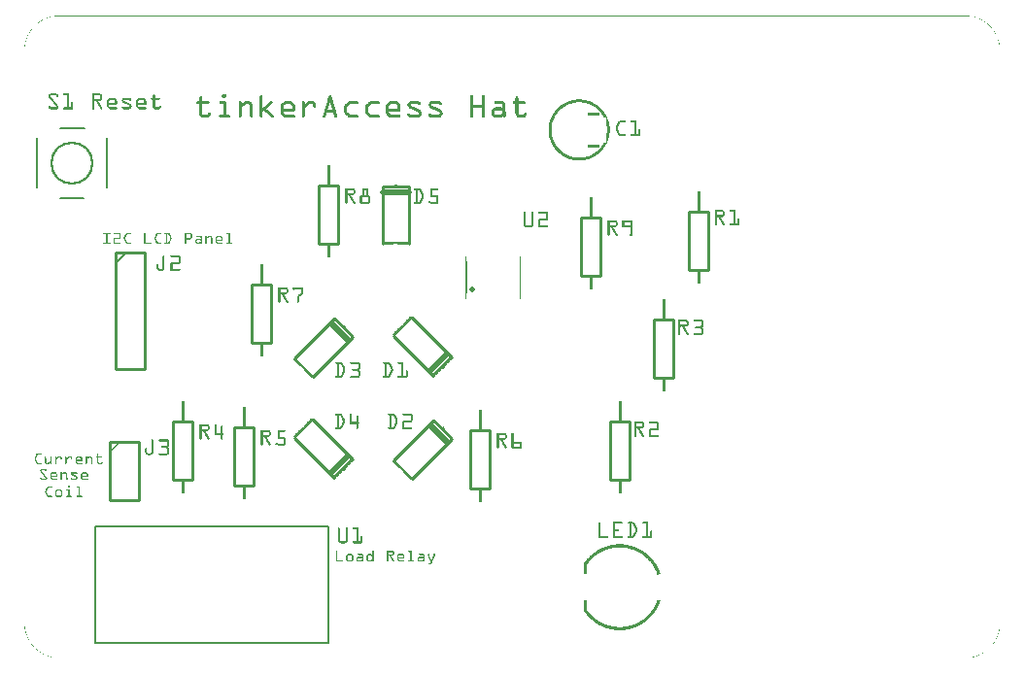
<source format=gto>
G04 MADE WITH FRITZING*
G04 WWW.FRITZING.ORG*
G04 DOUBLE SIDED*
G04 HOLES PLATED*
G04 CONTOUR ON CENTER OF CONTOUR VECTOR*
%ASAXBY*%
%FSLAX23Y23*%
%MOIN*%
%OFA0B0*%
%SFA1.0B1.0*%
%ADD10C,0.148000X0.132*%
%ADD11C,0.019307X0.00330709*%
%ADD12C,0.010000*%
%ADD13C,0.005000*%
%ADD14C,0.008000*%
%ADD15C,0.020000*%
%ADD16R,0.001000X0.001000*%
%LNSILK1*%
G90*
G70*
G54D10*
X171Y1707D03*
G54D11*
X1544Y1273D03*
G54D12*
X300Y749D02*
X300Y549D01*
D02*
X300Y549D02*
X400Y549D01*
D02*
X400Y549D02*
X400Y749D01*
D02*
X400Y749D02*
X300Y749D01*
D02*
X320Y1399D02*
X320Y999D01*
D02*
X320Y999D02*
X420Y999D01*
D02*
X420Y999D02*
X420Y1399D01*
D02*
X420Y1399D02*
X320Y1399D01*
G54D13*
D02*
X320Y1364D02*
X355Y1399D01*
G54D14*
D02*
X291Y1622D02*
X291Y1792D01*
D02*
X51Y1792D02*
X51Y1622D01*
D02*
X211Y1587D02*
X131Y1587D01*
D02*
X212Y1827D02*
X131Y1827D01*
D02*
X1050Y459D02*
X1050Y59D01*
D02*
X1050Y59D02*
X250Y59D01*
D02*
X250Y59D02*
X250Y459D01*
D02*
X250Y459D02*
X1050Y459D01*
G54D12*
D02*
X1983Y1519D02*
X1983Y1319D01*
D02*
X1983Y1319D02*
X1917Y1319D01*
D02*
X1917Y1319D02*
X1917Y1519D01*
D02*
X1917Y1519D02*
X1983Y1519D01*
D02*
X1083Y1629D02*
X1083Y1429D01*
D02*
X1083Y1429D02*
X1017Y1429D01*
D02*
X1017Y1429D02*
X1017Y1629D01*
D02*
X1017Y1629D02*
X1083Y1629D01*
D02*
X853Y1289D02*
X853Y1089D01*
D02*
X853Y1089D02*
X787Y1089D01*
D02*
X787Y1089D02*
X787Y1289D01*
D02*
X787Y1289D02*
X853Y1289D01*
D02*
X1603Y789D02*
X1603Y589D01*
D02*
X1603Y589D02*
X1537Y589D01*
D02*
X1537Y589D02*
X1537Y789D01*
D02*
X1537Y789D02*
X1603Y789D01*
D02*
X793Y799D02*
X793Y599D01*
D02*
X793Y599D02*
X727Y599D01*
D02*
X727Y599D02*
X727Y799D01*
D02*
X727Y799D02*
X793Y799D01*
D02*
X583Y819D02*
X583Y619D01*
D02*
X583Y619D02*
X517Y619D01*
D02*
X517Y619D02*
X517Y819D01*
D02*
X517Y819D02*
X583Y819D01*
D02*
X2233Y1169D02*
X2233Y969D01*
D02*
X2233Y969D02*
X2167Y969D01*
D02*
X2167Y969D02*
X2167Y1169D01*
D02*
X2167Y1169D02*
X2233Y1169D01*
D02*
X2083Y819D02*
X2083Y619D01*
D02*
X2083Y619D02*
X2017Y619D01*
D02*
X2017Y619D02*
X2017Y819D01*
D02*
X2017Y819D02*
X2083Y819D01*
D02*
X2353Y1539D02*
X2353Y1339D01*
D02*
X2353Y1339D02*
X2287Y1339D01*
D02*
X2287Y1339D02*
X2287Y1539D01*
D02*
X2287Y1539D02*
X2353Y1539D01*
D02*
X1325Y1625D02*
X1325Y1430D01*
D02*
X1235Y1430D02*
X1235Y1625D01*
D02*
X1235Y1625D02*
X1325Y1625D01*
G54D15*
D02*
X1235Y1605D02*
X1325Y1605D01*
G54D12*
D02*
X1070Y625D02*
X933Y763D01*
D02*
X996Y827D02*
X1134Y689D01*
D02*
X1134Y1109D02*
X996Y971D01*
D02*
X933Y1035D02*
X1070Y1172D01*
D02*
X1474Y759D02*
X1336Y621D01*
D02*
X1273Y685D02*
X1410Y822D01*
D02*
X1410Y975D02*
X1273Y1113D01*
D02*
X1336Y1177D02*
X1474Y1039D01*
G54D16*
X111Y2211D02*
X3250Y2211D01*
X104Y2210D02*
X110Y2210D01*
X3251Y2210D02*
X3256Y2210D01*
X99Y2209D02*
X103Y2209D01*
X3257Y2209D02*
X3261Y2209D01*
X95Y2208D02*
X98Y2208D01*
X3262Y2208D02*
X3265Y2208D01*
X92Y2207D02*
X94Y2207D01*
X3266Y2207D02*
X3268Y2207D01*
X89Y2206D02*
X91Y2206D01*
X3269Y2206D02*
X3272Y2206D01*
X86Y2205D02*
X88Y2205D01*
X3273Y2205D02*
X3275Y2205D01*
X83Y2204D02*
X85Y2204D01*
X3275Y2204D02*
X3277Y2204D01*
X80Y2203D02*
X82Y2203D01*
X3278Y2203D02*
X3280Y2203D01*
X78Y2202D02*
X80Y2202D01*
X3281Y2202D02*
X3282Y2202D01*
X76Y2201D02*
X77Y2201D01*
X3283Y2201D02*
X3284Y2201D01*
X74Y2200D02*
X75Y2200D01*
X3285Y2200D02*
X3286Y2200D01*
X72Y2199D02*
X73Y2199D01*
X3287Y2199D02*
X3288Y2199D01*
X70Y2198D02*
X71Y2198D01*
X3289Y2198D02*
X3290Y2198D01*
X68Y2197D02*
X69Y2197D01*
X3291Y2197D02*
X3292Y2197D01*
X66Y2196D02*
X67Y2196D01*
X3293Y2196D02*
X3294Y2196D01*
X65Y2195D02*
X66Y2195D01*
X3295Y2195D02*
X3296Y2195D01*
X63Y2194D02*
X64Y2194D01*
X3296Y2194D02*
X3297Y2194D01*
X61Y2193D02*
X62Y2193D01*
X3298Y2193D02*
X3299Y2193D01*
X60Y2192D02*
X61Y2192D01*
X3300Y2192D02*
X3300Y2192D01*
X58Y2191D02*
X59Y2191D01*
X3301Y2191D02*
X3302Y2191D01*
X57Y2190D02*
X58Y2190D01*
X3303Y2190D02*
X3303Y2190D01*
X56Y2189D02*
X56Y2189D01*
X3304Y2189D02*
X3305Y2189D01*
X54Y2188D02*
X55Y2188D01*
X3305Y2188D02*
X3306Y2188D01*
X53Y2187D02*
X54Y2187D01*
X3307Y2187D02*
X3307Y2187D01*
X52Y2186D02*
X52Y2186D01*
X3308Y2186D02*
X3308Y2186D01*
X50Y2185D02*
X51Y2185D01*
X3309Y2185D02*
X3310Y2185D01*
X49Y2184D02*
X50Y2184D01*
X3310Y2184D02*
X3311Y2184D01*
X48Y2183D02*
X49Y2183D01*
X3312Y2183D02*
X3312Y2183D01*
X47Y2182D02*
X47Y2182D01*
X3313Y2182D02*
X3313Y2182D01*
X46Y2181D02*
X46Y2181D01*
X3314Y2181D02*
X3314Y2181D01*
X45Y2180D02*
X45Y2180D01*
X3315Y2180D02*
X3315Y2180D01*
X44Y2179D02*
X44Y2179D01*
X3316Y2179D02*
X3316Y2179D01*
X43Y2178D02*
X43Y2178D01*
X3317Y2178D02*
X3317Y2178D01*
X42Y2177D02*
X42Y2177D01*
X3318Y2177D02*
X3319Y2177D01*
X41Y2176D02*
X41Y2176D01*
X3319Y2176D02*
X3319Y2176D01*
X40Y2175D02*
X40Y2175D01*
X3320Y2175D02*
X3320Y2175D01*
X39Y2174D02*
X39Y2174D01*
X3321Y2174D02*
X3321Y2174D01*
X38Y2173D02*
X38Y2173D01*
X3322Y2173D02*
X3322Y2173D01*
X37Y2172D02*
X37Y2172D01*
X3323Y2172D02*
X3323Y2172D01*
X36Y2171D02*
X36Y2171D01*
X3324Y2171D02*
X3324Y2171D01*
X35Y2170D02*
X36Y2170D01*
X3325Y2170D02*
X3325Y2170D01*
X34Y2169D02*
X35Y2169D01*
X3326Y2169D02*
X3326Y2169D01*
X34Y2168D02*
X34Y2168D01*
X3326Y2168D02*
X3327Y2168D01*
X33Y2167D02*
X33Y2167D01*
X3327Y2167D02*
X3327Y2167D01*
X32Y2166D02*
X32Y2166D01*
X3328Y2166D02*
X3328Y2166D01*
X31Y2165D02*
X31Y2165D01*
X3329Y2165D02*
X3329Y2165D01*
X30Y2164D02*
X31Y2164D01*
X3330Y2164D02*
X3330Y2164D01*
X30Y2163D02*
X30Y2163D01*
X3330Y2163D02*
X3330Y2163D01*
X29Y2162D02*
X29Y2162D01*
X3331Y2162D02*
X3331Y2162D01*
X28Y2161D02*
X28Y2161D01*
X3332Y2161D02*
X3332Y2161D01*
X28Y2160D02*
X28Y2160D01*
X3332Y2160D02*
X3333Y2160D01*
X27Y2159D02*
X27Y2159D01*
X3333Y2159D02*
X3333Y2159D01*
X26Y2158D02*
X26Y2158D01*
X3334Y2158D02*
X3334Y2158D01*
X26Y2157D02*
X26Y2157D01*
X3334Y2157D02*
X3335Y2157D01*
X25Y2156D02*
X25Y2156D01*
X3335Y2156D02*
X3335Y2156D01*
X24Y2155D02*
X24Y2155D01*
X3336Y2155D02*
X3336Y2155D01*
X24Y2154D02*
X24Y2154D01*
X3336Y2154D02*
X3336Y2154D01*
X23Y2153D02*
X23Y2153D01*
X3337Y2153D02*
X3337Y2153D01*
X23Y2152D02*
X23Y2152D01*
X3338Y2152D02*
X3338Y2152D01*
X22Y2151D02*
X22Y2151D01*
X3338Y2151D02*
X3338Y2151D01*
X21Y2150D02*
X22Y2150D01*
X3339Y2150D02*
X3339Y2150D01*
X21Y2149D02*
X21Y2149D01*
X3339Y2149D02*
X3339Y2149D01*
X20Y2148D02*
X20Y2148D01*
X3340Y2148D02*
X3340Y2148D01*
X20Y2147D02*
X20Y2147D01*
X3340Y2147D02*
X3340Y2147D01*
X19Y2146D02*
X19Y2146D01*
X3341Y2146D02*
X3341Y2146D01*
X19Y2145D02*
X19Y2145D01*
X3341Y2145D02*
X3341Y2145D01*
X18Y2144D02*
X18Y2144D01*
X3342Y2144D02*
X3342Y2144D01*
X18Y2143D02*
X18Y2143D01*
X3342Y2143D02*
X3342Y2143D01*
X17Y2142D02*
X18Y2142D01*
X3343Y2142D02*
X3343Y2142D01*
X17Y2141D02*
X17Y2141D01*
X3343Y2141D02*
X3343Y2141D01*
X17Y2140D02*
X17Y2140D01*
X3344Y2140D02*
X3344Y2140D01*
X16Y2139D02*
X16Y2139D01*
X3344Y2139D02*
X3344Y2139D01*
X16Y2138D02*
X16Y2138D01*
X3344Y2138D02*
X3344Y2138D01*
X15Y2137D02*
X15Y2137D01*
X3345Y2137D02*
X3345Y2137D01*
X15Y2136D02*
X15Y2136D01*
X3345Y2136D02*
X3345Y2136D01*
X15Y2135D02*
X15Y2135D01*
X3346Y2135D02*
X3346Y2135D01*
X14Y2134D02*
X14Y2134D01*
X3346Y2134D02*
X3346Y2134D01*
X14Y2133D02*
X14Y2133D01*
X3346Y2133D02*
X3346Y2133D01*
X13Y2132D02*
X14Y2132D01*
X3347Y2132D02*
X3347Y2132D01*
X13Y2131D02*
X13Y2131D01*
X3347Y2131D02*
X3347Y2131D01*
X13Y2130D02*
X13Y2130D01*
X3347Y2130D02*
X3347Y2130D01*
X12Y2129D02*
X13Y2129D01*
X3348Y2129D02*
X3348Y2129D01*
X12Y2128D02*
X12Y2128D01*
X3348Y2128D02*
X3348Y2128D01*
X12Y2127D02*
X12Y2127D01*
X3348Y2127D02*
X3348Y2127D01*
X12Y2126D02*
X12Y2126D01*
X3349Y2126D02*
X3349Y2126D01*
X11Y2125D02*
X11Y2125D01*
X3349Y2125D02*
X3349Y2125D01*
X11Y2124D02*
X11Y2124D01*
X3349Y2124D02*
X3349Y2124D01*
X11Y2123D02*
X11Y2123D01*
X3349Y2123D02*
X3349Y2123D01*
X10Y2122D02*
X11Y2122D01*
X3350Y2122D02*
X3350Y2122D01*
X10Y2121D02*
X10Y2121D01*
X3350Y2121D02*
X3350Y2121D01*
X10Y2120D02*
X10Y2120D01*
X3350Y2120D02*
X3350Y2120D01*
X10Y2119D02*
X10Y2119D01*
X3350Y2119D02*
X3350Y2119D01*
X10Y2118D02*
X10Y2118D01*
X3351Y2118D02*
X3351Y2118D01*
X9Y2117D02*
X9Y2117D01*
X3351Y2117D02*
X3351Y2117D01*
X9Y2116D02*
X9Y2116D01*
X3351Y2116D02*
X3351Y2116D01*
X9Y2115D02*
X9Y2115D01*
X3351Y2115D02*
X3351Y2115D01*
X9Y2114D02*
X9Y2114D01*
X3351Y2114D02*
X3351Y2114D01*
X9Y2113D02*
X9Y2113D01*
X3352Y2113D02*
X3352Y2113D01*
X8Y2112D02*
X8Y2112D01*
X3352Y2112D02*
X3352Y2112D01*
X8Y2111D02*
X8Y2111D01*
X3352Y2111D02*
X3352Y2111D01*
X8Y2110D02*
X8Y2110D01*
X3352Y2110D02*
X3352Y2110D01*
X8Y2109D02*
X8Y2109D01*
X3352Y2109D02*
X3352Y2109D01*
X8Y2108D02*
X8Y2108D01*
X3352Y2108D02*
X3352Y2108D01*
X8Y2107D02*
X8Y2107D01*
X3352Y2107D02*
X3352Y2107D01*
X8Y2106D02*
X8Y2106D01*
X3353Y2106D02*
X3353Y2106D01*
X8Y2105D02*
X8Y2105D01*
X3353Y2105D02*
X3353Y2105D01*
X7Y2104D02*
X7Y2104D01*
X3353Y2104D02*
X3353Y2104D01*
X7Y2103D02*
X7Y2103D01*
X3353Y2103D02*
X3353Y2103D01*
X7Y2102D02*
X7Y2102D01*
X3353Y2102D02*
X3353Y2102D01*
X7Y2101D02*
X7Y2101D01*
X3353Y2101D02*
X3353Y2101D01*
X7Y2100D02*
X7Y2100D01*
X3353Y2100D02*
X3353Y2100D01*
X7Y2099D02*
X7Y2099D01*
X3353Y2099D02*
X3353Y2099D01*
X7Y2098D02*
X7Y2098D01*
X3353Y2098D02*
X3353Y2098D01*
X7Y2097D02*
X7Y2097D01*
X3353Y2097D02*
X3353Y2097D01*
X7Y2096D02*
X7Y2096D01*
X3353Y2096D02*
X3353Y2096D01*
X7Y2095D02*
X7Y2095D01*
X3353Y2095D02*
X3353Y2095D01*
X7Y2094D02*
X7Y2094D01*
X3353Y2094D02*
X3353Y2094D01*
X7Y2093D02*
X7Y2093D01*
X3353Y2093D02*
X3353Y2093D01*
X7Y2092D02*
X7Y2092D01*
X3353Y2092D02*
X3353Y2092D01*
X7Y2091D02*
X7Y2091D01*
X3353Y2091D02*
X3353Y2091D01*
X7Y2090D02*
X7Y2090D01*
X3353Y2090D02*
X3353Y2090D01*
X7Y2089D02*
X7Y2089D01*
X3353Y2089D02*
X3353Y2089D01*
X7Y2088D02*
X7Y2088D01*
X3353Y2088D02*
X3353Y2088D01*
X7Y2087D02*
X7Y2087D01*
X3353Y2087D02*
X3353Y2087D01*
X7Y2086D02*
X7Y2086D01*
X3353Y2086D02*
X3353Y2086D01*
X7Y2085D02*
X7Y2085D01*
X3353Y2085D02*
X3353Y2085D01*
X7Y2084D02*
X7Y2084D01*
X3353Y2084D02*
X3353Y2084D01*
X7Y2083D02*
X7Y2083D01*
X3353Y2083D02*
X3353Y2083D01*
X7Y2082D02*
X7Y2082D01*
X3353Y2082D02*
X3353Y2082D01*
X7Y2081D02*
X7Y2081D01*
X3353Y2081D02*
X3353Y2081D01*
X7Y2080D02*
X7Y2080D01*
X3353Y2080D02*
X3353Y2080D01*
X7Y2079D02*
X7Y2079D01*
X3353Y2079D02*
X3353Y2079D01*
X7Y2078D02*
X7Y2078D01*
X3353Y2078D02*
X3353Y2078D01*
X7Y2077D02*
X7Y2077D01*
X3353Y2077D02*
X3353Y2077D01*
X7Y2076D02*
X7Y2076D01*
X3353Y2076D02*
X3353Y2076D01*
X7Y2075D02*
X7Y2075D01*
X3353Y2075D02*
X3353Y2075D01*
X7Y2074D02*
X7Y2074D01*
X3353Y2074D02*
X3353Y2074D01*
X7Y2073D02*
X7Y2073D01*
X3353Y2073D02*
X3353Y2073D01*
X7Y2072D02*
X7Y2072D01*
X3353Y2072D02*
X3353Y2072D01*
X7Y2071D02*
X7Y2071D01*
X3353Y2071D02*
X3353Y2071D01*
X7Y2070D02*
X7Y2070D01*
X3353Y2070D02*
X3353Y2070D01*
X7Y2069D02*
X7Y2069D01*
X3353Y2069D02*
X3353Y2069D01*
X7Y2068D02*
X7Y2068D01*
X3353Y2068D02*
X3353Y2068D01*
X7Y2067D02*
X7Y2067D01*
X3353Y2067D02*
X3353Y2067D01*
X7Y2066D02*
X7Y2066D01*
X3353Y2066D02*
X3353Y2066D01*
X7Y2065D02*
X7Y2065D01*
X3353Y2065D02*
X3353Y2065D01*
X7Y2064D02*
X7Y2064D01*
X3353Y2064D02*
X3353Y2064D01*
X7Y2063D02*
X7Y2063D01*
X3353Y2063D02*
X3353Y2063D01*
X7Y2062D02*
X7Y2062D01*
X3353Y2062D02*
X3353Y2062D01*
X7Y2061D02*
X7Y2061D01*
X3353Y2061D02*
X3353Y2061D01*
X7Y2060D02*
X7Y2060D01*
X3353Y2060D02*
X3353Y2060D01*
X7Y2059D02*
X7Y2059D01*
X3353Y2059D02*
X3353Y2059D01*
X7Y2058D02*
X7Y2058D01*
X3353Y2058D02*
X3353Y2058D01*
X7Y2057D02*
X7Y2057D01*
X3353Y2057D02*
X3353Y2057D01*
X7Y2056D02*
X7Y2056D01*
X3353Y2056D02*
X3353Y2056D01*
X7Y2055D02*
X7Y2055D01*
X3353Y2055D02*
X3353Y2055D01*
X7Y2054D02*
X7Y2054D01*
X3353Y2054D02*
X3353Y2054D01*
X7Y2053D02*
X7Y2053D01*
X3353Y2053D02*
X3353Y2053D01*
X7Y2052D02*
X7Y2052D01*
X3353Y2052D02*
X3353Y2052D01*
X7Y2051D02*
X7Y2051D01*
X3353Y2051D02*
X3353Y2051D01*
X7Y2050D02*
X7Y2050D01*
X3353Y2050D02*
X3353Y2050D01*
X7Y2049D02*
X7Y2049D01*
X3353Y2049D02*
X3353Y2049D01*
X7Y2048D02*
X7Y2048D01*
X3353Y2048D02*
X3353Y2048D01*
X7Y2047D02*
X7Y2047D01*
X3353Y2047D02*
X3353Y2047D01*
X7Y2046D02*
X7Y2046D01*
X3353Y2046D02*
X3353Y2046D01*
X7Y2045D02*
X7Y2045D01*
X3353Y2045D02*
X3353Y2045D01*
X7Y2044D02*
X7Y2044D01*
X3353Y2044D02*
X3353Y2044D01*
X7Y2043D02*
X7Y2043D01*
X3353Y2043D02*
X3353Y2043D01*
X7Y2042D02*
X7Y2042D01*
X3353Y2042D02*
X3353Y2042D01*
X7Y2041D02*
X7Y2041D01*
X3353Y2041D02*
X3353Y2041D01*
X7Y2040D02*
X7Y2040D01*
X3353Y2040D02*
X3353Y2040D01*
X7Y2039D02*
X7Y2039D01*
X3353Y2039D02*
X3353Y2039D01*
X7Y2038D02*
X7Y2038D01*
X3353Y2038D02*
X3353Y2038D01*
X7Y2037D02*
X7Y2037D01*
X3353Y2037D02*
X3353Y2037D01*
X7Y2036D02*
X7Y2036D01*
X3353Y2036D02*
X3353Y2036D01*
X7Y2035D02*
X7Y2035D01*
X3353Y2035D02*
X3353Y2035D01*
X7Y2034D02*
X7Y2034D01*
X3353Y2034D02*
X3353Y2034D01*
X7Y2033D02*
X7Y2033D01*
X3353Y2033D02*
X3353Y2033D01*
X7Y2032D02*
X7Y2032D01*
X3353Y2032D02*
X3353Y2032D01*
X7Y2031D02*
X7Y2031D01*
X3353Y2031D02*
X3353Y2031D01*
X7Y2030D02*
X7Y2030D01*
X3353Y2030D02*
X3353Y2030D01*
X7Y2029D02*
X7Y2029D01*
X3353Y2029D02*
X3353Y2029D01*
X7Y2028D02*
X7Y2028D01*
X3353Y2028D02*
X3353Y2028D01*
X7Y2027D02*
X7Y2027D01*
X3353Y2027D02*
X3353Y2027D01*
X7Y2026D02*
X7Y2026D01*
X3353Y2026D02*
X3353Y2026D01*
X7Y2025D02*
X7Y2025D01*
X3353Y2025D02*
X3353Y2025D01*
X7Y2024D02*
X7Y2024D01*
X3353Y2024D02*
X3353Y2024D01*
X7Y2023D02*
X7Y2023D01*
X3353Y2023D02*
X3353Y2023D01*
X7Y2022D02*
X7Y2022D01*
X3353Y2022D02*
X3353Y2022D01*
X7Y2021D02*
X7Y2021D01*
X3353Y2021D02*
X3353Y2021D01*
X7Y2020D02*
X7Y2020D01*
X3353Y2020D02*
X3353Y2020D01*
X7Y2019D02*
X7Y2019D01*
X3353Y2019D02*
X3353Y2019D01*
X7Y2018D02*
X7Y2018D01*
X3353Y2018D02*
X3353Y2018D01*
X7Y2017D02*
X7Y2017D01*
X3353Y2017D02*
X3353Y2017D01*
X7Y2016D02*
X7Y2016D01*
X3353Y2016D02*
X3353Y2016D01*
X7Y2015D02*
X7Y2015D01*
X3353Y2015D02*
X3353Y2015D01*
X7Y2014D02*
X7Y2014D01*
X3353Y2014D02*
X3353Y2014D01*
X7Y2013D02*
X7Y2013D01*
X3353Y2013D02*
X3353Y2013D01*
X7Y2012D02*
X7Y2012D01*
X3353Y2012D02*
X3353Y2012D01*
X7Y2011D02*
X7Y2011D01*
X3353Y2011D02*
X3353Y2011D01*
X7Y2010D02*
X7Y2010D01*
X3353Y2010D02*
X3353Y2010D01*
X7Y2009D02*
X7Y2009D01*
X3353Y2009D02*
X3353Y2009D01*
X7Y2008D02*
X7Y2008D01*
X3353Y2008D02*
X3353Y2008D01*
X7Y2007D02*
X7Y2007D01*
X3353Y2007D02*
X3353Y2007D01*
X7Y2006D02*
X7Y2006D01*
X3353Y2006D02*
X3353Y2006D01*
X7Y2005D02*
X7Y2005D01*
X3353Y2005D02*
X3353Y2005D01*
X7Y2004D02*
X7Y2004D01*
X3353Y2004D02*
X3353Y2004D01*
X7Y2003D02*
X7Y2003D01*
X3353Y2003D02*
X3353Y2003D01*
X7Y2002D02*
X7Y2002D01*
X3353Y2002D02*
X3353Y2002D01*
X7Y2001D02*
X7Y2001D01*
X3353Y2001D02*
X3353Y2001D01*
X7Y2000D02*
X7Y2000D01*
X3353Y2000D02*
X3353Y2000D01*
X7Y1999D02*
X7Y1999D01*
X3353Y1999D02*
X3353Y1999D01*
X7Y1998D02*
X7Y1998D01*
X3353Y1998D02*
X3353Y1998D01*
X7Y1997D02*
X7Y1997D01*
X3353Y1997D02*
X3353Y1997D01*
X7Y1996D02*
X7Y1996D01*
X3353Y1996D02*
X3353Y1996D01*
X7Y1995D02*
X7Y1995D01*
X3353Y1995D02*
X3353Y1995D01*
X7Y1994D02*
X7Y1994D01*
X3353Y1994D02*
X3353Y1994D01*
X7Y1993D02*
X7Y1993D01*
X3353Y1993D02*
X3353Y1993D01*
X7Y1992D02*
X7Y1992D01*
X3353Y1992D02*
X3353Y1992D01*
X7Y1991D02*
X7Y1991D01*
X3353Y1991D02*
X3353Y1991D01*
X7Y1990D02*
X7Y1990D01*
X3353Y1990D02*
X3353Y1990D01*
X7Y1989D02*
X7Y1989D01*
X3353Y1989D02*
X3353Y1989D01*
X7Y1988D02*
X7Y1988D01*
X3353Y1988D02*
X3353Y1988D01*
X7Y1987D02*
X7Y1987D01*
X3353Y1987D02*
X3353Y1987D01*
X7Y1986D02*
X7Y1986D01*
X3353Y1986D02*
X3353Y1986D01*
X7Y1985D02*
X7Y1985D01*
X3353Y1985D02*
X3353Y1985D01*
X7Y1984D02*
X7Y1984D01*
X3353Y1984D02*
X3353Y1984D01*
X7Y1983D02*
X7Y1983D01*
X3353Y1983D02*
X3353Y1983D01*
X7Y1982D02*
X7Y1982D01*
X3353Y1982D02*
X3353Y1982D01*
X7Y1981D02*
X7Y1981D01*
X3353Y1981D02*
X3353Y1981D01*
X7Y1980D02*
X7Y1980D01*
X3353Y1980D02*
X3353Y1980D01*
X7Y1979D02*
X7Y1979D01*
X3353Y1979D02*
X3353Y1979D01*
X7Y1978D02*
X7Y1978D01*
X3353Y1978D02*
X3353Y1978D01*
X7Y1977D02*
X7Y1977D01*
X3353Y1977D02*
X3353Y1977D01*
X7Y1976D02*
X7Y1976D01*
X3353Y1976D02*
X3353Y1976D01*
X7Y1975D02*
X7Y1975D01*
X3353Y1975D02*
X3353Y1975D01*
X7Y1974D02*
X7Y1974D01*
X3353Y1974D02*
X3353Y1974D01*
X7Y1973D02*
X7Y1973D01*
X3353Y1973D02*
X3353Y1973D01*
X7Y1972D02*
X7Y1972D01*
X3353Y1972D02*
X3353Y1972D01*
X7Y1971D02*
X7Y1971D01*
X3353Y1971D02*
X3353Y1971D01*
X7Y1970D02*
X7Y1970D01*
X3353Y1970D02*
X3353Y1970D01*
X7Y1969D02*
X7Y1969D01*
X3353Y1969D02*
X3353Y1969D01*
X7Y1968D02*
X7Y1968D01*
X3353Y1968D02*
X3353Y1968D01*
X7Y1967D02*
X7Y1967D01*
X3353Y1967D02*
X3353Y1967D01*
X7Y1966D02*
X7Y1966D01*
X3353Y1966D02*
X3353Y1966D01*
X7Y1965D02*
X7Y1965D01*
X3353Y1965D02*
X3353Y1965D01*
X7Y1964D02*
X7Y1964D01*
X3353Y1964D02*
X3353Y1964D01*
X7Y1963D02*
X7Y1963D01*
X3353Y1963D02*
X3353Y1963D01*
X7Y1962D02*
X7Y1962D01*
X3353Y1962D02*
X3353Y1962D01*
X7Y1961D02*
X7Y1961D01*
X3353Y1961D02*
X3353Y1961D01*
X7Y1960D02*
X7Y1960D01*
X3353Y1960D02*
X3353Y1960D01*
X7Y1959D02*
X7Y1959D01*
X3353Y1959D02*
X3353Y1959D01*
X7Y1958D02*
X7Y1958D01*
X3353Y1958D02*
X3353Y1958D01*
X7Y1957D02*
X7Y1957D01*
X3353Y1957D02*
X3353Y1957D01*
X7Y1956D02*
X7Y1956D01*
X3353Y1956D02*
X3353Y1956D01*
X7Y1955D02*
X7Y1955D01*
X3353Y1955D02*
X3353Y1955D01*
X7Y1954D02*
X7Y1954D01*
X3353Y1954D02*
X3353Y1954D01*
X7Y1953D02*
X7Y1953D01*
X3353Y1953D02*
X3353Y1953D01*
X7Y1952D02*
X7Y1952D01*
X3353Y1952D02*
X3353Y1952D01*
X7Y1951D02*
X7Y1951D01*
X3353Y1951D02*
X3353Y1951D01*
X7Y1950D02*
X7Y1950D01*
X3353Y1950D02*
X3353Y1950D01*
X7Y1949D02*
X7Y1949D01*
X3353Y1949D02*
X3353Y1949D01*
X7Y1948D02*
X7Y1948D01*
X3353Y1948D02*
X3353Y1948D01*
X7Y1947D02*
X7Y1947D01*
X3353Y1947D02*
X3353Y1947D01*
X7Y1946D02*
X7Y1946D01*
X3353Y1946D02*
X3353Y1946D01*
X7Y1945D02*
X7Y1945D01*
X3353Y1945D02*
X3353Y1945D01*
X7Y1944D02*
X7Y1944D01*
X95Y1944D02*
X116Y1944D01*
X141Y1944D02*
X159Y1944D01*
X240Y1944D02*
X266Y1944D01*
X3353Y1944D02*
X3353Y1944D01*
X7Y1943D02*
X7Y1943D01*
X93Y1943D02*
X118Y1943D01*
X140Y1943D02*
X159Y1943D01*
X240Y1943D02*
X268Y1943D01*
X687Y1943D02*
X696Y1943D01*
X3353Y1943D02*
X3353Y1943D01*
X7Y1942D02*
X7Y1942D01*
X91Y1942D02*
X120Y1942D01*
X140Y1942D02*
X159Y1942D01*
X240Y1942D02*
X269Y1942D01*
X686Y1942D02*
X697Y1942D01*
X3353Y1942D02*
X3353Y1942D01*
X7Y1941D02*
X7Y1941D01*
X91Y1941D02*
X121Y1941D01*
X139Y1941D02*
X159Y1941D01*
X240Y1941D02*
X271Y1941D01*
X449Y1941D02*
X452Y1941D01*
X685Y1941D02*
X698Y1941D01*
X3353Y1941D02*
X3353Y1941D01*
X7Y1940D02*
X7Y1940D01*
X90Y1940D02*
X121Y1940D01*
X140Y1940D02*
X159Y1940D01*
X240Y1940D02*
X271Y1940D01*
X448Y1940D02*
X453Y1940D01*
X685Y1940D02*
X698Y1940D01*
X3353Y1940D02*
X3353Y1940D01*
X7Y1939D02*
X7Y1939D01*
X90Y1939D02*
X122Y1939D01*
X140Y1939D02*
X159Y1939D01*
X240Y1939D02*
X272Y1939D01*
X448Y1939D02*
X453Y1939D01*
X684Y1939D02*
X698Y1939D01*
X817Y1939D02*
X820Y1939D01*
X1054Y1939D02*
X1057Y1939D01*
X1540Y1939D02*
X1543Y1939D01*
X1580Y1939D02*
X1583Y1939D01*
X3353Y1939D02*
X3353Y1939D01*
X7Y1938D02*
X7Y1938D01*
X89Y1938D02*
X122Y1938D01*
X141Y1938D02*
X159Y1938D01*
X240Y1938D02*
X273Y1938D01*
X448Y1938D02*
X454Y1938D01*
X684Y1938D02*
X698Y1938D01*
X816Y1938D02*
X822Y1938D01*
X1052Y1938D02*
X1058Y1938D01*
X1539Y1938D02*
X1544Y1938D01*
X1578Y1938D02*
X1584Y1938D01*
X3353Y1938D02*
X3353Y1938D01*
X7Y1937D02*
X7Y1937D01*
X89Y1937D02*
X95Y1937D01*
X116Y1937D02*
X123Y1937D01*
X153Y1937D02*
X159Y1937D01*
X240Y1937D02*
X246Y1937D01*
X265Y1937D02*
X273Y1937D01*
X448Y1937D02*
X454Y1937D01*
X684Y1937D02*
X698Y1937D01*
X815Y1937D02*
X822Y1937D01*
X1052Y1937D02*
X1059Y1937D01*
X1538Y1937D02*
X1545Y1937D01*
X1578Y1937D02*
X1585Y1937D01*
X3353Y1937D02*
X3353Y1937D01*
X7Y1936D02*
X7Y1936D01*
X89Y1936D02*
X95Y1936D01*
X117Y1936D02*
X123Y1936D01*
X153Y1936D02*
X159Y1936D01*
X240Y1936D02*
X246Y1936D01*
X267Y1936D02*
X273Y1936D01*
X448Y1936D02*
X454Y1936D01*
X684Y1936D02*
X698Y1936D01*
X814Y1936D02*
X823Y1936D01*
X1051Y1936D02*
X1060Y1936D01*
X1537Y1936D02*
X1546Y1936D01*
X1577Y1936D02*
X1585Y1936D01*
X3353Y1936D02*
X3353Y1936D01*
X7Y1935D02*
X7Y1935D01*
X89Y1935D02*
X96Y1935D01*
X117Y1935D02*
X123Y1935D01*
X153Y1935D02*
X159Y1935D01*
X240Y1935D02*
X246Y1935D01*
X267Y1935D02*
X273Y1935D01*
X448Y1935D02*
X454Y1935D01*
X611Y1935D02*
X612Y1935D01*
X684Y1935D02*
X698Y1935D01*
X814Y1935D02*
X823Y1935D01*
X1051Y1935D02*
X1060Y1935D01*
X1537Y1935D02*
X1546Y1935D01*
X1577Y1935D02*
X1586Y1935D01*
X1695Y1935D02*
X1697Y1935D01*
X3353Y1935D02*
X3353Y1935D01*
X7Y1934D02*
X7Y1934D01*
X90Y1934D02*
X97Y1934D01*
X117Y1934D02*
X123Y1934D01*
X153Y1934D02*
X159Y1934D01*
X240Y1934D02*
X246Y1934D01*
X267Y1934D02*
X273Y1934D01*
X448Y1934D02*
X454Y1934D01*
X609Y1934D02*
X614Y1934D01*
X684Y1934D02*
X698Y1934D01*
X814Y1934D02*
X823Y1934D01*
X1050Y1934D02*
X1060Y1934D01*
X1537Y1934D02*
X1546Y1934D01*
X1577Y1934D02*
X1586Y1934D01*
X1693Y1934D02*
X1699Y1934D01*
X3353Y1934D02*
X3353Y1934D01*
X7Y1933D02*
X7Y1933D01*
X90Y1933D02*
X98Y1933D01*
X118Y1933D02*
X122Y1933D01*
X153Y1933D02*
X159Y1933D01*
X240Y1933D02*
X246Y1933D01*
X267Y1933D02*
X273Y1933D01*
X448Y1933D02*
X454Y1933D01*
X608Y1933D02*
X615Y1933D01*
X685Y1933D02*
X698Y1933D01*
X814Y1933D02*
X823Y1933D01*
X1050Y1933D02*
X1060Y1933D01*
X1537Y1933D02*
X1546Y1933D01*
X1577Y1933D02*
X1586Y1933D01*
X1692Y1933D02*
X1700Y1933D01*
X3353Y1933D02*
X3353Y1933D01*
X7Y1932D02*
X7Y1932D01*
X91Y1932D02*
X99Y1932D01*
X119Y1932D02*
X121Y1932D01*
X153Y1932D02*
X159Y1932D01*
X240Y1932D02*
X246Y1932D01*
X267Y1932D02*
X273Y1932D01*
X448Y1932D02*
X454Y1932D01*
X607Y1932D02*
X616Y1932D01*
X685Y1932D02*
X698Y1932D01*
X814Y1932D02*
X823Y1932D01*
X1050Y1932D02*
X1061Y1932D01*
X1537Y1932D02*
X1546Y1932D01*
X1577Y1932D02*
X1586Y1932D01*
X1692Y1932D02*
X1700Y1932D01*
X3353Y1932D02*
X3353Y1932D01*
X7Y1931D02*
X7Y1931D01*
X91Y1931D02*
X99Y1931D01*
X153Y1931D02*
X159Y1931D01*
X240Y1931D02*
X246Y1931D01*
X267Y1931D02*
X273Y1931D01*
X448Y1931D02*
X454Y1931D01*
X607Y1931D02*
X616Y1931D01*
X686Y1931D02*
X697Y1931D01*
X814Y1931D02*
X823Y1931D01*
X1050Y1931D02*
X1061Y1931D01*
X1537Y1931D02*
X1546Y1931D01*
X1577Y1931D02*
X1586Y1931D01*
X1692Y1931D02*
X1700Y1931D01*
X3353Y1931D02*
X3353Y1931D01*
X7Y1930D02*
X7Y1930D01*
X92Y1930D02*
X100Y1930D01*
X153Y1930D02*
X159Y1930D01*
X240Y1930D02*
X246Y1930D01*
X267Y1930D02*
X273Y1930D01*
X447Y1930D02*
X454Y1930D01*
X607Y1930D02*
X616Y1930D01*
X687Y1930D02*
X696Y1930D01*
X814Y1930D02*
X823Y1930D01*
X1049Y1930D02*
X1061Y1930D01*
X1537Y1930D02*
X1546Y1930D01*
X1577Y1930D02*
X1586Y1930D01*
X1691Y1930D02*
X1701Y1930D01*
X3353Y1930D02*
X3353Y1930D01*
X7Y1929D02*
X7Y1929D01*
X93Y1929D02*
X101Y1929D01*
X153Y1929D02*
X159Y1929D01*
X240Y1929D02*
X246Y1929D01*
X267Y1929D02*
X273Y1929D01*
X299Y1929D02*
X314Y1929D01*
X347Y1929D02*
X368Y1929D01*
X400Y1929D02*
X415Y1929D01*
X442Y1929D02*
X469Y1929D01*
X607Y1929D02*
X616Y1929D01*
X814Y1929D02*
X823Y1929D01*
X1049Y1929D02*
X1062Y1929D01*
X1537Y1929D02*
X1546Y1929D01*
X1577Y1929D02*
X1586Y1929D01*
X1691Y1929D02*
X1701Y1929D01*
X3353Y1929D02*
X3353Y1929D01*
X7Y1928D02*
X7Y1928D01*
X94Y1928D02*
X102Y1928D01*
X153Y1928D02*
X159Y1928D01*
X240Y1928D02*
X246Y1928D01*
X266Y1928D02*
X273Y1928D01*
X297Y1928D02*
X316Y1928D01*
X345Y1928D02*
X370Y1928D01*
X398Y1928D02*
X417Y1928D01*
X441Y1928D02*
X470Y1928D01*
X607Y1928D02*
X616Y1928D01*
X814Y1928D02*
X823Y1928D01*
X1049Y1928D02*
X1062Y1928D01*
X1537Y1928D02*
X1546Y1928D01*
X1577Y1928D02*
X1586Y1928D01*
X1691Y1928D02*
X1701Y1928D01*
X3353Y1928D02*
X3353Y1928D01*
X7Y1927D02*
X7Y1927D01*
X94Y1927D02*
X102Y1927D01*
X153Y1927D02*
X159Y1927D01*
X240Y1927D02*
X246Y1927D01*
X265Y1927D02*
X273Y1927D01*
X296Y1927D02*
X318Y1927D01*
X344Y1927D02*
X371Y1927D01*
X396Y1927D02*
X418Y1927D01*
X441Y1927D02*
X471Y1927D01*
X607Y1927D02*
X616Y1927D01*
X814Y1927D02*
X823Y1927D01*
X1048Y1927D02*
X1062Y1927D01*
X1537Y1927D02*
X1546Y1927D01*
X1577Y1927D02*
X1586Y1927D01*
X1691Y1927D02*
X1701Y1927D01*
X3353Y1927D02*
X3353Y1927D01*
X7Y1926D02*
X7Y1926D01*
X95Y1926D02*
X103Y1926D01*
X153Y1926D02*
X159Y1926D01*
X240Y1926D02*
X273Y1926D01*
X295Y1926D02*
X319Y1926D01*
X343Y1926D02*
X372Y1926D01*
X395Y1926D02*
X419Y1926D01*
X441Y1926D02*
X471Y1926D01*
X607Y1926D02*
X616Y1926D01*
X814Y1926D02*
X823Y1926D01*
X1048Y1926D02*
X1063Y1926D01*
X1537Y1926D02*
X1546Y1926D01*
X1577Y1926D02*
X1586Y1926D01*
X1691Y1926D02*
X1701Y1926D01*
X3353Y1926D02*
X3353Y1926D01*
X7Y1925D02*
X7Y1925D01*
X96Y1925D02*
X104Y1925D01*
X153Y1925D02*
X159Y1925D01*
X240Y1925D02*
X272Y1925D01*
X294Y1925D02*
X320Y1925D01*
X342Y1925D02*
X373Y1925D01*
X394Y1925D02*
X420Y1925D01*
X441Y1925D02*
X470Y1925D01*
X607Y1925D02*
X616Y1925D01*
X814Y1925D02*
X823Y1925D01*
X1048Y1925D02*
X1063Y1925D01*
X1537Y1925D02*
X1546Y1925D01*
X1577Y1925D02*
X1586Y1925D01*
X1691Y1925D02*
X1701Y1925D01*
X3353Y1925D02*
X3353Y1925D01*
X7Y1924D02*
X7Y1924D01*
X97Y1924D02*
X105Y1924D01*
X153Y1924D02*
X159Y1924D01*
X240Y1924D02*
X271Y1924D01*
X293Y1924D02*
X321Y1924D01*
X342Y1924D02*
X373Y1924D01*
X393Y1924D02*
X421Y1924D01*
X442Y1924D02*
X470Y1924D01*
X607Y1924D02*
X616Y1924D01*
X814Y1924D02*
X823Y1924D01*
X1047Y1924D02*
X1063Y1924D01*
X1537Y1924D02*
X1546Y1924D01*
X1577Y1924D02*
X1586Y1924D01*
X1691Y1924D02*
X1701Y1924D01*
X1901Y1924D02*
X1918Y1924D01*
X3353Y1924D02*
X3353Y1924D01*
X7Y1923D02*
X7Y1923D01*
X98Y1923D02*
X106Y1923D01*
X153Y1923D02*
X159Y1923D01*
X240Y1923D02*
X270Y1923D01*
X292Y1923D02*
X322Y1923D01*
X341Y1923D02*
X373Y1923D01*
X392Y1923D02*
X422Y1923D01*
X443Y1923D02*
X469Y1923D01*
X607Y1923D02*
X616Y1923D01*
X814Y1923D02*
X823Y1923D01*
X1047Y1923D02*
X1063Y1923D01*
X1537Y1923D02*
X1546Y1923D01*
X1577Y1923D02*
X1586Y1923D01*
X1691Y1923D02*
X1701Y1923D01*
X1893Y1923D02*
X1926Y1923D01*
X3353Y1923D02*
X3353Y1923D01*
X7Y1922D02*
X7Y1922D01*
X98Y1922D02*
X106Y1922D01*
X153Y1922D02*
X159Y1922D01*
X240Y1922D02*
X269Y1922D01*
X291Y1922D02*
X300Y1922D01*
X314Y1922D02*
X322Y1922D01*
X341Y1922D02*
X348Y1922D01*
X367Y1922D02*
X373Y1922D01*
X392Y1922D02*
X400Y1922D01*
X414Y1922D02*
X423Y1922D01*
X448Y1922D02*
X454Y1922D01*
X607Y1922D02*
X616Y1922D01*
X814Y1922D02*
X823Y1922D01*
X1047Y1922D02*
X1064Y1922D01*
X1537Y1922D02*
X1546Y1922D01*
X1577Y1922D02*
X1586Y1922D01*
X1691Y1922D02*
X1701Y1922D01*
X1888Y1922D02*
X1931Y1922D01*
X3353Y1922D02*
X3353Y1922D01*
X7Y1921D02*
X7Y1921D01*
X99Y1921D02*
X107Y1921D01*
X153Y1921D02*
X159Y1921D01*
X240Y1921D02*
X268Y1921D01*
X291Y1921D02*
X299Y1921D01*
X315Y1921D02*
X323Y1921D01*
X341Y1921D02*
X347Y1921D01*
X368Y1921D02*
X372Y1921D01*
X391Y1921D02*
X399Y1921D01*
X416Y1921D02*
X423Y1921D01*
X448Y1921D02*
X454Y1921D01*
X607Y1921D02*
X616Y1921D01*
X814Y1921D02*
X823Y1921D01*
X1047Y1921D02*
X1064Y1921D01*
X1537Y1921D02*
X1546Y1921D01*
X1577Y1921D02*
X1586Y1921D01*
X1691Y1921D02*
X1701Y1921D01*
X1884Y1921D02*
X1936Y1921D01*
X3353Y1921D02*
X3353Y1921D01*
X7Y1920D02*
X7Y1920D01*
X100Y1920D02*
X108Y1920D01*
X153Y1920D02*
X159Y1920D01*
X240Y1920D02*
X265Y1920D01*
X291Y1920D02*
X298Y1920D01*
X316Y1920D02*
X323Y1920D01*
X341Y1920D02*
X347Y1920D01*
X370Y1920D02*
X371Y1920D01*
X391Y1920D02*
X398Y1920D01*
X417Y1920D02*
X424Y1920D01*
X448Y1920D02*
X454Y1920D01*
X607Y1920D02*
X616Y1920D01*
X814Y1920D02*
X823Y1920D01*
X1046Y1920D02*
X1064Y1920D01*
X1537Y1920D02*
X1546Y1920D01*
X1577Y1920D02*
X1586Y1920D01*
X1691Y1920D02*
X1701Y1920D01*
X1880Y1920D02*
X1939Y1920D01*
X3353Y1920D02*
X3353Y1920D01*
X7Y1919D02*
X7Y1919D01*
X101Y1919D02*
X109Y1919D01*
X153Y1919D02*
X159Y1919D01*
X240Y1919D02*
X246Y1919D01*
X252Y1919D02*
X259Y1919D01*
X290Y1919D02*
X297Y1919D01*
X317Y1919D02*
X323Y1919D01*
X341Y1919D02*
X348Y1919D01*
X391Y1919D02*
X397Y1919D01*
X417Y1919D02*
X424Y1919D01*
X448Y1919D02*
X454Y1919D01*
X607Y1919D02*
X616Y1919D01*
X814Y1919D02*
X823Y1919D01*
X1046Y1919D02*
X1065Y1919D01*
X1537Y1919D02*
X1546Y1919D01*
X1577Y1919D02*
X1586Y1919D01*
X1691Y1919D02*
X1701Y1919D01*
X1877Y1919D02*
X1942Y1919D01*
X3353Y1919D02*
X3353Y1919D01*
X7Y1918D02*
X7Y1918D01*
X101Y1918D02*
X109Y1918D01*
X153Y1918D02*
X159Y1918D01*
X240Y1918D02*
X246Y1918D01*
X253Y1918D02*
X260Y1918D01*
X290Y1918D02*
X296Y1918D01*
X317Y1918D02*
X324Y1918D01*
X342Y1918D02*
X351Y1918D01*
X391Y1918D02*
X397Y1918D01*
X418Y1918D02*
X424Y1918D01*
X448Y1918D02*
X454Y1918D01*
X601Y1918D02*
X637Y1918D01*
X678Y1918D02*
X695Y1918D01*
X746Y1918D02*
X747Y1918D01*
X767Y1918D02*
X777Y1918D01*
X814Y1918D02*
X823Y1918D01*
X852Y1918D02*
X854Y1918D01*
X902Y1918D02*
X919Y1918D01*
X962Y1918D02*
X964Y1918D01*
X982Y1918D02*
X995Y1918D01*
X1046Y1918D02*
X1065Y1918D01*
X1125Y1918D02*
X1148Y1918D01*
X1197Y1918D02*
X1220Y1918D01*
X1264Y1918D02*
X1281Y1918D01*
X1332Y1918D02*
X1357Y1918D01*
X1404Y1918D02*
X1429Y1918D01*
X1537Y1918D02*
X1546Y1918D01*
X1577Y1918D02*
X1586Y1918D01*
X1623Y1918D02*
X1644Y1918D01*
X1685Y1918D02*
X1722Y1918D01*
X1874Y1918D02*
X1945Y1918D01*
X3353Y1918D02*
X3353Y1918D01*
X7Y1917D02*
X7Y1917D01*
X102Y1917D02*
X110Y1917D01*
X153Y1917D02*
X159Y1917D01*
X240Y1917D02*
X246Y1917D01*
X253Y1917D02*
X260Y1917D01*
X290Y1917D02*
X296Y1917D01*
X318Y1917D02*
X324Y1917D01*
X342Y1917D02*
X353Y1917D01*
X390Y1917D02*
X397Y1917D01*
X418Y1917D02*
X424Y1917D01*
X448Y1917D02*
X454Y1917D01*
X599Y1917D02*
X639Y1917D01*
X676Y1917D02*
X697Y1917D01*
X744Y1917D02*
X749Y1917D01*
X764Y1917D02*
X780Y1917D01*
X814Y1917D02*
X823Y1917D01*
X851Y1917D02*
X856Y1917D01*
X899Y1917D02*
X922Y1917D01*
X960Y1917D02*
X966Y1917D01*
X980Y1917D02*
X998Y1917D01*
X1045Y1917D02*
X1065Y1917D01*
X1121Y1917D02*
X1150Y1917D01*
X1193Y1917D02*
X1222Y1917D01*
X1260Y1917D02*
X1284Y1917D01*
X1329Y1917D02*
X1360Y1917D01*
X1401Y1917D02*
X1433Y1917D01*
X1537Y1917D02*
X1546Y1917D01*
X1577Y1917D02*
X1586Y1917D01*
X1621Y1917D02*
X1648Y1917D01*
X1683Y1917D02*
X1723Y1917D01*
X1872Y1917D02*
X1948Y1917D01*
X3353Y1917D02*
X3353Y1917D01*
X7Y1916D02*
X7Y1916D01*
X103Y1916D02*
X111Y1916D01*
X153Y1916D02*
X159Y1916D01*
X240Y1916D02*
X246Y1916D01*
X254Y1916D02*
X261Y1916D01*
X290Y1916D02*
X296Y1916D01*
X318Y1916D02*
X324Y1916D01*
X343Y1916D02*
X355Y1916D01*
X390Y1916D02*
X397Y1916D01*
X418Y1916D02*
X424Y1916D01*
X448Y1916D02*
X454Y1916D01*
X598Y1916D02*
X640Y1916D01*
X675Y1916D02*
X697Y1916D01*
X743Y1916D02*
X750Y1916D01*
X762Y1916D02*
X782Y1916D01*
X814Y1916D02*
X823Y1916D01*
X849Y1916D02*
X857Y1916D01*
X897Y1916D02*
X924Y1916D01*
X960Y1916D02*
X967Y1916D01*
X979Y1916D02*
X1000Y1916D01*
X1045Y1916D02*
X1065Y1916D01*
X1119Y1916D02*
X1151Y1916D01*
X1191Y1916D02*
X1223Y1916D01*
X1259Y1916D02*
X1286Y1916D01*
X1327Y1916D02*
X1362Y1916D01*
X1399Y1916D02*
X1435Y1916D01*
X1537Y1916D02*
X1546Y1916D01*
X1577Y1916D02*
X1586Y1916D01*
X1620Y1916D02*
X1650Y1916D01*
X1683Y1916D02*
X1724Y1916D01*
X1869Y1916D02*
X1950Y1916D01*
X3353Y1916D02*
X3353Y1916D01*
X7Y1915D02*
X7Y1915D01*
X104Y1915D02*
X112Y1915D01*
X153Y1915D02*
X159Y1915D01*
X240Y1915D02*
X246Y1915D01*
X254Y1915D02*
X262Y1915D01*
X290Y1915D02*
X296Y1915D01*
X318Y1915D02*
X324Y1915D01*
X343Y1915D02*
X357Y1915D01*
X390Y1915D02*
X397Y1915D01*
X418Y1915D02*
X424Y1915D01*
X448Y1915D02*
X454Y1915D01*
X598Y1915D02*
X641Y1915D01*
X675Y1915D02*
X698Y1915D01*
X742Y1915D02*
X750Y1915D01*
X760Y1915D02*
X783Y1915D01*
X814Y1915D02*
X823Y1915D01*
X848Y1915D02*
X857Y1915D01*
X896Y1915D02*
X926Y1915D01*
X959Y1915D02*
X967Y1915D01*
X978Y1915D02*
X1002Y1915D01*
X1045Y1915D02*
X1054Y1915D01*
X1056Y1915D02*
X1066Y1915D01*
X1117Y1915D02*
X1152Y1915D01*
X1189Y1915D02*
X1224Y1915D01*
X1257Y1915D02*
X1287Y1915D01*
X1326Y1915D02*
X1364Y1915D01*
X1398Y1915D02*
X1436Y1915D01*
X1537Y1915D02*
X1546Y1915D01*
X1577Y1915D02*
X1586Y1915D01*
X1620Y1915D02*
X1651Y1915D01*
X1682Y1915D02*
X1725Y1915D01*
X1867Y1915D02*
X1952Y1915D01*
X3353Y1915D02*
X3353Y1915D01*
X7Y1914D02*
X7Y1914D01*
X105Y1914D02*
X113Y1914D01*
X153Y1914D02*
X159Y1914D01*
X168Y1914D02*
X172Y1914D01*
X240Y1914D02*
X246Y1914D01*
X255Y1914D02*
X262Y1914D01*
X290Y1914D02*
X296Y1914D01*
X318Y1914D02*
X324Y1914D01*
X344Y1914D02*
X360Y1914D01*
X390Y1914D02*
X397Y1914D01*
X418Y1914D02*
X424Y1914D01*
X448Y1914D02*
X454Y1914D01*
X597Y1914D02*
X641Y1914D01*
X675Y1914D02*
X698Y1914D01*
X742Y1914D02*
X751Y1914D01*
X759Y1914D02*
X785Y1914D01*
X814Y1914D02*
X823Y1914D01*
X847Y1914D02*
X858Y1914D01*
X895Y1914D02*
X927Y1914D01*
X959Y1914D02*
X968Y1914D01*
X977Y1914D02*
X1003Y1914D01*
X1045Y1914D02*
X1054Y1914D01*
X1056Y1914D02*
X1066Y1914D01*
X1116Y1914D02*
X1152Y1914D01*
X1188Y1914D02*
X1224Y1914D01*
X1256Y1914D02*
X1288Y1914D01*
X1325Y1914D02*
X1365Y1914D01*
X1397Y1914D02*
X1437Y1914D01*
X1537Y1914D02*
X1546Y1914D01*
X1577Y1914D02*
X1586Y1914D01*
X1619Y1914D02*
X1652Y1914D01*
X1682Y1914D02*
X1725Y1914D01*
X1865Y1914D02*
X1900Y1914D01*
X1919Y1914D02*
X1954Y1914D01*
X3353Y1914D02*
X3353Y1914D01*
X7Y1913D02*
X7Y1913D01*
X105Y1913D02*
X113Y1913D01*
X153Y1913D02*
X159Y1913D01*
X167Y1913D02*
X173Y1913D01*
X240Y1913D02*
X246Y1913D01*
X256Y1913D02*
X263Y1913D01*
X290Y1913D02*
X296Y1913D01*
X318Y1913D02*
X324Y1913D01*
X346Y1913D02*
X362Y1913D01*
X390Y1913D02*
X397Y1913D01*
X418Y1913D02*
X424Y1913D01*
X448Y1913D02*
X454Y1913D01*
X597Y1913D02*
X641Y1913D01*
X674Y1913D02*
X698Y1913D01*
X742Y1913D02*
X751Y1913D01*
X757Y1913D02*
X786Y1913D01*
X814Y1913D02*
X823Y1913D01*
X846Y1913D02*
X858Y1913D01*
X893Y1913D02*
X928Y1913D01*
X959Y1913D02*
X968Y1913D01*
X975Y1913D02*
X1004Y1913D01*
X1044Y1913D02*
X1054Y1913D01*
X1057Y1913D02*
X1066Y1913D01*
X1115Y1913D02*
X1152Y1913D01*
X1187Y1913D02*
X1224Y1913D01*
X1255Y1913D02*
X1290Y1913D01*
X1324Y1913D02*
X1366Y1913D01*
X1396Y1913D02*
X1438Y1913D01*
X1537Y1913D02*
X1546Y1913D01*
X1577Y1913D02*
X1586Y1913D01*
X1619Y1913D02*
X1653Y1913D01*
X1682Y1913D02*
X1725Y1913D01*
X1863Y1913D02*
X1893Y1913D01*
X1927Y1913D02*
X1957Y1913D01*
X3353Y1913D02*
X3353Y1913D01*
X7Y1912D02*
X7Y1912D01*
X106Y1912D02*
X114Y1912D01*
X153Y1912D02*
X159Y1912D01*
X167Y1912D02*
X173Y1912D01*
X240Y1912D02*
X246Y1912D01*
X256Y1912D02*
X263Y1912D01*
X290Y1912D02*
X324Y1912D01*
X348Y1912D02*
X364Y1912D01*
X390Y1912D02*
X424Y1912D01*
X448Y1912D02*
X454Y1912D01*
X597Y1912D02*
X641Y1912D01*
X675Y1912D02*
X698Y1912D01*
X742Y1912D02*
X751Y1912D01*
X755Y1912D02*
X786Y1912D01*
X814Y1912D02*
X823Y1912D01*
X845Y1912D02*
X858Y1912D01*
X892Y1912D02*
X929Y1912D01*
X959Y1912D02*
X968Y1912D01*
X974Y1912D02*
X1005Y1912D01*
X1044Y1912D02*
X1053Y1912D01*
X1057Y1912D02*
X1067Y1912D01*
X1114Y1912D02*
X1152Y1912D01*
X1186Y1912D02*
X1224Y1912D01*
X1254Y1912D02*
X1291Y1912D01*
X1323Y1912D02*
X1367Y1912D01*
X1395Y1912D02*
X1439Y1912D01*
X1537Y1912D02*
X1546Y1912D01*
X1577Y1912D02*
X1586Y1912D01*
X1619Y1912D02*
X1654Y1912D01*
X1682Y1912D02*
X1725Y1912D01*
X1861Y1912D02*
X1888Y1912D01*
X1932Y1912D02*
X1959Y1912D01*
X3353Y1912D02*
X3353Y1912D01*
X7Y1911D02*
X7Y1911D01*
X107Y1911D02*
X115Y1911D01*
X153Y1911D02*
X159Y1911D01*
X167Y1911D02*
X173Y1911D01*
X240Y1911D02*
X246Y1911D01*
X257Y1911D02*
X264Y1911D01*
X290Y1911D02*
X324Y1911D01*
X350Y1911D02*
X367Y1911D01*
X390Y1911D02*
X424Y1911D01*
X448Y1911D02*
X454Y1911D01*
X598Y1911D02*
X640Y1911D01*
X675Y1911D02*
X698Y1911D01*
X742Y1911D02*
X751Y1911D01*
X754Y1911D02*
X787Y1911D01*
X814Y1911D02*
X823Y1911D01*
X843Y1911D02*
X857Y1911D01*
X891Y1911D02*
X930Y1911D01*
X959Y1911D02*
X968Y1911D01*
X973Y1911D02*
X1005Y1911D01*
X1044Y1911D02*
X1053Y1911D01*
X1057Y1911D02*
X1067Y1911D01*
X1113Y1911D02*
X1152Y1911D01*
X1185Y1911D02*
X1224Y1911D01*
X1253Y1911D02*
X1292Y1911D01*
X1323Y1911D02*
X1367Y1911D01*
X1395Y1911D02*
X1440Y1911D01*
X1537Y1911D02*
X1546Y1911D01*
X1577Y1911D02*
X1586Y1911D01*
X1620Y1911D02*
X1655Y1911D01*
X1682Y1911D02*
X1725Y1911D01*
X1859Y1911D02*
X1884Y1911D01*
X1936Y1911D02*
X1960Y1911D01*
X3353Y1911D02*
X3353Y1911D01*
X7Y1910D02*
X7Y1910D01*
X108Y1910D02*
X116Y1910D01*
X153Y1910D02*
X159Y1910D01*
X167Y1910D02*
X173Y1910D01*
X240Y1910D02*
X246Y1910D01*
X257Y1910D02*
X265Y1910D01*
X290Y1910D02*
X324Y1910D01*
X352Y1910D02*
X369Y1910D01*
X390Y1910D02*
X424Y1910D01*
X448Y1910D02*
X454Y1910D01*
X598Y1910D02*
X640Y1910D01*
X676Y1910D02*
X698Y1910D01*
X742Y1910D02*
X788Y1910D01*
X814Y1910D02*
X823Y1910D01*
X842Y1910D02*
X857Y1910D01*
X890Y1910D02*
X931Y1910D01*
X959Y1910D02*
X968Y1910D01*
X972Y1910D02*
X1006Y1910D01*
X1043Y1910D02*
X1053Y1910D01*
X1058Y1910D02*
X1067Y1910D01*
X1111Y1910D02*
X1151Y1910D01*
X1184Y1910D02*
X1223Y1910D01*
X1252Y1910D02*
X1293Y1910D01*
X1322Y1910D02*
X1368Y1910D01*
X1394Y1910D02*
X1440Y1910D01*
X1537Y1910D02*
X1546Y1910D01*
X1577Y1910D02*
X1586Y1910D01*
X1620Y1910D02*
X1655Y1910D01*
X1683Y1910D02*
X1724Y1910D01*
X1858Y1910D02*
X1880Y1910D01*
X1939Y1910D02*
X1962Y1910D01*
X3353Y1910D02*
X3353Y1910D01*
X7Y1909D02*
X7Y1909D01*
X108Y1909D02*
X116Y1909D01*
X153Y1909D02*
X159Y1909D01*
X167Y1909D02*
X173Y1909D01*
X240Y1909D02*
X246Y1909D01*
X258Y1909D02*
X265Y1909D01*
X290Y1909D02*
X324Y1909D01*
X355Y1909D02*
X370Y1909D01*
X390Y1909D02*
X424Y1909D01*
X448Y1909D02*
X454Y1909D01*
X600Y1909D02*
X639Y1909D01*
X677Y1909D02*
X698Y1909D01*
X742Y1909D02*
X788Y1909D01*
X814Y1909D02*
X823Y1909D01*
X841Y1909D02*
X856Y1909D01*
X889Y1909D02*
X932Y1909D01*
X959Y1909D02*
X968Y1909D01*
X971Y1909D02*
X1006Y1909D01*
X1043Y1909D02*
X1053Y1909D01*
X1058Y1909D02*
X1067Y1909D01*
X1110Y1909D02*
X1150Y1909D01*
X1183Y1909D02*
X1222Y1909D01*
X1251Y1909D02*
X1294Y1909D01*
X1322Y1909D02*
X1368Y1909D01*
X1394Y1909D02*
X1440Y1909D01*
X1537Y1909D02*
X1546Y1909D01*
X1577Y1909D02*
X1586Y1909D01*
X1622Y1909D02*
X1656Y1909D01*
X1684Y1909D02*
X1723Y1909D01*
X1856Y1909D02*
X1878Y1909D01*
X1942Y1909D02*
X1964Y1909D01*
X3353Y1909D02*
X3353Y1909D01*
X7Y1908D02*
X7Y1908D01*
X109Y1908D02*
X117Y1908D01*
X153Y1908D02*
X159Y1908D01*
X167Y1908D02*
X173Y1908D01*
X240Y1908D02*
X246Y1908D01*
X259Y1908D02*
X266Y1908D01*
X290Y1908D02*
X324Y1908D01*
X357Y1908D02*
X371Y1908D01*
X390Y1908D02*
X424Y1908D01*
X448Y1908D02*
X454Y1908D01*
X607Y1908D02*
X616Y1908D01*
X689Y1908D02*
X698Y1908D01*
X742Y1908D02*
X767Y1908D01*
X776Y1908D02*
X788Y1908D01*
X814Y1908D02*
X823Y1908D01*
X840Y1908D02*
X854Y1908D01*
X889Y1908D02*
X903Y1908D01*
X919Y1908D02*
X933Y1908D01*
X959Y1908D02*
X968Y1908D01*
X970Y1908D02*
X984Y1908D01*
X994Y1908D02*
X1007Y1908D01*
X1043Y1908D02*
X1052Y1908D01*
X1058Y1908D02*
X1068Y1908D01*
X1109Y1908D02*
X1125Y1908D01*
X1182Y1908D02*
X1197Y1908D01*
X1250Y1908D02*
X1264Y1908D01*
X1280Y1908D02*
X1294Y1908D01*
X1322Y1908D02*
X1332Y1908D01*
X1356Y1908D02*
X1368Y1908D01*
X1394Y1908D02*
X1405Y1908D01*
X1429Y1908D02*
X1440Y1908D01*
X1537Y1908D02*
X1546Y1908D01*
X1577Y1908D02*
X1586Y1908D01*
X1644Y1908D02*
X1656Y1908D01*
X1691Y1908D02*
X1701Y1908D01*
X1854Y1908D02*
X1875Y1908D01*
X1945Y1908D02*
X1965Y1908D01*
X3353Y1908D02*
X3353Y1908D01*
X7Y1907D02*
X7Y1907D01*
X110Y1907D02*
X118Y1907D01*
X153Y1907D02*
X159Y1907D01*
X167Y1907D02*
X173Y1907D01*
X240Y1907D02*
X246Y1907D01*
X259Y1907D02*
X266Y1907D01*
X290Y1907D02*
X323Y1907D01*
X359Y1907D02*
X372Y1907D01*
X390Y1907D02*
X424Y1907D01*
X448Y1907D02*
X454Y1907D01*
X607Y1907D02*
X616Y1907D01*
X689Y1907D02*
X698Y1907D01*
X742Y1907D02*
X765Y1907D01*
X778Y1907D02*
X789Y1907D01*
X814Y1907D02*
X823Y1907D01*
X839Y1907D02*
X853Y1907D01*
X888Y1907D02*
X901Y1907D01*
X921Y1907D02*
X933Y1907D01*
X959Y1907D02*
X983Y1907D01*
X996Y1907D02*
X1007Y1907D01*
X1042Y1907D02*
X1052Y1907D01*
X1058Y1907D02*
X1068Y1907D01*
X1108Y1907D02*
X1123Y1907D01*
X1181Y1907D02*
X1195Y1907D01*
X1250Y1907D02*
X1262Y1907D01*
X1282Y1907D02*
X1295Y1907D01*
X1321Y1907D02*
X1331Y1907D01*
X1358Y1907D02*
X1367Y1907D01*
X1394Y1907D02*
X1403Y1907D01*
X1431Y1907D02*
X1440Y1907D01*
X1537Y1907D02*
X1546Y1907D01*
X1577Y1907D02*
X1586Y1907D01*
X1646Y1907D02*
X1656Y1907D01*
X1691Y1907D02*
X1701Y1907D01*
X1853Y1907D02*
X1872Y1907D01*
X1947Y1907D02*
X1967Y1907D01*
X3353Y1907D02*
X3353Y1907D01*
X7Y1906D02*
X7Y1906D01*
X111Y1906D02*
X119Y1906D01*
X153Y1906D02*
X159Y1906D01*
X167Y1906D02*
X173Y1906D01*
X240Y1906D02*
X246Y1906D01*
X260Y1906D02*
X267Y1906D01*
X290Y1906D02*
X322Y1906D01*
X362Y1906D02*
X372Y1906D01*
X390Y1906D02*
X423Y1906D01*
X448Y1906D02*
X454Y1906D01*
X607Y1906D02*
X616Y1906D01*
X689Y1906D02*
X698Y1906D01*
X742Y1906D02*
X764Y1906D01*
X779Y1906D02*
X789Y1906D01*
X814Y1906D02*
X823Y1906D01*
X838Y1906D02*
X852Y1906D01*
X888Y1906D02*
X900Y1906D01*
X922Y1906D02*
X934Y1906D01*
X959Y1906D02*
X982Y1906D01*
X997Y1906D02*
X1007Y1906D01*
X1042Y1906D02*
X1052Y1906D01*
X1059Y1906D02*
X1068Y1906D01*
X1107Y1906D02*
X1122Y1906D01*
X1180Y1906D02*
X1194Y1906D01*
X1249Y1906D02*
X1261Y1906D01*
X1284Y1906D02*
X1295Y1906D01*
X1321Y1906D02*
X1330Y1906D01*
X1360Y1906D02*
X1367Y1906D01*
X1394Y1906D02*
X1403Y1906D01*
X1432Y1906D02*
X1439Y1906D01*
X1537Y1906D02*
X1546Y1906D01*
X1577Y1906D02*
X1586Y1906D01*
X1647Y1906D02*
X1657Y1906D01*
X1691Y1906D02*
X1701Y1906D01*
X1851Y1906D02*
X1870Y1906D01*
X1949Y1906D02*
X1969Y1906D01*
X3353Y1906D02*
X3353Y1906D01*
X7Y1905D02*
X7Y1905D01*
X112Y1905D02*
X120Y1905D01*
X153Y1905D02*
X159Y1905D01*
X167Y1905D02*
X173Y1905D01*
X240Y1905D02*
X246Y1905D01*
X260Y1905D02*
X267Y1905D01*
X290Y1905D02*
X320Y1905D01*
X364Y1905D02*
X373Y1905D01*
X390Y1905D02*
X420Y1905D01*
X448Y1905D02*
X454Y1905D01*
X607Y1905D02*
X616Y1905D01*
X689Y1905D02*
X698Y1905D01*
X742Y1905D02*
X762Y1905D01*
X780Y1905D02*
X789Y1905D01*
X814Y1905D02*
X823Y1905D01*
X836Y1905D02*
X851Y1905D01*
X887Y1905D02*
X898Y1905D01*
X923Y1905D02*
X934Y1905D01*
X959Y1905D02*
X981Y1905D01*
X998Y1905D02*
X1007Y1905D01*
X1042Y1905D02*
X1051Y1905D01*
X1059Y1905D02*
X1069Y1905D01*
X1106Y1905D02*
X1120Y1905D01*
X1179Y1905D02*
X1193Y1905D01*
X1249Y1905D02*
X1260Y1905D01*
X1285Y1905D02*
X1296Y1905D01*
X1321Y1905D02*
X1330Y1905D01*
X1361Y1905D02*
X1366Y1905D01*
X1394Y1905D02*
X1403Y1905D01*
X1433Y1905D02*
X1438Y1905D01*
X1537Y1905D02*
X1586Y1905D01*
X1647Y1905D02*
X1657Y1905D01*
X1691Y1905D02*
X1701Y1905D01*
X1850Y1905D02*
X1868Y1905D01*
X1952Y1905D02*
X1970Y1905D01*
X3353Y1905D02*
X3353Y1905D01*
X7Y1904D02*
X7Y1904D01*
X112Y1904D02*
X120Y1904D01*
X153Y1904D02*
X159Y1904D01*
X167Y1904D02*
X173Y1904D01*
X240Y1904D02*
X246Y1904D01*
X261Y1904D02*
X268Y1904D01*
X290Y1904D02*
X296Y1904D01*
X366Y1904D02*
X373Y1904D01*
X390Y1904D02*
X397Y1904D01*
X448Y1904D02*
X454Y1904D01*
X607Y1904D02*
X616Y1904D01*
X689Y1904D02*
X698Y1904D01*
X742Y1904D02*
X761Y1904D01*
X780Y1904D02*
X789Y1904D01*
X814Y1904D02*
X823Y1904D01*
X835Y1904D02*
X850Y1904D01*
X887Y1904D02*
X897Y1904D01*
X924Y1904D02*
X935Y1904D01*
X959Y1904D02*
X980Y1904D01*
X998Y1904D02*
X1007Y1904D01*
X1042Y1904D02*
X1051Y1904D01*
X1059Y1904D02*
X1069Y1904D01*
X1106Y1904D02*
X1119Y1904D01*
X1178Y1904D02*
X1192Y1904D01*
X1248Y1904D02*
X1259Y1904D01*
X1286Y1904D02*
X1296Y1904D01*
X1321Y1904D02*
X1331Y1904D01*
X1363Y1904D02*
X1363Y1904D01*
X1394Y1904D02*
X1403Y1904D01*
X1435Y1904D02*
X1436Y1904D01*
X1537Y1904D02*
X1586Y1904D01*
X1647Y1904D02*
X1657Y1904D01*
X1691Y1904D02*
X1701Y1904D01*
X1848Y1904D02*
X1866Y1904D01*
X1954Y1904D02*
X1971Y1904D01*
X3353Y1904D02*
X3353Y1904D01*
X7Y1903D02*
X7Y1903D01*
X92Y1903D02*
X93Y1903D01*
X113Y1903D02*
X121Y1903D01*
X153Y1903D02*
X159Y1903D01*
X167Y1903D02*
X173Y1903D01*
X240Y1903D02*
X246Y1903D01*
X261Y1903D02*
X269Y1903D01*
X290Y1903D02*
X296Y1903D01*
X367Y1903D02*
X374Y1903D01*
X390Y1903D02*
X397Y1903D01*
X448Y1903D02*
X454Y1903D01*
X471Y1903D02*
X472Y1903D01*
X607Y1903D02*
X616Y1903D01*
X689Y1903D02*
X698Y1903D01*
X742Y1903D02*
X759Y1903D01*
X780Y1903D02*
X789Y1903D01*
X814Y1903D02*
X823Y1903D01*
X834Y1903D02*
X849Y1903D01*
X887Y1903D02*
X896Y1903D01*
X925Y1903D02*
X935Y1903D01*
X959Y1903D02*
X978Y1903D01*
X998Y1903D02*
X1007Y1903D01*
X1041Y1903D02*
X1051Y1903D01*
X1060Y1903D02*
X1069Y1903D01*
X1105Y1903D02*
X1118Y1903D01*
X1177Y1903D02*
X1190Y1903D01*
X1248Y1903D02*
X1258Y1903D01*
X1287Y1903D02*
X1296Y1903D01*
X1322Y1903D02*
X1332Y1903D01*
X1394Y1903D02*
X1404Y1903D01*
X1537Y1903D02*
X1586Y1903D01*
X1648Y1903D02*
X1657Y1903D01*
X1691Y1903D02*
X1701Y1903D01*
X1847Y1903D02*
X1864Y1903D01*
X1956Y1903D02*
X1973Y1903D01*
X3353Y1903D02*
X3353Y1903D01*
X7Y1902D02*
X7Y1902D01*
X90Y1902D02*
X94Y1902D01*
X114Y1902D02*
X122Y1902D01*
X153Y1902D02*
X159Y1902D01*
X167Y1902D02*
X173Y1902D01*
X240Y1902D02*
X246Y1902D01*
X262Y1902D02*
X269Y1902D01*
X290Y1902D02*
X296Y1902D01*
X368Y1902D02*
X374Y1902D01*
X391Y1902D02*
X397Y1902D01*
X448Y1902D02*
X454Y1902D01*
X469Y1902D02*
X473Y1902D01*
X607Y1902D02*
X616Y1902D01*
X689Y1902D02*
X698Y1902D01*
X742Y1902D02*
X758Y1902D01*
X780Y1902D02*
X789Y1902D01*
X814Y1902D02*
X823Y1902D01*
X833Y1902D02*
X847Y1902D01*
X887Y1902D02*
X896Y1902D01*
X926Y1902D02*
X935Y1902D01*
X959Y1902D02*
X977Y1902D01*
X998Y1902D02*
X1007Y1902D01*
X1041Y1902D02*
X1051Y1902D01*
X1060Y1902D02*
X1070Y1902D01*
X1104Y1902D02*
X1117Y1902D01*
X1177Y1902D02*
X1189Y1902D01*
X1248Y1902D02*
X1257Y1902D01*
X1287Y1902D02*
X1296Y1902D01*
X1322Y1902D02*
X1334Y1902D01*
X1394Y1902D02*
X1406Y1902D01*
X1537Y1902D02*
X1586Y1902D01*
X1648Y1902D02*
X1657Y1902D01*
X1691Y1902D02*
X1701Y1902D01*
X1846Y1902D02*
X1862Y1902D01*
X1957Y1902D02*
X1974Y1902D01*
X3353Y1902D02*
X3353Y1902D01*
X7Y1901D02*
X7Y1901D01*
X90Y1901D02*
X95Y1901D01*
X115Y1901D02*
X122Y1901D01*
X153Y1901D02*
X159Y1901D01*
X167Y1901D02*
X173Y1901D01*
X240Y1901D02*
X246Y1901D01*
X263Y1901D02*
X270Y1901D01*
X290Y1901D02*
X297Y1901D01*
X368Y1901D02*
X374Y1901D01*
X391Y1901D02*
X397Y1901D01*
X448Y1901D02*
X454Y1901D01*
X469Y1901D02*
X474Y1901D01*
X607Y1901D02*
X616Y1901D01*
X689Y1901D02*
X698Y1901D01*
X742Y1901D02*
X756Y1901D01*
X780Y1901D02*
X789Y1901D01*
X814Y1901D02*
X823Y1901D01*
X832Y1901D02*
X846Y1901D01*
X886Y1901D02*
X896Y1901D01*
X926Y1901D02*
X935Y1901D01*
X959Y1901D02*
X976Y1901D01*
X998Y1901D02*
X1007Y1901D01*
X1041Y1901D02*
X1050Y1901D01*
X1060Y1901D02*
X1070Y1901D01*
X1104Y1901D02*
X1116Y1901D01*
X1176Y1901D02*
X1188Y1901D01*
X1248Y1901D02*
X1257Y1901D01*
X1287Y1901D02*
X1297Y1901D01*
X1322Y1901D02*
X1336Y1901D01*
X1395Y1901D02*
X1409Y1901D01*
X1537Y1901D02*
X1586Y1901D01*
X1648Y1901D02*
X1657Y1901D01*
X1691Y1901D02*
X1701Y1901D01*
X1844Y1901D02*
X1861Y1901D01*
X1959Y1901D02*
X1975Y1901D01*
X3353Y1901D02*
X3353Y1901D01*
X7Y1900D02*
X7Y1900D01*
X89Y1900D02*
X95Y1900D01*
X115Y1900D02*
X123Y1900D01*
X153Y1900D02*
X159Y1900D01*
X167Y1900D02*
X173Y1900D01*
X240Y1900D02*
X246Y1900D01*
X263Y1900D02*
X270Y1900D01*
X290Y1900D02*
X297Y1900D01*
X343Y1900D02*
X344Y1900D01*
X367Y1900D02*
X374Y1900D01*
X391Y1900D02*
X398Y1900D01*
X448Y1900D02*
X454Y1900D01*
X468Y1900D02*
X474Y1900D01*
X607Y1900D02*
X616Y1900D01*
X689Y1900D02*
X698Y1900D01*
X742Y1900D02*
X755Y1900D01*
X780Y1900D02*
X789Y1900D01*
X814Y1900D02*
X823Y1900D01*
X831Y1900D02*
X845Y1900D01*
X886Y1900D02*
X895Y1900D01*
X926Y1900D02*
X935Y1900D01*
X959Y1900D02*
X975Y1900D01*
X998Y1900D02*
X1007Y1900D01*
X1040Y1900D02*
X1050Y1900D01*
X1061Y1900D02*
X1070Y1900D01*
X1104Y1900D02*
X1115Y1900D01*
X1176Y1900D02*
X1187Y1900D01*
X1248Y1900D02*
X1257Y1900D01*
X1288Y1900D02*
X1297Y1900D01*
X1323Y1900D02*
X1339Y1900D01*
X1395Y1900D02*
X1411Y1900D01*
X1537Y1900D02*
X1586Y1900D01*
X1648Y1900D02*
X1657Y1900D01*
X1691Y1900D02*
X1701Y1900D01*
X1843Y1900D02*
X1859Y1900D01*
X1961Y1900D02*
X1977Y1900D01*
X3353Y1900D02*
X3353Y1900D01*
X7Y1899D02*
X7Y1899D01*
X89Y1899D02*
X95Y1899D01*
X116Y1899D02*
X123Y1899D01*
X153Y1899D02*
X159Y1899D01*
X167Y1899D02*
X173Y1899D01*
X240Y1899D02*
X246Y1899D01*
X264Y1899D02*
X271Y1899D01*
X291Y1899D02*
X299Y1899D01*
X341Y1899D02*
X346Y1899D01*
X367Y1899D02*
X374Y1899D01*
X391Y1899D02*
X399Y1899D01*
X448Y1899D02*
X454Y1899D01*
X468Y1899D02*
X474Y1899D01*
X607Y1899D02*
X616Y1899D01*
X689Y1899D02*
X698Y1899D01*
X742Y1899D02*
X753Y1899D01*
X780Y1899D02*
X789Y1899D01*
X814Y1899D02*
X823Y1899D01*
X829Y1899D02*
X844Y1899D01*
X886Y1899D02*
X895Y1899D01*
X926Y1899D02*
X935Y1899D01*
X959Y1899D02*
X974Y1899D01*
X999Y1899D02*
X1007Y1899D01*
X1040Y1899D02*
X1050Y1899D01*
X1061Y1899D02*
X1070Y1899D01*
X1104Y1899D02*
X1113Y1899D01*
X1176Y1899D02*
X1186Y1899D01*
X1248Y1899D02*
X1257Y1899D01*
X1288Y1899D02*
X1297Y1899D01*
X1323Y1899D02*
X1341Y1899D01*
X1395Y1899D02*
X1413Y1899D01*
X1537Y1899D02*
X1586Y1899D01*
X1648Y1899D02*
X1657Y1899D01*
X1691Y1899D02*
X1701Y1899D01*
X1842Y1899D02*
X1857Y1899D01*
X1962Y1899D02*
X1978Y1899D01*
X3353Y1899D02*
X3353Y1899D01*
X7Y1898D02*
X7Y1898D01*
X89Y1898D02*
X96Y1898D01*
X117Y1898D02*
X123Y1898D01*
X153Y1898D02*
X159Y1898D01*
X167Y1898D02*
X173Y1898D01*
X240Y1898D02*
X246Y1898D01*
X264Y1898D02*
X272Y1898D01*
X291Y1898D02*
X300Y1898D01*
X341Y1898D02*
X347Y1898D01*
X366Y1898D02*
X373Y1898D01*
X392Y1898D02*
X400Y1898D01*
X448Y1898D02*
X455Y1898D01*
X467Y1898D02*
X474Y1898D01*
X607Y1898D02*
X616Y1898D01*
X689Y1898D02*
X698Y1898D01*
X742Y1898D02*
X751Y1898D01*
X780Y1898D02*
X789Y1898D01*
X814Y1898D02*
X823Y1898D01*
X828Y1898D02*
X843Y1898D01*
X886Y1898D02*
X895Y1898D01*
X926Y1898D02*
X935Y1898D01*
X959Y1898D02*
X973Y1898D01*
X999Y1898D02*
X1007Y1898D01*
X1040Y1898D02*
X1049Y1898D01*
X1061Y1898D02*
X1071Y1898D01*
X1103Y1898D02*
X1113Y1898D01*
X1176Y1898D02*
X1185Y1898D01*
X1248Y1898D02*
X1257Y1898D01*
X1288Y1898D02*
X1297Y1898D01*
X1324Y1898D02*
X1343Y1898D01*
X1396Y1898D02*
X1415Y1898D01*
X1537Y1898D02*
X1586Y1898D01*
X1648Y1898D02*
X1657Y1898D01*
X1691Y1898D02*
X1701Y1898D01*
X1841Y1898D02*
X1856Y1898D01*
X1964Y1898D02*
X1979Y1898D01*
X3353Y1898D02*
X3353Y1898D01*
X7Y1897D02*
X7Y1897D01*
X90Y1897D02*
X123Y1897D01*
X142Y1897D02*
X173Y1897D01*
X240Y1897D02*
X246Y1897D01*
X265Y1897D02*
X272Y1897D01*
X292Y1897D02*
X321Y1897D01*
X340Y1897D02*
X373Y1897D01*
X392Y1897D02*
X422Y1897D01*
X448Y1897D02*
X474Y1897D01*
X607Y1897D02*
X616Y1897D01*
X689Y1897D02*
X698Y1897D01*
X742Y1897D02*
X751Y1897D01*
X780Y1897D02*
X789Y1897D01*
X814Y1897D02*
X823Y1897D01*
X827Y1897D02*
X842Y1897D01*
X886Y1897D02*
X895Y1897D01*
X926Y1897D02*
X935Y1897D01*
X959Y1897D02*
X971Y1897D01*
X1000Y1897D02*
X1006Y1897D01*
X1040Y1897D02*
X1049Y1897D01*
X1061Y1897D02*
X1071Y1897D01*
X1103Y1897D02*
X1112Y1897D01*
X1176Y1897D02*
X1185Y1897D01*
X1248Y1897D02*
X1257Y1897D01*
X1288Y1897D02*
X1297Y1897D01*
X1325Y1897D02*
X1345Y1897D01*
X1397Y1897D02*
X1418Y1897D01*
X1537Y1897D02*
X1586Y1897D01*
X1623Y1897D02*
X1643Y1897D01*
X1648Y1897D02*
X1657Y1897D01*
X1691Y1897D02*
X1701Y1897D01*
X1840Y1897D02*
X1855Y1897D01*
X1965Y1897D02*
X1980Y1897D01*
X3353Y1897D02*
X3353Y1897D01*
X7Y1896D02*
X7Y1896D01*
X90Y1896D02*
X122Y1896D01*
X140Y1896D02*
X173Y1896D01*
X240Y1896D02*
X246Y1896D01*
X266Y1896D02*
X273Y1896D01*
X293Y1896D02*
X323Y1896D01*
X340Y1896D02*
X373Y1896D01*
X393Y1896D02*
X423Y1896D01*
X449Y1896D02*
X473Y1896D01*
X607Y1896D02*
X616Y1896D01*
X689Y1896D02*
X698Y1896D01*
X742Y1896D02*
X751Y1896D01*
X780Y1896D02*
X790Y1896D01*
X814Y1896D02*
X823Y1896D01*
X826Y1896D02*
X840Y1896D01*
X886Y1896D02*
X895Y1896D01*
X926Y1896D02*
X935Y1896D01*
X959Y1896D02*
X970Y1896D01*
X1001Y1896D02*
X1005Y1896D01*
X1039Y1896D02*
X1049Y1896D01*
X1062Y1896D02*
X1071Y1896D01*
X1103Y1896D02*
X1112Y1896D01*
X1176Y1896D02*
X1185Y1896D01*
X1248Y1896D02*
X1257Y1896D01*
X1288Y1896D02*
X1297Y1896D01*
X1325Y1896D02*
X1348Y1896D01*
X1398Y1896D02*
X1420Y1896D01*
X1537Y1896D02*
X1586Y1896D01*
X1619Y1896D02*
X1657Y1896D01*
X1691Y1896D02*
X1701Y1896D01*
X1839Y1896D02*
X1853Y1896D01*
X1966Y1896D02*
X1981Y1896D01*
X3353Y1896D02*
X3353Y1896D01*
X7Y1895D02*
X7Y1895D01*
X91Y1895D02*
X122Y1895D01*
X140Y1895D02*
X173Y1895D01*
X240Y1895D02*
X246Y1895D01*
X266Y1895D02*
X273Y1895D01*
X294Y1895D02*
X323Y1895D01*
X341Y1895D02*
X372Y1895D01*
X394Y1895D02*
X424Y1895D01*
X449Y1895D02*
X472Y1895D01*
X607Y1895D02*
X616Y1895D01*
X689Y1895D02*
X698Y1895D01*
X742Y1895D02*
X751Y1895D01*
X780Y1895D02*
X790Y1895D01*
X814Y1895D02*
X839Y1895D01*
X886Y1895D02*
X895Y1895D01*
X926Y1895D02*
X935Y1895D01*
X959Y1895D02*
X969Y1895D01*
X1039Y1895D02*
X1049Y1895D01*
X1062Y1895D02*
X1072Y1895D01*
X1103Y1895D02*
X1112Y1895D01*
X1176Y1895D02*
X1185Y1895D01*
X1248Y1895D02*
X1257Y1895D01*
X1288Y1895D02*
X1297Y1895D01*
X1327Y1895D02*
X1350Y1895D01*
X1399Y1895D02*
X1422Y1895D01*
X1537Y1895D02*
X1546Y1895D01*
X1577Y1895D02*
X1586Y1895D01*
X1617Y1895D02*
X1657Y1895D01*
X1691Y1895D02*
X1701Y1895D01*
X1838Y1895D02*
X1852Y1895D01*
X1968Y1895D02*
X1982Y1895D01*
X3353Y1895D02*
X3353Y1895D01*
X7Y1894D02*
X7Y1894D01*
X91Y1894D02*
X122Y1894D01*
X140Y1894D02*
X173Y1894D01*
X240Y1894D02*
X246Y1894D01*
X267Y1894D02*
X273Y1894D01*
X295Y1894D02*
X324Y1894D01*
X342Y1894D02*
X371Y1894D01*
X395Y1894D02*
X424Y1894D01*
X450Y1894D02*
X472Y1894D01*
X607Y1894D02*
X616Y1894D01*
X689Y1894D02*
X698Y1894D01*
X742Y1894D02*
X751Y1894D01*
X780Y1894D02*
X790Y1894D01*
X814Y1894D02*
X838Y1894D01*
X886Y1894D02*
X895Y1894D01*
X926Y1894D02*
X935Y1894D01*
X959Y1894D02*
X968Y1894D01*
X1039Y1894D02*
X1048Y1894D01*
X1062Y1894D02*
X1072Y1894D01*
X1103Y1894D02*
X1112Y1894D01*
X1176Y1894D02*
X1185Y1894D01*
X1248Y1894D02*
X1257Y1894D01*
X1288Y1894D02*
X1297Y1894D01*
X1328Y1894D02*
X1352Y1894D01*
X1401Y1894D02*
X1425Y1894D01*
X1537Y1894D02*
X1546Y1894D01*
X1577Y1894D02*
X1586Y1894D01*
X1615Y1894D02*
X1657Y1894D01*
X1691Y1894D02*
X1701Y1894D01*
X1836Y1894D02*
X1851Y1894D01*
X1969Y1894D02*
X1983Y1894D01*
X3353Y1894D02*
X3353Y1894D01*
X7Y1893D02*
X7Y1893D01*
X92Y1893D02*
X121Y1893D01*
X140Y1893D02*
X173Y1893D01*
X240Y1893D02*
X246Y1893D01*
X267Y1893D02*
X273Y1893D01*
X296Y1893D02*
X323Y1893D01*
X343Y1893D02*
X370Y1893D01*
X396Y1893D02*
X424Y1893D01*
X451Y1893D02*
X471Y1893D01*
X607Y1893D02*
X616Y1893D01*
X689Y1893D02*
X698Y1893D01*
X742Y1893D02*
X751Y1893D01*
X781Y1893D02*
X790Y1893D01*
X814Y1893D02*
X837Y1893D01*
X886Y1893D02*
X896Y1893D01*
X926Y1893D02*
X935Y1893D01*
X959Y1893D02*
X968Y1893D01*
X1038Y1893D02*
X1048Y1893D01*
X1063Y1893D02*
X1072Y1893D01*
X1103Y1893D02*
X1112Y1893D01*
X1176Y1893D02*
X1185Y1893D01*
X1248Y1893D02*
X1257Y1893D01*
X1287Y1893D02*
X1297Y1893D01*
X1330Y1893D02*
X1355Y1893D01*
X1403Y1893D02*
X1427Y1893D01*
X1537Y1893D02*
X1546Y1893D01*
X1577Y1893D02*
X1586Y1893D01*
X1614Y1893D02*
X1657Y1893D01*
X1691Y1893D02*
X1701Y1893D01*
X1835Y1893D02*
X1849Y1893D01*
X1970Y1893D02*
X1984Y1893D01*
X3353Y1893D02*
X3353Y1893D01*
X7Y1892D02*
X7Y1892D01*
X93Y1892D02*
X120Y1892D01*
X140Y1892D02*
X172Y1892D01*
X240Y1892D02*
X245Y1892D01*
X268Y1892D02*
X273Y1892D01*
X297Y1892D02*
X323Y1892D01*
X344Y1892D02*
X369Y1892D01*
X398Y1892D02*
X423Y1892D01*
X452Y1892D02*
X469Y1892D01*
X607Y1892D02*
X616Y1892D01*
X689Y1892D02*
X698Y1892D01*
X742Y1892D02*
X751Y1892D01*
X781Y1892D02*
X790Y1892D01*
X814Y1892D02*
X836Y1892D01*
X886Y1892D02*
X935Y1892D01*
X959Y1892D02*
X968Y1892D01*
X1038Y1892D02*
X1048Y1892D01*
X1063Y1892D02*
X1072Y1892D01*
X1103Y1892D02*
X1112Y1892D01*
X1176Y1892D02*
X1185Y1892D01*
X1248Y1892D02*
X1297Y1892D01*
X1333Y1892D02*
X1357Y1892D01*
X1405Y1892D02*
X1429Y1892D01*
X1537Y1892D02*
X1546Y1892D01*
X1577Y1892D02*
X1586Y1892D01*
X1613Y1892D02*
X1657Y1892D01*
X1691Y1892D02*
X1701Y1892D01*
X1835Y1892D02*
X1848Y1892D01*
X1972Y1892D02*
X1985Y1892D01*
X3353Y1892D02*
X3353Y1892D01*
X7Y1891D02*
X7Y1891D01*
X95Y1891D02*
X118Y1891D01*
X141Y1891D02*
X172Y1891D01*
X241Y1891D02*
X244Y1891D01*
X269Y1891D02*
X272Y1891D01*
X299Y1891D02*
X322Y1891D01*
X347Y1891D02*
X367Y1891D01*
X400Y1891D02*
X423Y1891D01*
X454Y1891D02*
X468Y1891D01*
X607Y1891D02*
X616Y1891D01*
X689Y1891D02*
X698Y1891D01*
X742Y1891D02*
X751Y1891D01*
X781Y1891D02*
X790Y1891D01*
X814Y1891D02*
X837Y1891D01*
X886Y1891D02*
X935Y1891D01*
X959Y1891D02*
X968Y1891D01*
X1038Y1891D02*
X1047Y1891D01*
X1063Y1891D02*
X1073Y1891D01*
X1103Y1891D02*
X1112Y1891D01*
X1176Y1891D02*
X1185Y1891D01*
X1248Y1891D02*
X1297Y1891D01*
X1335Y1891D02*
X1359Y1891D01*
X1407Y1891D02*
X1432Y1891D01*
X1537Y1891D02*
X1546Y1891D01*
X1577Y1891D02*
X1586Y1891D01*
X1612Y1891D02*
X1657Y1891D01*
X1691Y1891D02*
X1701Y1891D01*
X1834Y1891D02*
X1847Y1891D01*
X1973Y1891D02*
X1986Y1891D01*
X3353Y1891D02*
X3353Y1891D01*
X7Y1890D02*
X7Y1890D01*
X607Y1890D02*
X616Y1890D01*
X689Y1890D02*
X698Y1890D01*
X742Y1890D02*
X751Y1890D01*
X781Y1890D02*
X790Y1890D01*
X814Y1890D02*
X838Y1890D01*
X886Y1890D02*
X935Y1890D01*
X959Y1890D02*
X968Y1890D01*
X1038Y1890D02*
X1047Y1890D01*
X1064Y1890D02*
X1073Y1890D01*
X1103Y1890D02*
X1112Y1890D01*
X1176Y1890D02*
X1185Y1890D01*
X1248Y1890D02*
X1297Y1890D01*
X1337Y1890D02*
X1361Y1890D01*
X1410Y1890D02*
X1434Y1890D01*
X1537Y1890D02*
X1546Y1890D01*
X1577Y1890D02*
X1586Y1890D01*
X1612Y1890D02*
X1657Y1890D01*
X1691Y1890D02*
X1701Y1890D01*
X1833Y1890D02*
X1846Y1890D01*
X1974Y1890D02*
X1987Y1890D01*
X3353Y1890D02*
X3353Y1890D01*
X7Y1889D02*
X7Y1889D01*
X607Y1889D02*
X616Y1889D01*
X689Y1889D02*
X698Y1889D01*
X742Y1889D02*
X751Y1889D01*
X781Y1889D02*
X790Y1889D01*
X814Y1889D02*
X839Y1889D01*
X886Y1889D02*
X935Y1889D01*
X959Y1889D02*
X968Y1889D01*
X1037Y1889D02*
X1047Y1889D01*
X1064Y1889D02*
X1073Y1889D01*
X1103Y1889D02*
X1112Y1889D01*
X1176Y1889D02*
X1185Y1889D01*
X1248Y1889D02*
X1297Y1889D01*
X1340Y1889D02*
X1363Y1889D01*
X1412Y1889D02*
X1435Y1889D01*
X1537Y1889D02*
X1546Y1889D01*
X1577Y1889D02*
X1586Y1889D01*
X1611Y1889D02*
X1657Y1889D01*
X1691Y1889D02*
X1701Y1889D01*
X1832Y1889D02*
X1845Y1889D01*
X1975Y1889D02*
X1988Y1889D01*
X3353Y1889D02*
X3353Y1889D01*
X7Y1888D02*
X7Y1888D01*
X607Y1888D02*
X616Y1888D01*
X689Y1888D02*
X698Y1888D01*
X742Y1888D02*
X751Y1888D01*
X781Y1888D02*
X790Y1888D01*
X814Y1888D02*
X840Y1888D01*
X886Y1888D02*
X935Y1888D01*
X959Y1888D02*
X968Y1888D01*
X1037Y1888D02*
X1074Y1888D01*
X1103Y1888D02*
X1112Y1888D01*
X1176Y1888D02*
X1185Y1888D01*
X1248Y1888D02*
X1297Y1888D01*
X1342Y1888D02*
X1364Y1888D01*
X1414Y1888D02*
X1436Y1888D01*
X1537Y1888D02*
X1546Y1888D01*
X1577Y1888D02*
X1586Y1888D01*
X1610Y1888D02*
X1657Y1888D01*
X1691Y1888D02*
X1701Y1888D01*
X1831Y1888D02*
X1844Y1888D01*
X1976Y1888D02*
X1989Y1888D01*
X3353Y1888D02*
X3353Y1888D01*
X7Y1887D02*
X7Y1887D01*
X607Y1887D02*
X616Y1887D01*
X689Y1887D02*
X698Y1887D01*
X742Y1887D02*
X751Y1887D01*
X781Y1887D02*
X790Y1887D01*
X814Y1887D02*
X842Y1887D01*
X886Y1887D02*
X935Y1887D01*
X959Y1887D02*
X968Y1887D01*
X1037Y1887D02*
X1074Y1887D01*
X1103Y1887D02*
X1112Y1887D01*
X1176Y1887D02*
X1185Y1887D01*
X1248Y1887D02*
X1296Y1887D01*
X1344Y1887D02*
X1365Y1887D01*
X1417Y1887D02*
X1437Y1887D01*
X1537Y1887D02*
X1546Y1887D01*
X1577Y1887D02*
X1586Y1887D01*
X1610Y1887D02*
X1657Y1887D01*
X1691Y1887D02*
X1701Y1887D01*
X1830Y1887D02*
X1843Y1887D01*
X1977Y1887D02*
X1990Y1887D01*
X3353Y1887D02*
X3353Y1887D01*
X7Y1886D02*
X7Y1886D01*
X607Y1886D02*
X616Y1886D01*
X689Y1886D02*
X698Y1886D01*
X742Y1886D02*
X751Y1886D01*
X781Y1886D02*
X790Y1886D01*
X814Y1886D02*
X843Y1886D01*
X886Y1886D02*
X935Y1886D01*
X959Y1886D02*
X968Y1886D01*
X1036Y1886D02*
X1074Y1886D01*
X1103Y1886D02*
X1112Y1886D01*
X1176Y1886D02*
X1185Y1886D01*
X1248Y1886D02*
X1296Y1886D01*
X1347Y1886D02*
X1366Y1886D01*
X1419Y1886D02*
X1438Y1886D01*
X1537Y1886D02*
X1546Y1886D01*
X1577Y1886D02*
X1586Y1886D01*
X1610Y1886D02*
X1621Y1886D01*
X1646Y1886D02*
X1657Y1886D01*
X1691Y1886D02*
X1701Y1886D01*
X1829Y1886D02*
X1842Y1886D01*
X1978Y1886D02*
X1990Y1886D01*
X3353Y1886D02*
X3353Y1886D01*
X7Y1885D02*
X7Y1885D01*
X607Y1885D02*
X616Y1885D01*
X689Y1885D02*
X698Y1885D01*
X742Y1885D02*
X751Y1885D01*
X781Y1885D02*
X790Y1885D01*
X814Y1885D02*
X844Y1885D01*
X886Y1885D02*
X934Y1885D01*
X959Y1885D02*
X968Y1885D01*
X1036Y1885D02*
X1074Y1885D01*
X1103Y1885D02*
X1112Y1885D01*
X1176Y1885D02*
X1185Y1885D01*
X1248Y1885D02*
X1296Y1885D01*
X1349Y1885D02*
X1366Y1885D01*
X1421Y1885D02*
X1439Y1885D01*
X1537Y1885D02*
X1546Y1885D01*
X1577Y1885D02*
X1586Y1885D01*
X1610Y1885D02*
X1620Y1885D01*
X1647Y1885D02*
X1657Y1885D01*
X1691Y1885D02*
X1701Y1885D01*
X1828Y1885D02*
X1841Y1885D01*
X1979Y1885D02*
X1991Y1885D01*
X3353Y1885D02*
X3353Y1885D01*
X7Y1884D02*
X7Y1884D01*
X607Y1884D02*
X616Y1884D01*
X689Y1884D02*
X698Y1884D01*
X742Y1884D02*
X751Y1884D01*
X781Y1884D02*
X790Y1884D01*
X814Y1884D02*
X826Y1884D01*
X831Y1884D02*
X845Y1884D01*
X886Y1884D02*
X933Y1884D01*
X959Y1884D02*
X968Y1884D01*
X1036Y1884D02*
X1075Y1884D01*
X1103Y1884D02*
X1112Y1884D01*
X1176Y1884D02*
X1185Y1884D01*
X1248Y1884D02*
X1295Y1884D01*
X1351Y1884D02*
X1367Y1884D01*
X1423Y1884D02*
X1439Y1884D01*
X1537Y1884D02*
X1546Y1884D01*
X1577Y1884D02*
X1586Y1884D01*
X1609Y1884D02*
X1619Y1884D01*
X1648Y1884D02*
X1657Y1884D01*
X1691Y1884D02*
X1701Y1884D01*
X1828Y1884D02*
X1840Y1884D01*
X1980Y1884D02*
X1992Y1884D01*
X3353Y1884D02*
X3353Y1884D01*
X7Y1883D02*
X7Y1883D01*
X607Y1883D02*
X616Y1883D01*
X689Y1883D02*
X698Y1883D01*
X742Y1883D02*
X751Y1883D01*
X781Y1883D02*
X790Y1883D01*
X814Y1883D02*
X825Y1883D01*
X832Y1883D02*
X846Y1883D01*
X886Y1883D02*
X932Y1883D01*
X959Y1883D02*
X968Y1883D01*
X1035Y1883D02*
X1075Y1883D01*
X1103Y1883D02*
X1112Y1883D01*
X1176Y1883D02*
X1185Y1883D01*
X1248Y1883D02*
X1293Y1883D01*
X1354Y1883D02*
X1367Y1883D01*
X1426Y1883D02*
X1440Y1883D01*
X1537Y1883D02*
X1546Y1883D01*
X1577Y1883D02*
X1586Y1883D01*
X1609Y1883D02*
X1619Y1883D01*
X1648Y1883D02*
X1658Y1883D01*
X1691Y1883D02*
X1701Y1883D01*
X1827Y1883D02*
X1839Y1883D01*
X1981Y1883D02*
X1993Y1883D01*
X3353Y1883D02*
X3353Y1883D01*
X7Y1882D02*
X7Y1882D01*
X607Y1882D02*
X616Y1882D01*
X689Y1882D02*
X698Y1882D01*
X742Y1882D02*
X751Y1882D01*
X781Y1882D02*
X790Y1882D01*
X814Y1882D02*
X824Y1882D01*
X833Y1882D02*
X847Y1882D01*
X886Y1882D02*
X895Y1882D01*
X959Y1882D02*
X968Y1882D01*
X1035Y1882D02*
X1075Y1882D01*
X1103Y1882D02*
X1113Y1882D01*
X1176Y1882D02*
X1185Y1882D01*
X1248Y1882D02*
X1257Y1882D01*
X1356Y1882D02*
X1368Y1882D01*
X1428Y1882D02*
X1440Y1882D01*
X1537Y1882D02*
X1546Y1882D01*
X1577Y1882D02*
X1586Y1882D01*
X1609Y1882D02*
X1618Y1882D01*
X1648Y1882D02*
X1658Y1882D01*
X1691Y1882D02*
X1701Y1882D01*
X1826Y1882D02*
X1838Y1882D01*
X1982Y1882D02*
X1993Y1882D01*
X3353Y1882D02*
X3353Y1882D01*
X7Y1881D02*
X7Y1881D01*
X607Y1881D02*
X616Y1881D01*
X689Y1881D02*
X698Y1881D01*
X742Y1881D02*
X751Y1881D01*
X781Y1881D02*
X790Y1881D01*
X814Y1881D02*
X823Y1881D01*
X834Y1881D02*
X849Y1881D01*
X886Y1881D02*
X895Y1881D01*
X959Y1881D02*
X968Y1881D01*
X1035Y1881D02*
X1076Y1881D01*
X1104Y1881D02*
X1113Y1881D01*
X1176Y1881D02*
X1186Y1881D01*
X1248Y1881D02*
X1257Y1881D01*
X1358Y1881D02*
X1368Y1881D01*
X1430Y1881D02*
X1440Y1881D01*
X1537Y1881D02*
X1546Y1881D01*
X1577Y1881D02*
X1586Y1881D01*
X1609Y1881D02*
X1618Y1881D01*
X1648Y1881D02*
X1658Y1881D01*
X1691Y1881D02*
X1701Y1881D01*
X1825Y1881D02*
X1837Y1881D01*
X1983Y1881D02*
X1994Y1881D01*
X3353Y1881D02*
X3353Y1881D01*
X7Y1880D02*
X7Y1880D01*
X607Y1880D02*
X616Y1880D01*
X689Y1880D02*
X698Y1880D01*
X742Y1880D02*
X751Y1880D01*
X781Y1880D02*
X790Y1880D01*
X814Y1880D02*
X823Y1880D01*
X835Y1880D02*
X850Y1880D01*
X886Y1880D02*
X895Y1880D01*
X959Y1880D02*
X968Y1880D01*
X1035Y1880D02*
X1076Y1880D01*
X1104Y1880D02*
X1114Y1880D01*
X1176Y1880D02*
X1186Y1880D01*
X1248Y1880D02*
X1257Y1880D01*
X1359Y1880D02*
X1368Y1880D01*
X1431Y1880D02*
X1441Y1880D01*
X1537Y1880D02*
X1546Y1880D01*
X1577Y1880D02*
X1586Y1880D01*
X1609Y1880D02*
X1618Y1880D01*
X1648Y1880D02*
X1658Y1880D01*
X1691Y1880D02*
X1701Y1880D01*
X1825Y1880D02*
X1836Y1880D01*
X1983Y1880D02*
X1995Y1880D01*
X3353Y1880D02*
X3353Y1880D01*
X7Y1879D02*
X7Y1879D01*
X607Y1879D02*
X616Y1879D01*
X639Y1879D02*
X644Y1879D01*
X689Y1879D02*
X698Y1879D01*
X742Y1879D02*
X751Y1879D01*
X781Y1879D02*
X790Y1879D01*
X814Y1879D02*
X823Y1879D01*
X836Y1879D02*
X851Y1879D01*
X886Y1879D02*
X896Y1879D01*
X959Y1879D02*
X968Y1879D01*
X1034Y1879D02*
X1076Y1879D01*
X1104Y1879D02*
X1115Y1879D01*
X1176Y1879D02*
X1188Y1879D01*
X1248Y1879D02*
X1257Y1879D01*
X1359Y1879D02*
X1369Y1879D01*
X1431Y1879D02*
X1441Y1879D01*
X1537Y1879D02*
X1546Y1879D01*
X1577Y1879D02*
X1586Y1879D01*
X1609Y1879D02*
X1618Y1879D01*
X1648Y1879D02*
X1658Y1879D01*
X1691Y1879D02*
X1701Y1879D01*
X1723Y1879D02*
X1728Y1879D01*
X1824Y1879D02*
X1835Y1879D01*
X1942Y1879D02*
X1977Y1879D01*
X1984Y1879D02*
X1996Y1879D01*
X3353Y1879D02*
X3353Y1879D01*
X7Y1878D02*
X7Y1878D01*
X607Y1878D02*
X616Y1878D01*
X638Y1878D02*
X645Y1878D01*
X689Y1878D02*
X698Y1878D01*
X742Y1878D02*
X751Y1878D01*
X781Y1878D02*
X790Y1878D01*
X814Y1878D02*
X823Y1878D01*
X838Y1878D02*
X852Y1878D01*
X887Y1878D02*
X896Y1878D01*
X959Y1878D02*
X968Y1878D01*
X1034Y1878D02*
X1044Y1878D01*
X1067Y1878D02*
X1077Y1878D01*
X1104Y1878D02*
X1116Y1878D01*
X1177Y1878D02*
X1189Y1878D01*
X1248Y1878D02*
X1257Y1878D01*
X1359Y1878D02*
X1369Y1878D01*
X1432Y1878D02*
X1441Y1878D01*
X1537Y1878D02*
X1546Y1878D01*
X1577Y1878D02*
X1586Y1878D01*
X1609Y1878D02*
X1618Y1878D01*
X1648Y1878D02*
X1658Y1878D01*
X1691Y1878D02*
X1701Y1878D01*
X1722Y1878D02*
X1729Y1878D01*
X1823Y1878D02*
X1835Y1878D01*
X1941Y1878D02*
X1978Y1878D01*
X1985Y1878D02*
X1996Y1878D01*
X3353Y1878D02*
X3353Y1878D01*
X7Y1877D02*
X7Y1877D01*
X607Y1877D02*
X616Y1877D01*
X637Y1877D02*
X646Y1877D01*
X689Y1877D02*
X698Y1877D01*
X742Y1877D02*
X751Y1877D01*
X781Y1877D02*
X790Y1877D01*
X814Y1877D02*
X823Y1877D01*
X839Y1877D02*
X853Y1877D01*
X887Y1877D02*
X896Y1877D01*
X959Y1877D02*
X968Y1877D01*
X1034Y1877D02*
X1043Y1877D01*
X1067Y1877D02*
X1077Y1877D01*
X1105Y1877D02*
X1118Y1877D01*
X1177Y1877D02*
X1190Y1877D01*
X1248Y1877D02*
X1258Y1877D01*
X1359Y1877D02*
X1369Y1877D01*
X1432Y1877D02*
X1441Y1877D01*
X1537Y1877D02*
X1546Y1877D01*
X1577Y1877D02*
X1586Y1877D01*
X1609Y1877D02*
X1618Y1877D01*
X1647Y1877D02*
X1658Y1877D01*
X1691Y1877D02*
X1701Y1877D01*
X1722Y1877D02*
X1730Y1877D01*
X1823Y1877D02*
X1834Y1877D01*
X1941Y1877D02*
X1979Y1877D01*
X1986Y1877D02*
X1997Y1877D01*
X3353Y1877D02*
X3353Y1877D01*
X7Y1876D02*
X7Y1876D01*
X607Y1876D02*
X616Y1876D01*
X637Y1876D02*
X646Y1876D01*
X689Y1876D02*
X698Y1876D01*
X742Y1876D02*
X751Y1876D01*
X781Y1876D02*
X790Y1876D01*
X814Y1876D02*
X823Y1876D01*
X840Y1876D02*
X854Y1876D01*
X887Y1876D02*
X897Y1876D01*
X959Y1876D02*
X968Y1876D01*
X1033Y1876D02*
X1043Y1876D01*
X1068Y1876D02*
X1077Y1876D01*
X1105Y1876D02*
X1119Y1876D01*
X1178Y1876D02*
X1191Y1876D01*
X1248Y1876D02*
X1258Y1876D01*
X1359Y1876D02*
X1369Y1876D01*
X1432Y1876D02*
X1441Y1876D01*
X1537Y1876D02*
X1546Y1876D01*
X1577Y1876D02*
X1586Y1876D01*
X1609Y1876D02*
X1618Y1876D01*
X1645Y1876D02*
X1658Y1876D01*
X1692Y1876D02*
X1701Y1876D01*
X1721Y1876D02*
X1730Y1876D01*
X1822Y1876D02*
X1833Y1876D01*
X1940Y1876D02*
X1979Y1876D01*
X1987Y1876D02*
X1998Y1876D01*
X3353Y1876D02*
X3353Y1876D01*
X7Y1875D02*
X7Y1875D01*
X607Y1875D02*
X616Y1875D01*
X637Y1875D02*
X646Y1875D01*
X689Y1875D02*
X698Y1875D01*
X742Y1875D02*
X751Y1875D01*
X781Y1875D02*
X790Y1875D01*
X814Y1875D02*
X823Y1875D01*
X841Y1875D02*
X856Y1875D01*
X887Y1875D02*
X898Y1875D01*
X959Y1875D02*
X968Y1875D01*
X1033Y1875D02*
X1043Y1875D01*
X1068Y1875D02*
X1077Y1875D01*
X1106Y1875D02*
X1120Y1875D01*
X1178Y1875D02*
X1192Y1875D01*
X1249Y1875D02*
X1259Y1875D01*
X1323Y1875D02*
X1327Y1875D01*
X1359Y1875D02*
X1369Y1875D01*
X1395Y1875D02*
X1399Y1875D01*
X1431Y1875D02*
X1441Y1875D01*
X1537Y1875D02*
X1546Y1875D01*
X1577Y1875D02*
X1586Y1875D01*
X1609Y1875D02*
X1619Y1875D01*
X1644Y1875D02*
X1658Y1875D01*
X1692Y1875D02*
X1701Y1875D01*
X1721Y1875D02*
X1730Y1875D01*
X1821Y1875D02*
X1832Y1875D01*
X1940Y1875D02*
X1980Y1875D01*
X1987Y1875D02*
X1998Y1875D01*
X3353Y1875D02*
X3353Y1875D01*
X7Y1874D02*
X7Y1874D01*
X607Y1874D02*
X617Y1874D01*
X636Y1874D02*
X646Y1874D01*
X689Y1874D02*
X698Y1874D01*
X742Y1874D02*
X751Y1874D01*
X781Y1874D02*
X790Y1874D01*
X814Y1874D02*
X823Y1874D01*
X842Y1874D02*
X857Y1874D01*
X887Y1874D02*
X899Y1874D01*
X959Y1874D02*
X968Y1874D01*
X1033Y1874D02*
X1042Y1874D01*
X1068Y1874D02*
X1078Y1874D01*
X1107Y1874D02*
X1121Y1874D01*
X1179Y1874D02*
X1193Y1874D01*
X1249Y1874D02*
X1261Y1874D01*
X1321Y1874D02*
X1328Y1874D01*
X1359Y1874D02*
X1368Y1874D01*
X1394Y1874D02*
X1401Y1874D01*
X1431Y1874D02*
X1441Y1874D01*
X1537Y1874D02*
X1546Y1874D01*
X1577Y1874D02*
X1586Y1874D01*
X1610Y1874D02*
X1619Y1874D01*
X1642Y1874D02*
X1658Y1874D01*
X1692Y1874D02*
X1701Y1874D01*
X1720Y1874D02*
X1730Y1874D01*
X1821Y1874D02*
X1832Y1874D01*
X1940Y1874D02*
X1980Y1874D01*
X1988Y1874D02*
X1999Y1874D01*
X3353Y1874D02*
X3353Y1874D01*
X7Y1873D02*
X7Y1873D01*
X608Y1873D02*
X618Y1873D01*
X635Y1873D02*
X646Y1873D01*
X689Y1873D02*
X698Y1873D01*
X742Y1873D02*
X751Y1873D01*
X781Y1873D02*
X790Y1873D01*
X814Y1873D02*
X823Y1873D01*
X843Y1873D02*
X858Y1873D01*
X888Y1873D02*
X900Y1873D01*
X959Y1873D02*
X968Y1873D01*
X1033Y1873D02*
X1042Y1873D01*
X1069Y1873D02*
X1078Y1873D01*
X1108Y1873D02*
X1122Y1873D01*
X1180Y1873D02*
X1195Y1873D01*
X1249Y1873D02*
X1262Y1873D01*
X1321Y1873D02*
X1330Y1873D01*
X1358Y1873D02*
X1368Y1873D01*
X1393Y1873D02*
X1402Y1873D01*
X1430Y1873D02*
X1441Y1873D01*
X1537Y1873D02*
X1546Y1873D01*
X1577Y1873D02*
X1586Y1873D01*
X1610Y1873D02*
X1620Y1873D01*
X1640Y1873D02*
X1658Y1873D01*
X1692Y1873D02*
X1702Y1873D01*
X1720Y1873D02*
X1730Y1873D01*
X1820Y1873D02*
X1831Y1873D01*
X1940Y1873D02*
X1980Y1873D01*
X1989Y1873D02*
X1999Y1873D01*
X3353Y1873D02*
X3353Y1873D01*
X7Y1872D02*
X7Y1872D01*
X608Y1872D02*
X619Y1872D01*
X634Y1872D02*
X645Y1872D01*
X689Y1872D02*
X698Y1872D01*
X742Y1872D02*
X751Y1872D01*
X781Y1872D02*
X790Y1872D01*
X814Y1872D02*
X823Y1872D01*
X845Y1872D02*
X859Y1872D01*
X888Y1872D02*
X902Y1872D01*
X959Y1872D02*
X968Y1872D01*
X1032Y1872D02*
X1042Y1872D01*
X1069Y1872D02*
X1078Y1872D01*
X1109Y1872D02*
X1124Y1872D01*
X1181Y1872D02*
X1196Y1872D01*
X1250Y1872D02*
X1264Y1872D01*
X1320Y1872D02*
X1332Y1872D01*
X1357Y1872D02*
X1368Y1872D01*
X1393Y1872D02*
X1404Y1872D01*
X1429Y1872D02*
X1440Y1872D01*
X1537Y1872D02*
X1546Y1872D01*
X1577Y1872D02*
X1586Y1872D01*
X1610Y1872D02*
X1621Y1872D01*
X1638Y1872D02*
X1658Y1872D01*
X1692Y1872D02*
X1704Y1872D01*
X1718Y1872D02*
X1730Y1872D01*
X1820Y1872D02*
X1830Y1872D01*
X1940Y1872D02*
X1979Y1872D01*
X1989Y1872D02*
X2000Y1872D01*
X3353Y1872D02*
X3353Y1872D01*
X7Y1871D02*
X7Y1871D01*
X608Y1871D02*
X645Y1871D01*
X677Y1871D02*
X710Y1871D01*
X742Y1871D02*
X751Y1871D01*
X781Y1871D02*
X790Y1871D01*
X814Y1871D02*
X823Y1871D01*
X846Y1871D02*
X860Y1871D01*
X889Y1871D02*
X932Y1871D01*
X959Y1871D02*
X968Y1871D01*
X1032Y1871D02*
X1041Y1871D01*
X1069Y1871D02*
X1079Y1871D01*
X1110Y1871D02*
X1149Y1871D01*
X1182Y1871D02*
X1221Y1871D01*
X1250Y1871D02*
X1294Y1871D01*
X1320Y1871D02*
X1368Y1871D01*
X1392Y1871D02*
X1440Y1871D01*
X1537Y1871D02*
X1546Y1871D01*
X1577Y1871D02*
X1586Y1871D01*
X1610Y1871D02*
X1658Y1871D01*
X1693Y1871D02*
X1729Y1871D01*
X1819Y1871D02*
X1830Y1871D01*
X1941Y1871D02*
X1978Y1871D01*
X1990Y1871D02*
X2001Y1871D01*
X3353Y1871D02*
X3353Y1871D01*
X7Y1870D02*
X7Y1870D01*
X609Y1870D02*
X645Y1870D01*
X676Y1870D02*
X712Y1870D01*
X742Y1870D02*
X751Y1870D01*
X781Y1870D02*
X790Y1870D01*
X814Y1870D02*
X823Y1870D01*
X847Y1870D02*
X861Y1870D01*
X890Y1870D02*
X934Y1870D01*
X959Y1870D02*
X968Y1870D01*
X1032Y1870D02*
X1041Y1870D01*
X1069Y1870D02*
X1079Y1870D01*
X1111Y1870D02*
X1151Y1870D01*
X1184Y1870D02*
X1223Y1870D01*
X1251Y1870D02*
X1295Y1870D01*
X1320Y1870D02*
X1367Y1870D01*
X1392Y1870D02*
X1439Y1870D01*
X1537Y1870D02*
X1546Y1870D01*
X1577Y1870D02*
X1586Y1870D01*
X1611Y1870D02*
X1658Y1870D01*
X1693Y1870D02*
X1729Y1870D01*
X1818Y1870D02*
X1829Y1870D01*
X1942Y1870D02*
X1977Y1870D01*
X1991Y1870D02*
X2001Y1870D01*
X3353Y1870D02*
X3353Y1870D01*
X7Y1869D02*
X7Y1869D01*
X609Y1869D02*
X644Y1869D01*
X675Y1869D02*
X713Y1869D01*
X742Y1869D02*
X751Y1869D01*
X781Y1869D02*
X790Y1869D01*
X814Y1869D02*
X823Y1869D01*
X848Y1869D02*
X862Y1869D01*
X891Y1869D02*
X934Y1869D01*
X959Y1869D02*
X968Y1869D01*
X1031Y1869D02*
X1041Y1869D01*
X1070Y1869D02*
X1079Y1869D01*
X1112Y1869D02*
X1151Y1869D01*
X1185Y1869D02*
X1224Y1869D01*
X1252Y1869D02*
X1296Y1869D01*
X1320Y1869D02*
X1367Y1869D01*
X1393Y1869D02*
X1439Y1869D01*
X1537Y1869D02*
X1546Y1869D01*
X1577Y1869D02*
X1586Y1869D01*
X1611Y1869D02*
X1658Y1869D01*
X1694Y1869D02*
X1728Y1869D01*
X1818Y1869D02*
X1828Y1869D01*
X1945Y1869D02*
X1975Y1869D01*
X1991Y1869D02*
X2002Y1869D01*
X3353Y1869D02*
X3353Y1869D01*
X7Y1868D02*
X7Y1868D01*
X610Y1868D02*
X643Y1868D01*
X675Y1868D02*
X713Y1868D01*
X742Y1868D02*
X751Y1868D01*
X781Y1868D02*
X790Y1868D01*
X814Y1868D02*
X823Y1868D01*
X849Y1868D02*
X863Y1868D01*
X892Y1868D02*
X935Y1868D01*
X959Y1868D02*
X968Y1868D01*
X1031Y1868D02*
X1041Y1868D01*
X1070Y1868D02*
X1079Y1868D01*
X1114Y1868D02*
X1152Y1868D01*
X1186Y1868D02*
X1224Y1868D01*
X1253Y1868D02*
X1296Y1868D01*
X1321Y1868D02*
X1366Y1868D01*
X1393Y1868D02*
X1438Y1868D01*
X1537Y1868D02*
X1546Y1868D01*
X1577Y1868D02*
X1586Y1868D01*
X1612Y1868D02*
X1658Y1868D01*
X1694Y1868D02*
X1728Y1868D01*
X1817Y1868D02*
X1828Y1868D01*
X1992Y1868D02*
X2002Y1868D01*
X3353Y1868D02*
X3353Y1868D01*
X7Y1867D02*
X7Y1867D01*
X611Y1867D02*
X642Y1867D01*
X674Y1867D02*
X713Y1867D01*
X742Y1867D02*
X751Y1867D01*
X781Y1867D02*
X790Y1867D01*
X814Y1867D02*
X823Y1867D01*
X850Y1867D02*
X863Y1867D01*
X893Y1867D02*
X935Y1867D01*
X959Y1867D02*
X968Y1867D01*
X1031Y1867D02*
X1040Y1867D01*
X1070Y1867D02*
X1080Y1867D01*
X1115Y1867D02*
X1152Y1867D01*
X1187Y1867D02*
X1224Y1867D01*
X1254Y1867D02*
X1297Y1867D01*
X1322Y1867D02*
X1365Y1867D01*
X1394Y1867D02*
X1437Y1867D01*
X1537Y1867D02*
X1546Y1867D01*
X1577Y1867D02*
X1586Y1867D01*
X1613Y1867D02*
X1658Y1867D01*
X1695Y1867D02*
X1727Y1867D01*
X1817Y1867D02*
X1827Y1867D01*
X1993Y1867D02*
X2003Y1867D01*
X3353Y1867D02*
X3353Y1867D01*
X7Y1866D02*
X7Y1866D01*
X611Y1866D02*
X642Y1866D01*
X674Y1866D02*
X713Y1866D01*
X742Y1866D02*
X751Y1866D01*
X782Y1866D02*
X790Y1866D01*
X814Y1866D02*
X823Y1866D01*
X852Y1866D02*
X863Y1866D01*
X894Y1866D02*
X935Y1866D01*
X959Y1866D02*
X968Y1866D01*
X1031Y1866D02*
X1040Y1866D01*
X1071Y1866D02*
X1080Y1866D01*
X1116Y1866D02*
X1152Y1866D01*
X1188Y1866D02*
X1224Y1866D01*
X1255Y1866D02*
X1297Y1866D01*
X1323Y1866D02*
X1364Y1866D01*
X1395Y1866D02*
X1437Y1866D01*
X1537Y1866D02*
X1546Y1866D01*
X1577Y1866D02*
X1586Y1866D01*
X1614Y1866D02*
X1647Y1866D01*
X1649Y1866D02*
X1658Y1866D01*
X1696Y1866D02*
X1726Y1866D01*
X1816Y1866D02*
X1826Y1866D01*
X1993Y1866D02*
X2003Y1866D01*
X3353Y1866D02*
X3353Y1866D01*
X7Y1865D02*
X7Y1865D01*
X613Y1865D02*
X640Y1865D01*
X675Y1865D02*
X713Y1865D01*
X742Y1865D02*
X751Y1865D01*
X782Y1865D02*
X790Y1865D01*
X814Y1865D02*
X823Y1865D01*
X853Y1865D02*
X863Y1865D01*
X895Y1865D02*
X935Y1865D01*
X959Y1865D02*
X967Y1865D01*
X1031Y1865D02*
X1040Y1865D01*
X1071Y1865D02*
X1080Y1865D01*
X1117Y1865D02*
X1152Y1865D01*
X1189Y1865D02*
X1224Y1865D01*
X1257Y1865D02*
X1296Y1865D01*
X1324Y1865D02*
X1363Y1865D01*
X1397Y1865D02*
X1435Y1865D01*
X1537Y1865D02*
X1546Y1865D01*
X1577Y1865D02*
X1585Y1865D01*
X1615Y1865D02*
X1645Y1865D01*
X1649Y1865D02*
X1658Y1865D01*
X1697Y1865D02*
X1725Y1865D01*
X1816Y1865D02*
X1826Y1865D01*
X1994Y1865D02*
X2004Y1865D01*
X3353Y1865D02*
X3353Y1865D01*
X7Y1864D02*
X7Y1864D01*
X614Y1864D02*
X639Y1864D01*
X675Y1864D02*
X712Y1864D01*
X743Y1864D02*
X750Y1864D01*
X782Y1864D02*
X790Y1864D01*
X815Y1864D02*
X822Y1864D01*
X854Y1864D02*
X862Y1864D01*
X897Y1864D02*
X934Y1864D01*
X959Y1864D02*
X967Y1864D01*
X1031Y1864D02*
X1039Y1864D01*
X1071Y1864D02*
X1079Y1864D01*
X1118Y1864D02*
X1151Y1864D01*
X1191Y1864D02*
X1224Y1864D01*
X1258Y1864D02*
X1296Y1864D01*
X1326Y1864D02*
X1362Y1864D01*
X1398Y1864D02*
X1434Y1864D01*
X1538Y1864D02*
X1545Y1864D01*
X1577Y1864D02*
X1585Y1864D01*
X1616Y1864D02*
X1644Y1864D01*
X1650Y1864D02*
X1657Y1864D01*
X1698Y1864D02*
X1724Y1864D01*
X1815Y1864D02*
X1825Y1864D01*
X1994Y1864D02*
X2004Y1864D01*
X3353Y1864D02*
X3353Y1864D01*
X7Y1863D02*
X7Y1863D01*
X616Y1863D02*
X637Y1863D01*
X676Y1863D02*
X712Y1863D01*
X743Y1863D02*
X749Y1863D01*
X783Y1863D02*
X789Y1863D01*
X816Y1863D02*
X822Y1863D01*
X855Y1863D02*
X861Y1863D01*
X898Y1863D02*
X934Y1863D01*
X960Y1863D02*
X966Y1863D01*
X1032Y1863D02*
X1038Y1863D01*
X1072Y1863D02*
X1078Y1863D01*
X1120Y1863D02*
X1150Y1863D01*
X1192Y1863D02*
X1223Y1863D01*
X1260Y1863D02*
X1295Y1863D01*
X1328Y1863D02*
X1360Y1863D01*
X1400Y1863D02*
X1432Y1863D01*
X1539Y1863D02*
X1545Y1863D01*
X1578Y1863D02*
X1584Y1863D01*
X1618Y1863D02*
X1642Y1863D01*
X1650Y1863D02*
X1657Y1863D01*
X1700Y1863D02*
X1722Y1863D01*
X1815Y1863D02*
X1825Y1863D01*
X1995Y1863D02*
X2005Y1863D01*
X3353Y1863D02*
X3353Y1863D01*
X7Y1862D02*
X7Y1862D01*
X618Y1862D02*
X635Y1862D01*
X677Y1862D02*
X710Y1862D01*
X745Y1862D02*
X748Y1862D01*
X784Y1862D02*
X788Y1862D01*
X817Y1862D02*
X820Y1862D01*
X857Y1862D02*
X860Y1862D01*
X901Y1862D02*
X932Y1862D01*
X962Y1862D02*
X965Y1862D01*
X1034Y1862D02*
X1037Y1862D01*
X1074Y1862D02*
X1077Y1862D01*
X1123Y1862D02*
X1149Y1862D01*
X1195Y1862D02*
X1221Y1862D01*
X1262Y1862D02*
X1294Y1862D01*
X1331Y1862D02*
X1357Y1862D01*
X1404Y1862D02*
X1430Y1862D01*
X1540Y1862D02*
X1543Y1862D01*
X1580Y1862D02*
X1583Y1862D01*
X1620Y1862D02*
X1640Y1862D01*
X1652Y1862D02*
X1655Y1862D01*
X1703Y1862D02*
X1719Y1862D01*
X1814Y1862D02*
X1824Y1862D01*
X1995Y1862D02*
X2005Y1862D01*
X3353Y1862D02*
X3353Y1862D01*
X7Y1861D02*
X7Y1861D01*
X1814Y1861D02*
X1824Y1861D01*
X2003Y1861D02*
X2006Y1861D01*
X3353Y1861D02*
X3353Y1861D01*
X7Y1860D02*
X7Y1860D01*
X1814Y1860D02*
X1823Y1860D01*
X2003Y1860D02*
X2006Y1860D01*
X3353Y1860D02*
X3353Y1860D01*
X7Y1859D02*
X7Y1859D01*
X1813Y1859D02*
X1823Y1859D01*
X2003Y1859D02*
X2006Y1859D01*
X3353Y1859D02*
X3353Y1859D01*
X7Y1858D02*
X7Y1858D01*
X1813Y1858D02*
X1822Y1858D01*
X2003Y1858D02*
X2007Y1858D01*
X3353Y1858D02*
X3353Y1858D01*
X7Y1857D02*
X7Y1857D01*
X1812Y1857D02*
X1822Y1857D01*
X2003Y1857D02*
X2007Y1857D01*
X3353Y1857D02*
X3353Y1857D01*
X7Y1856D02*
X7Y1856D01*
X1812Y1856D02*
X1822Y1856D01*
X2003Y1856D02*
X2008Y1856D01*
X3353Y1856D02*
X3353Y1856D01*
X7Y1855D02*
X7Y1855D01*
X1812Y1855D02*
X1821Y1855D01*
X2003Y1855D02*
X2008Y1855D01*
X3353Y1855D02*
X3353Y1855D01*
X7Y1854D02*
X7Y1854D01*
X1811Y1854D02*
X1821Y1854D01*
X2003Y1854D02*
X2008Y1854D01*
X3353Y1854D02*
X3353Y1854D01*
X7Y1853D02*
X7Y1853D01*
X1811Y1853D02*
X1820Y1853D01*
X2003Y1853D02*
X2009Y1853D01*
X3353Y1853D02*
X3353Y1853D01*
X7Y1852D02*
X7Y1852D01*
X1811Y1852D02*
X1820Y1852D01*
X2003Y1852D02*
X2009Y1852D01*
X2053Y1852D02*
X2066Y1852D01*
X2089Y1852D02*
X2105Y1852D01*
X3353Y1852D02*
X3353Y1852D01*
X7Y1851D02*
X7Y1851D01*
X1810Y1851D02*
X1820Y1851D01*
X2003Y1851D02*
X2009Y1851D01*
X2049Y1851D02*
X2068Y1851D01*
X2087Y1851D02*
X2105Y1851D01*
X3353Y1851D02*
X3353Y1851D01*
X7Y1850D02*
X7Y1850D01*
X1810Y1850D02*
X1819Y1850D01*
X2003Y1850D02*
X2010Y1850D01*
X2047Y1850D02*
X2069Y1850D01*
X2086Y1850D02*
X2105Y1850D01*
X3353Y1850D02*
X3353Y1850D01*
X7Y1849D02*
X7Y1849D01*
X1810Y1849D02*
X1819Y1849D01*
X2003Y1849D02*
X2010Y1849D01*
X2046Y1849D02*
X2069Y1849D01*
X2086Y1849D02*
X2105Y1849D01*
X3353Y1849D02*
X3353Y1849D01*
X7Y1848D02*
X7Y1848D01*
X1809Y1848D02*
X1819Y1848D01*
X2003Y1848D02*
X2010Y1848D01*
X2045Y1848D02*
X2069Y1848D01*
X2086Y1848D02*
X2105Y1848D01*
X3353Y1848D02*
X3353Y1848D01*
X7Y1847D02*
X7Y1847D01*
X1809Y1847D02*
X1818Y1847D01*
X2003Y1847D02*
X2011Y1847D01*
X2044Y1847D02*
X2068Y1847D01*
X2086Y1847D02*
X2105Y1847D01*
X3353Y1847D02*
X3353Y1847D01*
X7Y1846D02*
X7Y1846D01*
X1809Y1846D02*
X1818Y1846D01*
X2003Y1846D02*
X2011Y1846D01*
X2044Y1846D02*
X2068Y1846D01*
X2087Y1846D02*
X2105Y1846D01*
X3353Y1846D02*
X3353Y1846D01*
X7Y1845D02*
X7Y1845D01*
X1809Y1845D02*
X1818Y1845D01*
X2003Y1845D02*
X2011Y1845D01*
X2043Y1845D02*
X2052Y1845D01*
X2099Y1845D02*
X2105Y1845D01*
X3353Y1845D02*
X3353Y1845D01*
X7Y1844D02*
X7Y1844D01*
X1808Y1844D02*
X1817Y1844D01*
X2003Y1844D02*
X2011Y1844D01*
X2043Y1844D02*
X2050Y1844D01*
X2099Y1844D02*
X2105Y1844D01*
X3353Y1844D02*
X3353Y1844D01*
X7Y1843D02*
X7Y1843D01*
X1808Y1843D02*
X1817Y1843D01*
X2003Y1843D02*
X2012Y1843D01*
X2042Y1843D02*
X2049Y1843D01*
X2099Y1843D02*
X2105Y1843D01*
X3353Y1843D02*
X3353Y1843D01*
X7Y1842D02*
X7Y1842D01*
X1808Y1842D02*
X1817Y1842D01*
X2003Y1842D02*
X2012Y1842D01*
X2042Y1842D02*
X2049Y1842D01*
X2099Y1842D02*
X2105Y1842D01*
X3353Y1842D02*
X3353Y1842D01*
X7Y1841D02*
X7Y1841D01*
X1808Y1841D02*
X1817Y1841D01*
X2003Y1841D02*
X2012Y1841D01*
X2041Y1841D02*
X2048Y1841D01*
X2099Y1841D02*
X2105Y1841D01*
X3353Y1841D02*
X3353Y1841D01*
X7Y1840D02*
X7Y1840D01*
X1807Y1840D02*
X1816Y1840D01*
X2003Y1840D02*
X2012Y1840D01*
X2041Y1840D02*
X2048Y1840D01*
X2099Y1840D02*
X2105Y1840D01*
X3353Y1840D02*
X3353Y1840D01*
X7Y1839D02*
X7Y1839D01*
X1807Y1839D02*
X1816Y1839D01*
X2003Y1839D02*
X2012Y1839D01*
X2040Y1839D02*
X2047Y1839D01*
X2099Y1839D02*
X2105Y1839D01*
X3353Y1839D02*
X3353Y1839D01*
X7Y1838D02*
X7Y1838D01*
X1807Y1838D02*
X1816Y1838D01*
X2004Y1838D02*
X2013Y1838D01*
X2040Y1838D02*
X2047Y1838D01*
X2099Y1838D02*
X2105Y1838D01*
X3353Y1838D02*
X3353Y1838D01*
X7Y1837D02*
X7Y1837D01*
X1807Y1837D02*
X1816Y1837D01*
X2004Y1837D02*
X2013Y1837D01*
X2039Y1837D02*
X2046Y1837D01*
X2099Y1837D02*
X2105Y1837D01*
X3353Y1837D02*
X3353Y1837D01*
X7Y1836D02*
X7Y1836D01*
X1807Y1836D02*
X1816Y1836D01*
X2004Y1836D02*
X2013Y1836D01*
X2039Y1836D02*
X2046Y1836D01*
X2099Y1836D02*
X2105Y1836D01*
X3353Y1836D02*
X3353Y1836D01*
X7Y1835D02*
X7Y1835D01*
X1806Y1835D02*
X1816Y1835D01*
X2004Y1835D02*
X2013Y1835D01*
X2038Y1835D02*
X2045Y1835D01*
X2099Y1835D02*
X2105Y1835D01*
X3353Y1835D02*
X3353Y1835D01*
X7Y1834D02*
X7Y1834D01*
X1806Y1834D02*
X1815Y1834D01*
X2004Y1834D02*
X2013Y1834D01*
X2038Y1834D02*
X2045Y1834D01*
X2099Y1834D02*
X2105Y1834D01*
X3353Y1834D02*
X3353Y1834D01*
X7Y1833D02*
X7Y1833D01*
X1806Y1833D02*
X1815Y1833D01*
X2004Y1833D02*
X2013Y1833D01*
X2037Y1833D02*
X2044Y1833D01*
X2099Y1833D02*
X2105Y1833D01*
X3353Y1833D02*
X3353Y1833D01*
X7Y1832D02*
X7Y1832D01*
X1806Y1832D02*
X1815Y1832D01*
X2004Y1832D02*
X2013Y1832D01*
X2037Y1832D02*
X2044Y1832D01*
X2099Y1832D02*
X2105Y1832D01*
X3353Y1832D02*
X3353Y1832D01*
X7Y1831D02*
X7Y1831D01*
X1806Y1831D02*
X1815Y1831D01*
X2005Y1831D02*
X2014Y1831D01*
X2037Y1831D02*
X2043Y1831D01*
X2099Y1831D02*
X2105Y1831D01*
X3353Y1831D02*
X3353Y1831D01*
X7Y1830D02*
X7Y1830D01*
X1806Y1830D02*
X1815Y1830D01*
X2005Y1830D02*
X2014Y1830D01*
X2036Y1830D02*
X2043Y1830D01*
X2099Y1830D02*
X2105Y1830D01*
X3353Y1830D02*
X3353Y1830D01*
X7Y1829D02*
X7Y1829D01*
X1806Y1829D02*
X1815Y1829D01*
X2005Y1829D02*
X2014Y1829D01*
X2036Y1829D02*
X2042Y1829D01*
X2099Y1829D02*
X2105Y1829D01*
X3353Y1829D02*
X3353Y1829D01*
X7Y1828D02*
X7Y1828D01*
X1806Y1828D02*
X1815Y1828D01*
X2005Y1828D02*
X2014Y1828D01*
X2036Y1828D02*
X2042Y1828D01*
X2099Y1828D02*
X2105Y1828D01*
X3353Y1828D02*
X3353Y1828D01*
X7Y1827D02*
X7Y1827D01*
X1806Y1827D02*
X1815Y1827D01*
X2005Y1827D02*
X2014Y1827D01*
X2035Y1827D02*
X2042Y1827D01*
X2099Y1827D02*
X2105Y1827D01*
X3353Y1827D02*
X3353Y1827D01*
X7Y1826D02*
X7Y1826D01*
X1806Y1826D02*
X1815Y1826D01*
X2005Y1826D02*
X2014Y1826D01*
X2035Y1826D02*
X2041Y1826D01*
X2099Y1826D02*
X2105Y1826D01*
X3353Y1826D02*
X3353Y1826D01*
X7Y1825D02*
X7Y1825D01*
X1805Y1825D02*
X1814Y1825D01*
X2005Y1825D02*
X2014Y1825D01*
X2035Y1825D02*
X2041Y1825D01*
X2099Y1825D02*
X2105Y1825D01*
X3353Y1825D02*
X3353Y1825D01*
X7Y1824D02*
X7Y1824D01*
X1805Y1824D02*
X1814Y1824D01*
X2005Y1824D02*
X2014Y1824D01*
X2035Y1824D02*
X2041Y1824D01*
X2099Y1824D02*
X2105Y1824D01*
X3353Y1824D02*
X3353Y1824D01*
X7Y1823D02*
X7Y1823D01*
X1805Y1823D02*
X1814Y1823D01*
X2005Y1823D02*
X2014Y1823D01*
X2035Y1823D02*
X2042Y1823D01*
X2099Y1823D02*
X2105Y1823D01*
X3353Y1823D02*
X3353Y1823D01*
X7Y1822D02*
X7Y1822D01*
X1805Y1822D02*
X1814Y1822D01*
X2005Y1822D02*
X2014Y1822D01*
X2036Y1822D02*
X2042Y1822D01*
X2099Y1822D02*
X2105Y1822D01*
X2115Y1822D02*
X2118Y1822D01*
X3353Y1822D02*
X3353Y1822D01*
X7Y1821D02*
X7Y1821D01*
X1805Y1821D02*
X1814Y1821D01*
X2005Y1821D02*
X2014Y1821D01*
X2036Y1821D02*
X2042Y1821D01*
X2099Y1821D02*
X2105Y1821D01*
X2114Y1821D02*
X2119Y1821D01*
X3353Y1821D02*
X3353Y1821D01*
X7Y1820D02*
X7Y1820D01*
X1805Y1820D02*
X1814Y1820D01*
X2005Y1820D02*
X2014Y1820D01*
X2036Y1820D02*
X2043Y1820D01*
X2099Y1820D02*
X2105Y1820D01*
X2113Y1820D02*
X2119Y1820D01*
X3353Y1820D02*
X3353Y1820D01*
X7Y1819D02*
X7Y1819D01*
X1805Y1819D02*
X1814Y1819D01*
X2005Y1819D02*
X2014Y1819D01*
X2037Y1819D02*
X2043Y1819D01*
X2099Y1819D02*
X2105Y1819D01*
X2113Y1819D02*
X2119Y1819D01*
X3353Y1819D02*
X3353Y1819D01*
X7Y1818D02*
X7Y1818D01*
X1805Y1818D02*
X1814Y1818D01*
X2005Y1818D02*
X2014Y1818D01*
X2037Y1818D02*
X2044Y1818D01*
X2099Y1818D02*
X2105Y1818D01*
X2113Y1818D02*
X2119Y1818D01*
X3353Y1818D02*
X3353Y1818D01*
X7Y1817D02*
X7Y1817D01*
X1805Y1817D02*
X1814Y1817D01*
X2005Y1817D02*
X2014Y1817D01*
X2037Y1817D02*
X2044Y1817D01*
X2099Y1817D02*
X2105Y1817D01*
X2113Y1817D02*
X2119Y1817D01*
X3353Y1817D02*
X3353Y1817D01*
X7Y1816D02*
X7Y1816D01*
X1805Y1816D02*
X1814Y1816D01*
X2005Y1816D02*
X2014Y1816D01*
X2038Y1816D02*
X2045Y1816D01*
X2099Y1816D02*
X2105Y1816D01*
X2113Y1816D02*
X2119Y1816D01*
X3353Y1816D02*
X3353Y1816D01*
X7Y1815D02*
X7Y1815D01*
X1805Y1815D02*
X1814Y1815D01*
X2005Y1815D02*
X2014Y1815D01*
X2038Y1815D02*
X2045Y1815D01*
X2099Y1815D02*
X2105Y1815D01*
X2113Y1815D02*
X2119Y1815D01*
X3353Y1815D02*
X3353Y1815D01*
X7Y1814D02*
X7Y1814D01*
X1805Y1814D02*
X1814Y1814D01*
X2005Y1814D02*
X2014Y1814D01*
X2039Y1814D02*
X2046Y1814D01*
X2099Y1814D02*
X2105Y1814D01*
X2113Y1814D02*
X2119Y1814D01*
X3353Y1814D02*
X3353Y1814D01*
X7Y1813D02*
X7Y1813D01*
X1806Y1813D02*
X1815Y1813D01*
X2005Y1813D02*
X2014Y1813D01*
X2039Y1813D02*
X2046Y1813D01*
X2099Y1813D02*
X2105Y1813D01*
X2113Y1813D02*
X2119Y1813D01*
X3353Y1813D02*
X3353Y1813D01*
X7Y1812D02*
X7Y1812D01*
X1806Y1812D02*
X1815Y1812D01*
X2005Y1812D02*
X2014Y1812D01*
X2040Y1812D02*
X2047Y1812D01*
X2099Y1812D02*
X2105Y1812D01*
X2113Y1812D02*
X2119Y1812D01*
X3353Y1812D02*
X3353Y1812D01*
X7Y1811D02*
X7Y1811D01*
X1806Y1811D02*
X1815Y1811D01*
X2005Y1811D02*
X2014Y1811D01*
X2040Y1811D02*
X2047Y1811D01*
X2099Y1811D02*
X2105Y1811D01*
X2113Y1811D02*
X2119Y1811D01*
X3353Y1811D02*
X3353Y1811D01*
X7Y1810D02*
X7Y1810D01*
X1806Y1810D02*
X1815Y1810D01*
X2005Y1810D02*
X2014Y1810D01*
X2041Y1810D02*
X2048Y1810D01*
X2099Y1810D02*
X2105Y1810D01*
X2113Y1810D02*
X2119Y1810D01*
X3353Y1810D02*
X3353Y1810D01*
X7Y1809D02*
X7Y1809D01*
X1806Y1809D02*
X1815Y1809D01*
X2005Y1809D02*
X2014Y1809D01*
X2041Y1809D02*
X2048Y1809D01*
X2099Y1809D02*
X2105Y1809D01*
X2113Y1809D02*
X2119Y1809D01*
X3353Y1809D02*
X3353Y1809D01*
X7Y1808D02*
X7Y1808D01*
X1806Y1808D02*
X1815Y1808D01*
X2005Y1808D02*
X2014Y1808D01*
X2042Y1808D02*
X2049Y1808D01*
X2099Y1808D02*
X2105Y1808D01*
X2113Y1808D02*
X2119Y1808D01*
X3353Y1808D02*
X3353Y1808D01*
X7Y1807D02*
X7Y1807D01*
X1806Y1807D02*
X1815Y1807D01*
X2004Y1807D02*
X2013Y1807D01*
X2042Y1807D02*
X2049Y1807D01*
X2099Y1807D02*
X2105Y1807D01*
X2113Y1807D02*
X2119Y1807D01*
X3353Y1807D02*
X3353Y1807D01*
X7Y1806D02*
X7Y1806D01*
X1806Y1806D02*
X1815Y1806D01*
X2004Y1806D02*
X2013Y1806D01*
X2043Y1806D02*
X2050Y1806D01*
X2099Y1806D02*
X2105Y1806D01*
X2113Y1806D02*
X2119Y1806D01*
X3353Y1806D02*
X3353Y1806D01*
X7Y1805D02*
X7Y1805D01*
X1806Y1805D02*
X1815Y1805D01*
X2004Y1805D02*
X2013Y1805D01*
X2043Y1805D02*
X2052Y1805D01*
X2099Y1805D02*
X2106Y1805D01*
X2113Y1805D02*
X2119Y1805D01*
X3353Y1805D02*
X3353Y1805D01*
X7Y1804D02*
X7Y1804D01*
X1806Y1804D02*
X1816Y1804D01*
X2004Y1804D02*
X2013Y1804D01*
X2044Y1804D02*
X2068Y1804D01*
X2087Y1804D02*
X2119Y1804D01*
X3353Y1804D02*
X3353Y1804D01*
X7Y1803D02*
X7Y1803D01*
X1807Y1803D02*
X1816Y1803D01*
X2004Y1803D02*
X2013Y1803D01*
X2045Y1803D02*
X2068Y1803D01*
X2086Y1803D02*
X2119Y1803D01*
X3353Y1803D02*
X3353Y1803D01*
X7Y1802D02*
X7Y1802D01*
X1807Y1802D02*
X1816Y1802D01*
X2004Y1802D02*
X2013Y1802D01*
X2045Y1802D02*
X2069Y1802D01*
X2086Y1802D02*
X2119Y1802D01*
X3353Y1802D02*
X3353Y1802D01*
X7Y1801D02*
X7Y1801D01*
X1807Y1801D02*
X1816Y1801D01*
X2004Y1801D02*
X2013Y1801D01*
X2046Y1801D02*
X2069Y1801D01*
X2086Y1801D02*
X2119Y1801D01*
X3353Y1801D02*
X3353Y1801D01*
X7Y1800D02*
X7Y1800D01*
X1807Y1800D02*
X1816Y1800D01*
X2003Y1800D02*
X2012Y1800D01*
X2047Y1800D02*
X2069Y1800D01*
X2086Y1800D02*
X2119Y1800D01*
X3353Y1800D02*
X3353Y1800D01*
X7Y1799D02*
X7Y1799D01*
X1807Y1799D02*
X1816Y1799D01*
X2003Y1799D02*
X2012Y1799D01*
X2049Y1799D02*
X2068Y1799D01*
X2087Y1799D02*
X2118Y1799D01*
X3353Y1799D02*
X3353Y1799D01*
X7Y1798D02*
X7Y1798D01*
X1808Y1798D02*
X1817Y1798D01*
X2003Y1798D02*
X2012Y1798D01*
X2053Y1798D02*
X2066Y1798D01*
X2089Y1798D02*
X2116Y1798D01*
X3353Y1798D02*
X3353Y1798D01*
X7Y1797D02*
X7Y1797D01*
X1808Y1797D02*
X1817Y1797D01*
X2003Y1797D02*
X2012Y1797D01*
X3353Y1797D02*
X3353Y1797D01*
X7Y1796D02*
X7Y1796D01*
X1808Y1796D02*
X1817Y1796D01*
X2003Y1796D02*
X2012Y1796D01*
X3353Y1796D02*
X3353Y1796D01*
X7Y1795D02*
X7Y1795D01*
X1808Y1795D02*
X1817Y1795D01*
X2003Y1795D02*
X2011Y1795D01*
X3353Y1795D02*
X3353Y1795D01*
X7Y1794D02*
X7Y1794D01*
X1808Y1794D02*
X1818Y1794D01*
X2003Y1794D02*
X2011Y1794D01*
X3353Y1794D02*
X3353Y1794D01*
X7Y1793D02*
X7Y1793D01*
X1809Y1793D02*
X1818Y1793D01*
X2003Y1793D02*
X2011Y1793D01*
X3353Y1793D02*
X3353Y1793D01*
X7Y1792D02*
X7Y1792D01*
X1809Y1792D02*
X1818Y1792D01*
X2003Y1792D02*
X2011Y1792D01*
X3353Y1792D02*
X3353Y1792D01*
X7Y1791D02*
X7Y1791D01*
X1809Y1791D02*
X1819Y1791D01*
X2003Y1791D02*
X2010Y1791D01*
X3353Y1791D02*
X3353Y1791D01*
X7Y1790D02*
X7Y1790D01*
X1810Y1790D02*
X1819Y1790D01*
X2003Y1790D02*
X2010Y1790D01*
X3353Y1790D02*
X3353Y1790D01*
X7Y1789D02*
X7Y1789D01*
X1810Y1789D02*
X1819Y1789D01*
X2003Y1789D02*
X2010Y1789D01*
X3353Y1789D02*
X3353Y1789D01*
X7Y1788D02*
X7Y1788D01*
X1810Y1788D02*
X1820Y1788D01*
X2003Y1788D02*
X2009Y1788D01*
X3353Y1788D02*
X3353Y1788D01*
X7Y1787D02*
X7Y1787D01*
X1811Y1787D02*
X1820Y1787D01*
X2003Y1787D02*
X2009Y1787D01*
X3353Y1787D02*
X3353Y1787D01*
X7Y1786D02*
X7Y1786D01*
X1811Y1786D02*
X1820Y1786D01*
X2003Y1786D02*
X2009Y1786D01*
X3353Y1786D02*
X3353Y1786D01*
X7Y1785D02*
X7Y1785D01*
X1811Y1785D02*
X1821Y1785D01*
X2003Y1785D02*
X2008Y1785D01*
X3353Y1785D02*
X3353Y1785D01*
X7Y1784D02*
X7Y1784D01*
X1812Y1784D02*
X1821Y1784D01*
X2003Y1784D02*
X2008Y1784D01*
X3353Y1784D02*
X3353Y1784D01*
X7Y1783D02*
X7Y1783D01*
X1812Y1783D02*
X1821Y1783D01*
X2003Y1783D02*
X2008Y1783D01*
X3353Y1783D02*
X3353Y1783D01*
X7Y1782D02*
X7Y1782D01*
X1812Y1782D02*
X1822Y1782D01*
X2003Y1782D02*
X2007Y1782D01*
X3353Y1782D02*
X3353Y1782D01*
X7Y1781D02*
X7Y1781D01*
X1813Y1781D02*
X1822Y1781D01*
X2003Y1781D02*
X2007Y1781D01*
X3353Y1781D02*
X3353Y1781D01*
X7Y1780D02*
X7Y1780D01*
X1813Y1780D02*
X1823Y1780D01*
X2003Y1780D02*
X2006Y1780D01*
X3353Y1780D02*
X3353Y1780D01*
X7Y1779D02*
X7Y1779D01*
X1813Y1779D02*
X1823Y1779D01*
X2003Y1779D02*
X2006Y1779D01*
X3353Y1779D02*
X3353Y1779D01*
X7Y1778D02*
X7Y1778D01*
X1814Y1778D02*
X1824Y1778D01*
X2003Y1778D02*
X2006Y1778D01*
X3353Y1778D02*
X3353Y1778D01*
X7Y1777D02*
X7Y1777D01*
X1814Y1777D02*
X1824Y1777D01*
X2002Y1777D02*
X2005Y1777D01*
X3353Y1777D02*
X3353Y1777D01*
X7Y1776D02*
X7Y1776D01*
X1815Y1776D02*
X1825Y1776D01*
X1995Y1776D02*
X2005Y1776D01*
X3353Y1776D02*
X3353Y1776D01*
X7Y1775D02*
X7Y1775D01*
X1815Y1775D02*
X1825Y1775D01*
X1994Y1775D02*
X2004Y1775D01*
X3353Y1775D02*
X3353Y1775D01*
X7Y1774D02*
X7Y1774D01*
X1816Y1774D02*
X1826Y1774D01*
X1994Y1774D02*
X2004Y1774D01*
X3353Y1774D02*
X3353Y1774D01*
X7Y1773D02*
X7Y1773D01*
X1816Y1773D02*
X1826Y1773D01*
X1993Y1773D02*
X2003Y1773D01*
X3353Y1773D02*
X3353Y1773D01*
X7Y1772D02*
X7Y1772D01*
X1817Y1772D02*
X1827Y1772D01*
X1993Y1772D02*
X2003Y1772D01*
X3353Y1772D02*
X3353Y1772D01*
X7Y1771D02*
X7Y1771D01*
X1817Y1771D02*
X1828Y1771D01*
X1992Y1771D02*
X2002Y1771D01*
X3353Y1771D02*
X3353Y1771D01*
X7Y1770D02*
X7Y1770D01*
X1818Y1770D02*
X1828Y1770D01*
X1991Y1770D02*
X2002Y1770D01*
X3353Y1770D02*
X3353Y1770D01*
X7Y1769D02*
X7Y1769D01*
X1818Y1769D02*
X1829Y1769D01*
X1942Y1769D02*
X1977Y1769D01*
X1991Y1769D02*
X2001Y1769D01*
X3353Y1769D02*
X3353Y1769D01*
X7Y1768D02*
X7Y1768D01*
X1819Y1768D02*
X1829Y1768D01*
X1941Y1768D02*
X1978Y1768D01*
X1990Y1768D02*
X2001Y1768D01*
X3353Y1768D02*
X3353Y1768D01*
X7Y1767D02*
X7Y1767D01*
X1820Y1767D02*
X1830Y1767D01*
X1940Y1767D02*
X1979Y1767D01*
X1990Y1767D02*
X2000Y1767D01*
X3353Y1767D02*
X3353Y1767D01*
X7Y1766D02*
X7Y1766D01*
X1820Y1766D02*
X1831Y1766D01*
X1940Y1766D02*
X1979Y1766D01*
X1989Y1766D02*
X1999Y1766D01*
X3353Y1766D02*
X3353Y1766D01*
X7Y1765D02*
X7Y1765D01*
X1821Y1765D02*
X1831Y1765D01*
X1940Y1765D02*
X1980Y1765D01*
X1988Y1765D02*
X1999Y1765D01*
X3353Y1765D02*
X3353Y1765D01*
X7Y1764D02*
X7Y1764D01*
X1821Y1764D02*
X1832Y1764D01*
X1940Y1764D02*
X1980Y1764D01*
X1987Y1764D02*
X1998Y1764D01*
X3353Y1764D02*
X3353Y1764D01*
X7Y1763D02*
X7Y1763D01*
X1822Y1763D02*
X1833Y1763D01*
X1940Y1763D02*
X1979Y1763D01*
X1987Y1763D02*
X1998Y1763D01*
X3353Y1763D02*
X3353Y1763D01*
X7Y1762D02*
X7Y1762D01*
X1823Y1762D02*
X1834Y1762D01*
X1940Y1762D02*
X1979Y1762D01*
X1986Y1762D02*
X1997Y1762D01*
X3353Y1762D02*
X3353Y1762D01*
X7Y1761D02*
X7Y1761D01*
X1823Y1761D02*
X1835Y1761D01*
X1941Y1761D02*
X1978Y1761D01*
X1985Y1761D02*
X1996Y1761D01*
X3353Y1761D02*
X3353Y1761D01*
X7Y1760D02*
X7Y1760D01*
X1824Y1760D02*
X1835Y1760D01*
X1942Y1760D02*
X1977Y1760D01*
X1984Y1760D02*
X1996Y1760D01*
X3353Y1760D02*
X3353Y1760D01*
X7Y1759D02*
X7Y1759D01*
X1825Y1759D02*
X1836Y1759D01*
X1945Y1759D02*
X1974Y1759D01*
X1984Y1759D02*
X1995Y1759D01*
X3353Y1759D02*
X3353Y1759D01*
X7Y1758D02*
X7Y1758D01*
X1825Y1758D02*
X1837Y1758D01*
X1983Y1758D02*
X1994Y1758D01*
X3353Y1758D02*
X3353Y1758D01*
X7Y1757D02*
X7Y1757D01*
X1826Y1757D02*
X1838Y1757D01*
X1982Y1757D02*
X1993Y1757D01*
X3353Y1757D02*
X3353Y1757D01*
X7Y1756D02*
X7Y1756D01*
X1827Y1756D02*
X1839Y1756D01*
X1981Y1756D02*
X1993Y1756D01*
X3353Y1756D02*
X3353Y1756D01*
X7Y1755D02*
X7Y1755D01*
X1828Y1755D02*
X1840Y1755D01*
X1980Y1755D02*
X1992Y1755D01*
X3353Y1755D02*
X3353Y1755D01*
X7Y1754D02*
X7Y1754D01*
X1828Y1754D02*
X1841Y1754D01*
X1979Y1754D02*
X1991Y1754D01*
X3353Y1754D02*
X3353Y1754D01*
X7Y1753D02*
X7Y1753D01*
X1829Y1753D02*
X1841Y1753D01*
X1978Y1753D02*
X1991Y1753D01*
X3353Y1753D02*
X3353Y1753D01*
X7Y1752D02*
X7Y1752D01*
X1830Y1752D02*
X1842Y1752D01*
X1977Y1752D02*
X1990Y1752D01*
X3353Y1752D02*
X3353Y1752D01*
X7Y1751D02*
X7Y1751D01*
X1831Y1751D02*
X1844Y1751D01*
X1976Y1751D02*
X1989Y1751D01*
X3353Y1751D02*
X3353Y1751D01*
X7Y1750D02*
X7Y1750D01*
X1832Y1750D02*
X1845Y1750D01*
X1975Y1750D02*
X1988Y1750D01*
X3353Y1750D02*
X3353Y1750D01*
X7Y1749D02*
X7Y1749D01*
X1833Y1749D02*
X1846Y1749D01*
X1974Y1749D02*
X1987Y1749D01*
X3353Y1749D02*
X3353Y1749D01*
X7Y1748D02*
X7Y1748D01*
X1834Y1748D02*
X1847Y1748D01*
X1973Y1748D02*
X1986Y1748D01*
X3353Y1748D02*
X3353Y1748D01*
X7Y1747D02*
X7Y1747D01*
X1834Y1747D02*
X1848Y1747D01*
X1972Y1747D02*
X1985Y1747D01*
X3353Y1747D02*
X3353Y1747D01*
X7Y1746D02*
X7Y1746D01*
X1835Y1746D02*
X1849Y1746D01*
X1970Y1746D02*
X1984Y1746D01*
X3353Y1746D02*
X3353Y1746D01*
X7Y1745D02*
X7Y1745D01*
X1836Y1745D02*
X1850Y1745D01*
X1969Y1745D02*
X1983Y1745D01*
X3353Y1745D02*
X3353Y1745D01*
X7Y1744D02*
X7Y1744D01*
X1837Y1744D02*
X1852Y1744D01*
X1968Y1744D02*
X1982Y1744D01*
X3353Y1744D02*
X3353Y1744D01*
X7Y1743D02*
X7Y1743D01*
X1839Y1743D02*
X1853Y1743D01*
X1967Y1743D02*
X1981Y1743D01*
X3353Y1743D02*
X3353Y1743D01*
X7Y1742D02*
X7Y1742D01*
X1840Y1742D02*
X1854Y1742D01*
X1965Y1742D02*
X1980Y1742D01*
X3353Y1742D02*
X3353Y1742D01*
X7Y1741D02*
X7Y1741D01*
X1841Y1741D02*
X1856Y1741D01*
X1964Y1741D02*
X1979Y1741D01*
X3353Y1741D02*
X3353Y1741D01*
X7Y1740D02*
X7Y1740D01*
X1842Y1740D02*
X1857Y1740D01*
X1962Y1740D02*
X1978Y1740D01*
X3353Y1740D02*
X3353Y1740D01*
X7Y1739D02*
X7Y1739D01*
X1843Y1739D02*
X1859Y1739D01*
X1961Y1739D02*
X1977Y1739D01*
X3353Y1739D02*
X3353Y1739D01*
X7Y1738D02*
X7Y1738D01*
X1844Y1738D02*
X1861Y1738D01*
X1959Y1738D02*
X1975Y1738D01*
X3353Y1738D02*
X3353Y1738D01*
X7Y1737D02*
X7Y1737D01*
X1846Y1737D02*
X1862Y1737D01*
X1957Y1737D02*
X1974Y1737D01*
X3353Y1737D02*
X3353Y1737D01*
X7Y1736D02*
X7Y1736D01*
X1847Y1736D02*
X1864Y1736D01*
X1956Y1736D02*
X1973Y1736D01*
X3353Y1736D02*
X3353Y1736D01*
X7Y1735D02*
X7Y1735D01*
X1848Y1735D02*
X1866Y1735D01*
X1954Y1735D02*
X1971Y1735D01*
X3353Y1735D02*
X3353Y1735D01*
X7Y1734D02*
X7Y1734D01*
X1850Y1734D02*
X1868Y1734D01*
X1952Y1734D02*
X1970Y1734D01*
X3353Y1734D02*
X3353Y1734D01*
X7Y1733D02*
X7Y1733D01*
X1851Y1733D02*
X1870Y1733D01*
X1950Y1733D02*
X1969Y1733D01*
X3353Y1733D02*
X3353Y1733D01*
X7Y1732D02*
X7Y1732D01*
X1852Y1732D02*
X1872Y1732D01*
X1948Y1732D02*
X1967Y1732D01*
X3353Y1732D02*
X3353Y1732D01*
X7Y1731D02*
X7Y1731D01*
X1854Y1731D02*
X1875Y1731D01*
X1945Y1731D02*
X1966Y1731D01*
X3353Y1731D02*
X3353Y1731D01*
X7Y1730D02*
X7Y1730D01*
X1856Y1730D02*
X1877Y1730D01*
X1942Y1730D02*
X1964Y1730D01*
X3353Y1730D02*
X3353Y1730D01*
X7Y1729D02*
X7Y1729D01*
X1857Y1729D02*
X1880Y1729D01*
X1939Y1729D02*
X1962Y1729D01*
X3353Y1729D02*
X3353Y1729D01*
X7Y1728D02*
X7Y1728D01*
X1859Y1728D02*
X1883Y1728D01*
X1936Y1728D02*
X1961Y1728D01*
X3353Y1728D02*
X3353Y1728D01*
X7Y1727D02*
X7Y1727D01*
X1861Y1727D02*
X1887Y1727D01*
X1932Y1727D02*
X1959Y1727D01*
X3353Y1727D02*
X3353Y1727D01*
X7Y1726D02*
X7Y1726D01*
X1863Y1726D02*
X1892Y1726D01*
X1927Y1726D02*
X1957Y1726D01*
X3353Y1726D02*
X3353Y1726D01*
X7Y1725D02*
X7Y1725D01*
X1865Y1725D02*
X1899Y1725D01*
X1920Y1725D02*
X1955Y1725D01*
X3353Y1725D02*
X3353Y1725D01*
X7Y1724D02*
X7Y1724D01*
X1867Y1724D02*
X1953Y1724D01*
X3353Y1724D02*
X3353Y1724D01*
X7Y1723D02*
X7Y1723D01*
X1869Y1723D02*
X1950Y1723D01*
X3353Y1723D02*
X3353Y1723D01*
X7Y1722D02*
X7Y1722D01*
X1872Y1722D02*
X1948Y1722D01*
X3353Y1722D02*
X3353Y1722D01*
X7Y1721D02*
X7Y1721D01*
X1874Y1721D02*
X1945Y1721D01*
X3353Y1721D02*
X3353Y1721D01*
X7Y1720D02*
X7Y1720D01*
X1877Y1720D02*
X1943Y1720D01*
X3353Y1720D02*
X3353Y1720D01*
X7Y1719D02*
X7Y1719D01*
X1880Y1719D02*
X1939Y1719D01*
X3353Y1719D02*
X3353Y1719D01*
X7Y1718D02*
X7Y1718D01*
X1884Y1718D02*
X1936Y1718D01*
X3353Y1718D02*
X3353Y1718D01*
X7Y1717D02*
X7Y1717D01*
X1888Y1717D02*
X1932Y1717D01*
X3353Y1717D02*
X3353Y1717D01*
X7Y1716D02*
X7Y1716D01*
X1893Y1716D02*
X1927Y1716D01*
X3353Y1716D02*
X3353Y1716D01*
X7Y1715D02*
X7Y1715D01*
X1900Y1715D02*
X1919Y1715D01*
X3353Y1715D02*
X3353Y1715D01*
X7Y1714D02*
X7Y1714D01*
X3353Y1714D02*
X3353Y1714D01*
X7Y1713D02*
X7Y1713D01*
X3353Y1713D02*
X3353Y1713D01*
X7Y1712D02*
X7Y1712D01*
X3353Y1712D02*
X3353Y1712D01*
X7Y1711D02*
X7Y1711D01*
X3353Y1711D02*
X3353Y1711D01*
X7Y1710D02*
X7Y1710D01*
X3353Y1710D02*
X3353Y1710D01*
X7Y1709D02*
X7Y1709D01*
X3353Y1709D02*
X3353Y1709D01*
X7Y1708D02*
X7Y1708D01*
X3353Y1708D02*
X3353Y1708D01*
X7Y1707D02*
X7Y1707D01*
X3353Y1707D02*
X3353Y1707D01*
X7Y1706D02*
X7Y1706D01*
X3353Y1706D02*
X3353Y1706D01*
X7Y1705D02*
X7Y1705D01*
X3353Y1705D02*
X3353Y1705D01*
X7Y1704D02*
X7Y1704D01*
X3353Y1704D02*
X3353Y1704D01*
X7Y1703D02*
X7Y1703D01*
X3353Y1703D02*
X3353Y1703D01*
X7Y1702D02*
X7Y1702D01*
X3353Y1702D02*
X3353Y1702D01*
X7Y1701D02*
X7Y1701D01*
X3353Y1701D02*
X3353Y1701D01*
X7Y1700D02*
X7Y1700D01*
X3353Y1700D02*
X3353Y1700D01*
X7Y1699D02*
X7Y1699D01*
X3353Y1699D02*
X3353Y1699D01*
X7Y1698D02*
X7Y1698D01*
X3353Y1698D02*
X3353Y1698D01*
X7Y1697D02*
X7Y1697D01*
X1045Y1697D02*
X1054Y1697D01*
X3353Y1697D02*
X3353Y1697D01*
X7Y1696D02*
X7Y1696D01*
X1045Y1696D02*
X1054Y1696D01*
X3353Y1696D02*
X3353Y1696D01*
X7Y1695D02*
X7Y1695D01*
X1045Y1695D02*
X1054Y1695D01*
X3353Y1695D02*
X3353Y1695D01*
X7Y1694D02*
X7Y1694D01*
X1045Y1694D02*
X1054Y1694D01*
X3353Y1694D02*
X3353Y1694D01*
X7Y1693D02*
X7Y1693D01*
X1045Y1693D02*
X1054Y1693D01*
X3353Y1693D02*
X3353Y1693D01*
X7Y1692D02*
X7Y1692D01*
X1045Y1692D02*
X1054Y1692D01*
X3353Y1692D02*
X3353Y1692D01*
X7Y1691D02*
X7Y1691D01*
X1045Y1691D02*
X1054Y1691D01*
X3353Y1691D02*
X3353Y1691D01*
X7Y1690D02*
X7Y1690D01*
X1045Y1690D02*
X1054Y1690D01*
X3353Y1690D02*
X3353Y1690D01*
X7Y1689D02*
X7Y1689D01*
X1045Y1689D02*
X1054Y1689D01*
X3353Y1689D02*
X3353Y1689D01*
X7Y1688D02*
X7Y1688D01*
X1045Y1688D02*
X1054Y1688D01*
X3353Y1688D02*
X3353Y1688D01*
X7Y1687D02*
X7Y1687D01*
X1045Y1687D02*
X1054Y1687D01*
X3353Y1687D02*
X3353Y1687D01*
X7Y1686D02*
X7Y1686D01*
X1045Y1686D02*
X1054Y1686D01*
X3353Y1686D02*
X3353Y1686D01*
X7Y1685D02*
X7Y1685D01*
X1045Y1685D02*
X1054Y1685D01*
X3353Y1685D02*
X3353Y1685D01*
X7Y1684D02*
X7Y1684D01*
X1045Y1684D02*
X1054Y1684D01*
X3353Y1684D02*
X3353Y1684D01*
X7Y1683D02*
X7Y1683D01*
X1045Y1683D02*
X1054Y1683D01*
X3353Y1683D02*
X3353Y1683D01*
X7Y1682D02*
X7Y1682D01*
X1045Y1682D02*
X1054Y1682D01*
X3353Y1682D02*
X3353Y1682D01*
X7Y1681D02*
X7Y1681D01*
X1045Y1681D02*
X1054Y1681D01*
X3353Y1681D02*
X3353Y1681D01*
X7Y1680D02*
X7Y1680D01*
X1045Y1680D02*
X1054Y1680D01*
X3353Y1680D02*
X3353Y1680D01*
X7Y1679D02*
X7Y1679D01*
X1045Y1679D02*
X1054Y1679D01*
X3353Y1679D02*
X3353Y1679D01*
X7Y1678D02*
X7Y1678D01*
X1045Y1678D02*
X1054Y1678D01*
X3353Y1678D02*
X3353Y1678D01*
X7Y1677D02*
X7Y1677D01*
X1045Y1677D02*
X1054Y1677D01*
X3353Y1677D02*
X3353Y1677D01*
X7Y1676D02*
X7Y1676D01*
X1045Y1676D02*
X1054Y1676D01*
X3353Y1676D02*
X3353Y1676D01*
X7Y1675D02*
X7Y1675D01*
X1045Y1675D02*
X1054Y1675D01*
X3353Y1675D02*
X3353Y1675D01*
X7Y1674D02*
X7Y1674D01*
X1045Y1674D02*
X1054Y1674D01*
X3353Y1674D02*
X3353Y1674D01*
X7Y1673D02*
X7Y1673D01*
X1045Y1673D02*
X1054Y1673D01*
X3353Y1673D02*
X3353Y1673D01*
X7Y1672D02*
X7Y1672D01*
X1045Y1672D02*
X1054Y1672D01*
X3353Y1672D02*
X3353Y1672D01*
X7Y1671D02*
X7Y1671D01*
X1045Y1671D02*
X1054Y1671D01*
X3353Y1671D02*
X3353Y1671D01*
X7Y1670D02*
X7Y1670D01*
X1045Y1670D02*
X1054Y1670D01*
X3353Y1670D02*
X3353Y1670D01*
X7Y1669D02*
X7Y1669D01*
X1045Y1669D02*
X1054Y1669D01*
X3353Y1669D02*
X3353Y1669D01*
X7Y1668D02*
X7Y1668D01*
X1045Y1668D02*
X1054Y1668D01*
X3353Y1668D02*
X3353Y1668D01*
X7Y1667D02*
X7Y1667D01*
X1045Y1667D02*
X1054Y1667D01*
X3353Y1667D02*
X3353Y1667D01*
X7Y1666D02*
X7Y1666D01*
X1045Y1666D02*
X1054Y1666D01*
X3353Y1666D02*
X3353Y1666D01*
X7Y1665D02*
X7Y1665D01*
X1045Y1665D02*
X1054Y1665D01*
X3353Y1665D02*
X3353Y1665D01*
X7Y1664D02*
X7Y1664D01*
X1045Y1664D02*
X1054Y1664D01*
X3353Y1664D02*
X3353Y1664D01*
X7Y1663D02*
X7Y1663D01*
X1045Y1663D02*
X1054Y1663D01*
X3353Y1663D02*
X3353Y1663D01*
X7Y1662D02*
X7Y1662D01*
X1045Y1662D02*
X1054Y1662D01*
X3353Y1662D02*
X3353Y1662D01*
X7Y1661D02*
X7Y1661D01*
X1045Y1661D02*
X1054Y1661D01*
X3353Y1661D02*
X3353Y1661D01*
X7Y1660D02*
X7Y1660D01*
X1045Y1660D02*
X1054Y1660D01*
X3353Y1660D02*
X3353Y1660D01*
X7Y1659D02*
X7Y1659D01*
X1045Y1659D02*
X1054Y1659D01*
X3353Y1659D02*
X3353Y1659D01*
X7Y1658D02*
X7Y1658D01*
X1045Y1658D02*
X1054Y1658D01*
X3353Y1658D02*
X3353Y1658D01*
X7Y1657D02*
X7Y1657D01*
X1045Y1657D02*
X1054Y1657D01*
X3353Y1657D02*
X3353Y1657D01*
X7Y1656D02*
X7Y1656D01*
X1045Y1656D02*
X1054Y1656D01*
X3353Y1656D02*
X3353Y1656D01*
X7Y1655D02*
X7Y1655D01*
X1045Y1655D02*
X1054Y1655D01*
X3353Y1655D02*
X3353Y1655D01*
X7Y1654D02*
X7Y1654D01*
X1045Y1654D02*
X1054Y1654D01*
X3353Y1654D02*
X3353Y1654D01*
X7Y1653D02*
X7Y1653D01*
X1045Y1653D02*
X1054Y1653D01*
X3353Y1653D02*
X3353Y1653D01*
X7Y1652D02*
X7Y1652D01*
X1045Y1652D02*
X1054Y1652D01*
X3353Y1652D02*
X3353Y1652D01*
X7Y1651D02*
X7Y1651D01*
X1045Y1651D02*
X1054Y1651D01*
X3353Y1651D02*
X3353Y1651D01*
X7Y1650D02*
X7Y1650D01*
X1045Y1650D02*
X1054Y1650D01*
X3353Y1650D02*
X3353Y1650D01*
X7Y1649D02*
X7Y1649D01*
X1045Y1649D02*
X1054Y1649D01*
X3353Y1649D02*
X3353Y1649D01*
X7Y1648D02*
X7Y1648D01*
X1045Y1648D02*
X1054Y1648D01*
X3353Y1648D02*
X3353Y1648D01*
X7Y1647D02*
X7Y1647D01*
X1045Y1647D02*
X1054Y1647D01*
X3353Y1647D02*
X3353Y1647D01*
X7Y1646D02*
X7Y1646D01*
X1045Y1646D02*
X1054Y1646D01*
X3353Y1646D02*
X3353Y1646D01*
X7Y1645D02*
X7Y1645D01*
X1045Y1645D02*
X1054Y1645D01*
X3353Y1645D02*
X3353Y1645D01*
X7Y1644D02*
X7Y1644D01*
X1045Y1644D02*
X1054Y1644D01*
X3353Y1644D02*
X3353Y1644D01*
X7Y1643D02*
X7Y1643D01*
X1045Y1643D02*
X1054Y1643D01*
X3353Y1643D02*
X3353Y1643D01*
X7Y1642D02*
X7Y1642D01*
X1045Y1642D02*
X1054Y1642D01*
X3353Y1642D02*
X3353Y1642D01*
X7Y1641D02*
X7Y1641D01*
X1045Y1641D02*
X1054Y1641D01*
X3353Y1641D02*
X3353Y1641D01*
X7Y1640D02*
X7Y1640D01*
X1045Y1640D02*
X1054Y1640D01*
X3353Y1640D02*
X3353Y1640D01*
X7Y1639D02*
X7Y1639D01*
X1045Y1639D02*
X1054Y1639D01*
X3353Y1639D02*
X3353Y1639D01*
X7Y1638D02*
X7Y1638D01*
X1045Y1638D02*
X1054Y1638D01*
X3353Y1638D02*
X3353Y1638D01*
X7Y1637D02*
X7Y1637D01*
X1045Y1637D02*
X1054Y1637D01*
X3353Y1637D02*
X3353Y1637D01*
X7Y1636D02*
X7Y1636D01*
X1045Y1636D02*
X1054Y1636D01*
X3353Y1636D02*
X3353Y1636D01*
X7Y1635D02*
X7Y1635D01*
X1045Y1635D02*
X1054Y1635D01*
X3353Y1635D02*
X3353Y1635D01*
X7Y1634D02*
X7Y1634D01*
X1045Y1634D02*
X1054Y1634D01*
X3353Y1634D02*
X3353Y1634D01*
X7Y1633D02*
X7Y1633D01*
X1045Y1633D02*
X1054Y1633D01*
X1275Y1633D02*
X1284Y1633D01*
X3353Y1633D02*
X3353Y1633D01*
X7Y1632D02*
X7Y1632D01*
X1045Y1632D02*
X1054Y1632D01*
X1275Y1632D02*
X1284Y1632D01*
X3353Y1632D02*
X3353Y1632D01*
X7Y1631D02*
X7Y1631D01*
X1045Y1631D02*
X1054Y1631D01*
X1275Y1631D02*
X1284Y1631D01*
X3353Y1631D02*
X3353Y1631D01*
X7Y1630D02*
X7Y1630D01*
X1275Y1630D02*
X1284Y1630D01*
X3353Y1630D02*
X3353Y1630D01*
X7Y1629D02*
X7Y1629D01*
X1275Y1629D02*
X1284Y1629D01*
X3353Y1629D02*
X3353Y1629D01*
X7Y1628D02*
X7Y1628D01*
X1275Y1628D02*
X1284Y1628D01*
X3353Y1628D02*
X3353Y1628D01*
X7Y1627D02*
X7Y1627D01*
X1275Y1627D02*
X1284Y1627D01*
X3353Y1627D02*
X3353Y1627D01*
X7Y1626D02*
X7Y1626D01*
X1275Y1626D02*
X1284Y1626D01*
X3353Y1626D02*
X3353Y1626D01*
X7Y1625D02*
X7Y1625D01*
X3353Y1625D02*
X3353Y1625D01*
X7Y1624D02*
X7Y1624D01*
X3353Y1624D02*
X3353Y1624D01*
X7Y1623D02*
X7Y1623D01*
X3353Y1623D02*
X3353Y1623D01*
X7Y1622D02*
X7Y1622D01*
X3353Y1622D02*
X3353Y1622D01*
X7Y1621D02*
X7Y1621D01*
X3353Y1621D02*
X3353Y1621D01*
X7Y1620D02*
X7Y1620D01*
X3353Y1620D02*
X3353Y1620D01*
X7Y1619D02*
X7Y1619D01*
X1108Y1619D02*
X1135Y1619D01*
X1166Y1619D02*
X1183Y1619D01*
X1344Y1619D02*
X1362Y1619D01*
X1400Y1619D02*
X1425Y1619D01*
X3353Y1619D02*
X3353Y1619D01*
X7Y1618D02*
X7Y1618D01*
X1108Y1618D02*
X1137Y1618D01*
X1166Y1618D02*
X1184Y1618D01*
X1344Y1618D02*
X1364Y1618D01*
X1400Y1618D02*
X1426Y1618D01*
X3353Y1618D02*
X3353Y1618D01*
X7Y1617D02*
X7Y1617D01*
X1108Y1617D02*
X1138Y1617D01*
X1165Y1617D02*
X1184Y1617D01*
X1343Y1617D02*
X1365Y1617D01*
X1400Y1617D02*
X1427Y1617D01*
X3353Y1617D02*
X3353Y1617D01*
X7Y1616D02*
X7Y1616D01*
X1108Y1616D02*
X1139Y1616D01*
X1165Y1616D02*
X1185Y1616D01*
X1343Y1616D02*
X1366Y1616D01*
X1400Y1616D02*
X1427Y1616D01*
X3353Y1616D02*
X3353Y1616D01*
X7Y1615D02*
X7Y1615D01*
X1108Y1615D02*
X1140Y1615D01*
X1165Y1615D02*
X1185Y1615D01*
X1343Y1615D02*
X1367Y1615D01*
X1400Y1615D02*
X1427Y1615D01*
X3353Y1615D02*
X3353Y1615D01*
X7Y1614D02*
X7Y1614D01*
X1108Y1614D02*
X1140Y1614D01*
X1165Y1614D02*
X1185Y1614D01*
X1344Y1614D02*
X1368Y1614D01*
X1400Y1614D02*
X1426Y1614D01*
X3353Y1614D02*
X3353Y1614D01*
X7Y1613D02*
X7Y1613D01*
X1108Y1613D02*
X1141Y1613D01*
X1165Y1613D02*
X1185Y1613D01*
X1346Y1613D02*
X1368Y1613D01*
X1400Y1613D02*
X1424Y1613D01*
X3353Y1613D02*
X3353Y1613D01*
X7Y1612D02*
X7Y1612D01*
X1108Y1612D02*
X1114Y1612D01*
X1134Y1612D02*
X1141Y1612D01*
X1165Y1612D02*
X1171Y1612D01*
X1179Y1612D02*
X1185Y1612D01*
X1350Y1612D02*
X1356Y1612D01*
X1362Y1612D02*
X1369Y1612D01*
X1400Y1612D02*
X1406Y1612D01*
X3353Y1612D02*
X3353Y1612D01*
X7Y1611D02*
X7Y1611D01*
X1108Y1611D02*
X1114Y1611D01*
X1135Y1611D02*
X1141Y1611D01*
X1165Y1611D02*
X1171Y1611D01*
X1179Y1611D02*
X1185Y1611D01*
X1350Y1611D02*
X1356Y1611D01*
X1362Y1611D02*
X1369Y1611D01*
X1400Y1611D02*
X1406Y1611D01*
X3353Y1611D02*
X3353Y1611D01*
X7Y1610D02*
X7Y1610D01*
X1108Y1610D02*
X1114Y1610D01*
X1135Y1610D02*
X1141Y1610D01*
X1165Y1610D02*
X1171Y1610D01*
X1179Y1610D02*
X1185Y1610D01*
X1350Y1610D02*
X1356Y1610D01*
X1363Y1610D02*
X1370Y1610D01*
X1400Y1610D02*
X1406Y1610D01*
X3353Y1610D02*
X3353Y1610D01*
X7Y1609D02*
X7Y1609D01*
X1108Y1609D02*
X1114Y1609D01*
X1135Y1609D02*
X1141Y1609D01*
X1165Y1609D02*
X1171Y1609D01*
X1179Y1609D02*
X1185Y1609D01*
X1350Y1609D02*
X1356Y1609D01*
X1363Y1609D02*
X1370Y1609D01*
X1400Y1609D02*
X1406Y1609D01*
X3353Y1609D02*
X3353Y1609D01*
X7Y1608D02*
X7Y1608D01*
X1108Y1608D02*
X1114Y1608D01*
X1135Y1608D02*
X1141Y1608D01*
X1165Y1608D02*
X1171Y1608D01*
X1179Y1608D02*
X1185Y1608D01*
X1350Y1608D02*
X1356Y1608D01*
X1364Y1608D02*
X1371Y1608D01*
X1400Y1608D02*
X1406Y1608D01*
X3353Y1608D02*
X3353Y1608D01*
X7Y1607D02*
X7Y1607D01*
X1108Y1607D02*
X1114Y1607D01*
X1135Y1607D02*
X1141Y1607D01*
X1165Y1607D02*
X1171Y1607D01*
X1179Y1607D02*
X1185Y1607D01*
X1350Y1607D02*
X1356Y1607D01*
X1364Y1607D02*
X1371Y1607D01*
X1400Y1607D02*
X1406Y1607D01*
X2315Y1607D02*
X2324Y1607D01*
X3353Y1607D02*
X3353Y1607D01*
X7Y1606D02*
X7Y1606D01*
X1108Y1606D02*
X1114Y1606D01*
X1135Y1606D02*
X1141Y1606D01*
X1165Y1606D02*
X1171Y1606D01*
X1179Y1606D02*
X1185Y1606D01*
X1350Y1606D02*
X1356Y1606D01*
X1365Y1606D02*
X1372Y1606D01*
X1400Y1606D02*
X1406Y1606D01*
X2315Y1606D02*
X2324Y1606D01*
X3353Y1606D02*
X3353Y1606D01*
X7Y1605D02*
X7Y1605D01*
X1108Y1605D02*
X1114Y1605D01*
X1135Y1605D02*
X1141Y1605D01*
X1165Y1605D02*
X1171Y1605D01*
X1179Y1605D02*
X1185Y1605D01*
X1350Y1605D02*
X1356Y1605D01*
X1366Y1605D02*
X1372Y1605D01*
X1400Y1605D02*
X1406Y1605D01*
X2315Y1605D02*
X2324Y1605D01*
X3353Y1605D02*
X3353Y1605D01*
X7Y1604D02*
X7Y1604D01*
X1108Y1604D02*
X1114Y1604D01*
X1135Y1604D02*
X1141Y1604D01*
X1165Y1604D02*
X1171Y1604D01*
X1179Y1604D02*
X1185Y1604D01*
X1350Y1604D02*
X1356Y1604D01*
X1366Y1604D02*
X1373Y1604D01*
X1400Y1604D02*
X1406Y1604D01*
X2315Y1604D02*
X2324Y1604D01*
X3353Y1604D02*
X3353Y1604D01*
X7Y1603D02*
X7Y1603D01*
X1108Y1603D02*
X1114Y1603D01*
X1134Y1603D02*
X1141Y1603D01*
X1165Y1603D02*
X1171Y1603D01*
X1179Y1603D02*
X1185Y1603D01*
X1350Y1603D02*
X1356Y1603D01*
X1367Y1603D02*
X1373Y1603D01*
X1400Y1603D02*
X1406Y1603D01*
X2315Y1603D02*
X2324Y1603D01*
X3353Y1603D02*
X3353Y1603D01*
X7Y1602D02*
X7Y1602D01*
X1108Y1602D02*
X1114Y1602D01*
X1132Y1602D02*
X1141Y1602D01*
X1165Y1602D02*
X1171Y1602D01*
X1179Y1602D02*
X1185Y1602D01*
X1350Y1602D02*
X1356Y1602D01*
X1367Y1602D02*
X1374Y1602D01*
X1400Y1602D02*
X1406Y1602D01*
X2315Y1602D02*
X2324Y1602D01*
X3353Y1602D02*
X3353Y1602D01*
X7Y1601D02*
X7Y1601D01*
X1108Y1601D02*
X1140Y1601D01*
X1165Y1601D02*
X1171Y1601D01*
X1179Y1601D02*
X1185Y1601D01*
X1350Y1601D02*
X1356Y1601D01*
X1368Y1601D02*
X1374Y1601D01*
X1400Y1601D02*
X1406Y1601D01*
X2315Y1601D02*
X2324Y1601D01*
X3353Y1601D02*
X3353Y1601D01*
X7Y1600D02*
X7Y1600D01*
X1108Y1600D02*
X1140Y1600D01*
X1165Y1600D02*
X1171Y1600D01*
X1179Y1600D02*
X1185Y1600D01*
X1350Y1600D02*
X1356Y1600D01*
X1368Y1600D02*
X1375Y1600D01*
X1400Y1600D02*
X1406Y1600D01*
X2315Y1600D02*
X2324Y1600D01*
X3353Y1600D02*
X3353Y1600D01*
X7Y1599D02*
X7Y1599D01*
X1108Y1599D02*
X1139Y1599D01*
X1165Y1599D02*
X1171Y1599D01*
X1179Y1599D02*
X1185Y1599D01*
X1350Y1599D02*
X1356Y1599D01*
X1369Y1599D02*
X1375Y1599D01*
X1400Y1599D02*
X1406Y1599D01*
X2315Y1599D02*
X2324Y1599D01*
X3353Y1599D02*
X3353Y1599D01*
X7Y1598D02*
X7Y1598D01*
X1108Y1598D02*
X1138Y1598D01*
X1165Y1598D02*
X1171Y1598D01*
X1179Y1598D02*
X1185Y1598D01*
X1350Y1598D02*
X1356Y1598D01*
X1369Y1598D02*
X1376Y1598D01*
X1400Y1598D02*
X1406Y1598D01*
X2315Y1598D02*
X2324Y1598D01*
X3353Y1598D02*
X3353Y1598D01*
X7Y1597D02*
X7Y1597D01*
X1108Y1597D02*
X1137Y1597D01*
X1165Y1597D02*
X1171Y1597D01*
X1179Y1597D02*
X1185Y1597D01*
X1350Y1597D02*
X1356Y1597D01*
X1370Y1597D02*
X1376Y1597D01*
X1400Y1597D02*
X1406Y1597D01*
X2315Y1597D02*
X2324Y1597D01*
X3353Y1597D02*
X3353Y1597D01*
X7Y1596D02*
X7Y1596D01*
X1108Y1596D02*
X1135Y1596D01*
X1164Y1596D02*
X1186Y1596D01*
X1350Y1596D02*
X1356Y1596D01*
X1370Y1596D02*
X1376Y1596D01*
X1400Y1596D02*
X1422Y1596D01*
X2315Y1596D02*
X2324Y1596D01*
X3353Y1596D02*
X3353Y1596D01*
X7Y1595D02*
X7Y1595D01*
X1108Y1595D02*
X1131Y1595D01*
X1161Y1595D02*
X1188Y1595D01*
X1350Y1595D02*
X1356Y1595D01*
X1370Y1595D02*
X1377Y1595D01*
X1400Y1595D02*
X1424Y1595D01*
X2315Y1595D02*
X2324Y1595D01*
X3353Y1595D02*
X3353Y1595D01*
X7Y1594D02*
X7Y1594D01*
X1108Y1594D02*
X1114Y1594D01*
X1120Y1594D02*
X1127Y1594D01*
X1160Y1594D02*
X1190Y1594D01*
X1350Y1594D02*
X1356Y1594D01*
X1371Y1594D02*
X1377Y1594D01*
X1400Y1594D02*
X1425Y1594D01*
X2315Y1594D02*
X2324Y1594D01*
X3353Y1594D02*
X3353Y1594D01*
X7Y1593D02*
X7Y1593D01*
X1108Y1593D02*
X1114Y1593D01*
X1121Y1593D02*
X1128Y1593D01*
X1159Y1593D02*
X1190Y1593D01*
X1350Y1593D02*
X1356Y1593D01*
X1371Y1593D02*
X1377Y1593D01*
X1400Y1593D02*
X1426Y1593D01*
X2315Y1593D02*
X2324Y1593D01*
X3353Y1593D02*
X3353Y1593D01*
X7Y1592D02*
X7Y1592D01*
X1108Y1592D02*
X1114Y1592D01*
X1121Y1592D02*
X1129Y1592D01*
X1159Y1592D02*
X1191Y1592D01*
X1350Y1592D02*
X1356Y1592D01*
X1371Y1592D02*
X1377Y1592D01*
X1400Y1592D02*
X1426Y1592D01*
X2315Y1592D02*
X2324Y1592D01*
X3353Y1592D02*
X3353Y1592D01*
X7Y1591D02*
X7Y1591D01*
X1108Y1591D02*
X1114Y1591D01*
X1122Y1591D02*
X1129Y1591D01*
X1158Y1591D02*
X1191Y1591D01*
X1350Y1591D02*
X1356Y1591D01*
X1370Y1591D02*
X1377Y1591D01*
X1400Y1591D02*
X1427Y1591D01*
X2315Y1591D02*
X2324Y1591D01*
X3353Y1591D02*
X3353Y1591D01*
X7Y1590D02*
X7Y1590D01*
X1108Y1590D02*
X1114Y1590D01*
X1123Y1590D02*
X1130Y1590D01*
X1158Y1590D02*
X1192Y1590D01*
X1350Y1590D02*
X1356Y1590D01*
X1370Y1590D02*
X1376Y1590D01*
X1400Y1590D02*
X1427Y1590D01*
X2315Y1590D02*
X2324Y1590D01*
X3353Y1590D02*
X3353Y1590D01*
X7Y1589D02*
X7Y1589D01*
X1108Y1589D02*
X1114Y1589D01*
X1123Y1589D02*
X1130Y1589D01*
X1158Y1589D02*
X1164Y1589D01*
X1185Y1589D02*
X1192Y1589D01*
X1350Y1589D02*
X1356Y1589D01*
X1370Y1589D02*
X1376Y1589D01*
X1421Y1589D02*
X1427Y1589D01*
X2315Y1589D02*
X2324Y1589D01*
X3353Y1589D02*
X3353Y1589D01*
X7Y1588D02*
X7Y1588D01*
X1108Y1588D02*
X1114Y1588D01*
X1124Y1588D02*
X1131Y1588D01*
X1158Y1588D02*
X1164Y1588D01*
X1186Y1588D02*
X1192Y1588D01*
X1350Y1588D02*
X1356Y1588D01*
X1369Y1588D02*
X1376Y1588D01*
X1421Y1588D02*
X1427Y1588D01*
X2315Y1588D02*
X2324Y1588D01*
X3353Y1588D02*
X3353Y1588D01*
X7Y1587D02*
X7Y1587D01*
X1108Y1587D02*
X1114Y1587D01*
X1124Y1587D02*
X1132Y1587D01*
X1158Y1587D02*
X1164Y1587D01*
X1186Y1587D02*
X1192Y1587D01*
X1350Y1587D02*
X1356Y1587D01*
X1369Y1587D02*
X1375Y1587D01*
X1421Y1587D02*
X1427Y1587D01*
X1945Y1587D02*
X1954Y1587D01*
X2315Y1587D02*
X2324Y1587D01*
X3353Y1587D02*
X3353Y1587D01*
X7Y1586D02*
X7Y1586D01*
X1108Y1586D02*
X1114Y1586D01*
X1125Y1586D02*
X1132Y1586D01*
X1158Y1586D02*
X1164Y1586D01*
X1186Y1586D02*
X1192Y1586D01*
X1350Y1586D02*
X1356Y1586D01*
X1368Y1586D02*
X1375Y1586D01*
X1421Y1586D02*
X1427Y1586D01*
X1945Y1586D02*
X1954Y1586D01*
X2315Y1586D02*
X2324Y1586D01*
X3353Y1586D02*
X3353Y1586D01*
X7Y1585D02*
X7Y1585D01*
X1108Y1585D02*
X1114Y1585D01*
X1125Y1585D02*
X1133Y1585D01*
X1158Y1585D02*
X1164Y1585D01*
X1186Y1585D02*
X1192Y1585D01*
X1350Y1585D02*
X1356Y1585D01*
X1368Y1585D02*
X1375Y1585D01*
X1421Y1585D02*
X1427Y1585D01*
X1945Y1585D02*
X1954Y1585D01*
X2315Y1585D02*
X2324Y1585D01*
X3353Y1585D02*
X3353Y1585D01*
X7Y1584D02*
X7Y1584D01*
X1108Y1584D02*
X1114Y1584D01*
X1126Y1584D02*
X1133Y1584D01*
X1158Y1584D02*
X1164Y1584D01*
X1186Y1584D02*
X1192Y1584D01*
X1350Y1584D02*
X1356Y1584D01*
X1367Y1584D02*
X1374Y1584D01*
X1421Y1584D02*
X1427Y1584D01*
X1945Y1584D02*
X1954Y1584D01*
X2315Y1584D02*
X2324Y1584D01*
X3353Y1584D02*
X3353Y1584D01*
X7Y1583D02*
X7Y1583D01*
X1108Y1583D02*
X1114Y1583D01*
X1127Y1583D02*
X1134Y1583D01*
X1158Y1583D02*
X1164Y1583D01*
X1186Y1583D02*
X1192Y1583D01*
X1350Y1583D02*
X1356Y1583D01*
X1367Y1583D02*
X1374Y1583D01*
X1421Y1583D02*
X1427Y1583D01*
X1945Y1583D02*
X1954Y1583D01*
X2315Y1583D02*
X2324Y1583D01*
X3353Y1583D02*
X3353Y1583D01*
X7Y1582D02*
X7Y1582D01*
X1108Y1582D02*
X1114Y1582D01*
X1127Y1582D02*
X1134Y1582D01*
X1158Y1582D02*
X1164Y1582D01*
X1186Y1582D02*
X1192Y1582D01*
X1350Y1582D02*
X1356Y1582D01*
X1366Y1582D02*
X1373Y1582D01*
X1421Y1582D02*
X1427Y1582D01*
X1945Y1582D02*
X1954Y1582D01*
X2315Y1582D02*
X2324Y1582D01*
X3353Y1582D02*
X3353Y1582D01*
X7Y1581D02*
X7Y1581D01*
X1108Y1581D02*
X1114Y1581D01*
X1128Y1581D02*
X1135Y1581D01*
X1158Y1581D02*
X1164Y1581D01*
X1186Y1581D02*
X1192Y1581D01*
X1350Y1581D02*
X1356Y1581D01*
X1366Y1581D02*
X1373Y1581D01*
X1421Y1581D02*
X1427Y1581D01*
X1945Y1581D02*
X1954Y1581D01*
X2315Y1581D02*
X2324Y1581D01*
X3353Y1581D02*
X3353Y1581D01*
X7Y1580D02*
X7Y1580D01*
X1108Y1580D02*
X1114Y1580D01*
X1128Y1580D02*
X1136Y1580D01*
X1158Y1580D02*
X1164Y1580D01*
X1186Y1580D02*
X1192Y1580D01*
X1350Y1580D02*
X1356Y1580D01*
X1365Y1580D02*
X1372Y1580D01*
X1421Y1580D02*
X1427Y1580D01*
X1945Y1580D02*
X1954Y1580D01*
X2315Y1580D02*
X2324Y1580D01*
X3353Y1580D02*
X3353Y1580D01*
X7Y1579D02*
X7Y1579D01*
X1108Y1579D02*
X1114Y1579D01*
X1129Y1579D02*
X1136Y1579D01*
X1158Y1579D02*
X1164Y1579D01*
X1186Y1579D02*
X1192Y1579D01*
X1350Y1579D02*
X1356Y1579D01*
X1365Y1579D02*
X1372Y1579D01*
X1421Y1579D02*
X1427Y1579D01*
X1945Y1579D02*
X1954Y1579D01*
X2315Y1579D02*
X2324Y1579D01*
X3353Y1579D02*
X3353Y1579D01*
X7Y1578D02*
X7Y1578D01*
X1108Y1578D02*
X1114Y1578D01*
X1130Y1578D02*
X1137Y1578D01*
X1158Y1578D02*
X1164Y1578D01*
X1186Y1578D02*
X1192Y1578D01*
X1350Y1578D02*
X1356Y1578D01*
X1364Y1578D02*
X1371Y1578D01*
X1421Y1578D02*
X1427Y1578D01*
X1945Y1578D02*
X1954Y1578D01*
X2315Y1578D02*
X2324Y1578D01*
X3353Y1578D02*
X3353Y1578D01*
X7Y1577D02*
X7Y1577D01*
X1108Y1577D02*
X1114Y1577D01*
X1130Y1577D02*
X1137Y1577D01*
X1158Y1577D02*
X1164Y1577D01*
X1186Y1577D02*
X1192Y1577D01*
X1350Y1577D02*
X1356Y1577D01*
X1364Y1577D02*
X1371Y1577D01*
X1421Y1577D02*
X1427Y1577D01*
X1945Y1577D02*
X1954Y1577D01*
X2315Y1577D02*
X2324Y1577D01*
X3353Y1577D02*
X3353Y1577D01*
X7Y1576D02*
X7Y1576D01*
X1108Y1576D02*
X1114Y1576D01*
X1131Y1576D02*
X1138Y1576D01*
X1158Y1576D02*
X1164Y1576D01*
X1186Y1576D02*
X1192Y1576D01*
X1350Y1576D02*
X1356Y1576D01*
X1363Y1576D02*
X1370Y1576D01*
X1421Y1576D02*
X1427Y1576D01*
X1945Y1576D02*
X1954Y1576D01*
X2315Y1576D02*
X2324Y1576D01*
X3353Y1576D02*
X3353Y1576D01*
X7Y1575D02*
X7Y1575D01*
X1108Y1575D02*
X1114Y1575D01*
X1131Y1575D02*
X1139Y1575D01*
X1158Y1575D02*
X1164Y1575D01*
X1186Y1575D02*
X1192Y1575D01*
X1350Y1575D02*
X1356Y1575D01*
X1363Y1575D02*
X1370Y1575D01*
X1395Y1575D02*
X1398Y1575D01*
X1421Y1575D02*
X1427Y1575D01*
X1945Y1575D02*
X1954Y1575D01*
X2315Y1575D02*
X2324Y1575D01*
X3353Y1575D02*
X3353Y1575D01*
X7Y1574D02*
X7Y1574D01*
X1108Y1574D02*
X1114Y1574D01*
X1132Y1574D02*
X1139Y1574D01*
X1158Y1574D02*
X1164Y1574D01*
X1186Y1574D02*
X1192Y1574D01*
X1350Y1574D02*
X1356Y1574D01*
X1362Y1574D02*
X1369Y1574D01*
X1394Y1574D02*
X1400Y1574D01*
X1421Y1574D02*
X1427Y1574D01*
X1945Y1574D02*
X1954Y1574D01*
X2315Y1574D02*
X2324Y1574D01*
X3353Y1574D02*
X3353Y1574D01*
X7Y1573D02*
X7Y1573D01*
X1108Y1573D02*
X1114Y1573D01*
X1132Y1573D02*
X1140Y1573D01*
X1158Y1573D02*
X1164Y1573D01*
X1186Y1573D02*
X1192Y1573D01*
X1350Y1573D02*
X1356Y1573D01*
X1361Y1573D02*
X1369Y1573D01*
X1393Y1573D02*
X1403Y1573D01*
X1421Y1573D02*
X1427Y1573D01*
X1945Y1573D02*
X1954Y1573D01*
X2315Y1573D02*
X2324Y1573D01*
X3353Y1573D02*
X3353Y1573D01*
X7Y1572D02*
X7Y1572D01*
X1108Y1572D02*
X1114Y1572D01*
X1133Y1572D02*
X1140Y1572D01*
X1158Y1572D02*
X1192Y1572D01*
X1345Y1572D02*
X1368Y1572D01*
X1393Y1572D02*
X1427Y1572D01*
X1945Y1572D02*
X1954Y1572D01*
X2315Y1572D02*
X2324Y1572D01*
X3353Y1572D02*
X3353Y1572D01*
X7Y1571D02*
X7Y1571D01*
X1108Y1571D02*
X1114Y1571D01*
X1134Y1571D02*
X1141Y1571D01*
X1158Y1571D02*
X1191Y1571D01*
X1344Y1571D02*
X1368Y1571D01*
X1393Y1571D02*
X1427Y1571D01*
X1945Y1571D02*
X1954Y1571D01*
X2315Y1571D02*
X2324Y1571D01*
X3353Y1571D02*
X3353Y1571D01*
X7Y1570D02*
X7Y1570D01*
X1108Y1570D02*
X1114Y1570D01*
X1134Y1570D02*
X1141Y1570D01*
X1159Y1570D02*
X1191Y1570D01*
X1343Y1570D02*
X1367Y1570D01*
X1394Y1570D02*
X1426Y1570D01*
X1945Y1570D02*
X1954Y1570D01*
X2315Y1570D02*
X2324Y1570D01*
X3353Y1570D02*
X3353Y1570D01*
X7Y1569D02*
X7Y1569D01*
X1108Y1569D02*
X1114Y1569D01*
X1135Y1569D02*
X1141Y1569D01*
X1159Y1569D02*
X1191Y1569D01*
X1343Y1569D02*
X1366Y1569D01*
X1395Y1569D02*
X1426Y1569D01*
X1945Y1569D02*
X1954Y1569D01*
X2315Y1569D02*
X2324Y1569D01*
X3353Y1569D02*
X3353Y1569D01*
X7Y1568D02*
X7Y1568D01*
X1108Y1568D02*
X1114Y1568D01*
X1135Y1568D02*
X1141Y1568D01*
X1160Y1568D02*
X1190Y1568D01*
X1343Y1568D02*
X1365Y1568D01*
X1397Y1568D02*
X1425Y1568D01*
X1945Y1568D02*
X1954Y1568D01*
X2315Y1568D02*
X2324Y1568D01*
X3353Y1568D02*
X3353Y1568D01*
X7Y1567D02*
X7Y1567D01*
X1109Y1567D02*
X1113Y1567D01*
X1136Y1567D02*
X1141Y1567D01*
X1161Y1567D02*
X1189Y1567D01*
X1344Y1567D02*
X1364Y1567D01*
X1399Y1567D02*
X1424Y1567D01*
X1945Y1567D02*
X1954Y1567D01*
X2315Y1567D02*
X2324Y1567D01*
X3353Y1567D02*
X3353Y1567D01*
X7Y1566D02*
X7Y1566D01*
X1110Y1566D02*
X1112Y1566D01*
X1137Y1566D02*
X1140Y1566D01*
X1163Y1566D02*
X1187Y1566D01*
X1345Y1566D02*
X1361Y1566D01*
X1402Y1566D02*
X1422Y1566D01*
X1945Y1566D02*
X1954Y1566D01*
X2315Y1566D02*
X2324Y1566D01*
X3353Y1566D02*
X3353Y1566D01*
X7Y1565D02*
X7Y1565D01*
X1945Y1565D02*
X1954Y1565D01*
X2315Y1565D02*
X2324Y1565D01*
X3353Y1565D02*
X3353Y1565D01*
X7Y1564D02*
X7Y1564D01*
X1945Y1564D02*
X1954Y1564D01*
X2315Y1564D02*
X2324Y1564D01*
X3353Y1564D02*
X3353Y1564D01*
X7Y1563D02*
X7Y1563D01*
X1945Y1563D02*
X1954Y1563D01*
X2315Y1563D02*
X2324Y1563D01*
X3353Y1563D02*
X3353Y1563D01*
X7Y1562D02*
X7Y1562D01*
X1945Y1562D02*
X1954Y1562D01*
X2315Y1562D02*
X2324Y1562D01*
X3353Y1562D02*
X3353Y1562D01*
X7Y1561D02*
X7Y1561D01*
X1945Y1561D02*
X1954Y1561D01*
X2315Y1561D02*
X2324Y1561D01*
X3353Y1561D02*
X3353Y1561D01*
X7Y1560D02*
X7Y1560D01*
X1945Y1560D02*
X1954Y1560D01*
X2315Y1560D02*
X2324Y1560D01*
X3353Y1560D02*
X3353Y1560D01*
X7Y1559D02*
X7Y1559D01*
X1945Y1559D02*
X1954Y1559D01*
X2315Y1559D02*
X2324Y1559D01*
X3353Y1559D02*
X3353Y1559D01*
X7Y1558D02*
X7Y1558D01*
X1945Y1558D02*
X1954Y1558D01*
X2315Y1558D02*
X2324Y1558D01*
X3353Y1558D02*
X3353Y1558D01*
X7Y1557D02*
X7Y1557D01*
X1945Y1557D02*
X1954Y1557D01*
X2315Y1557D02*
X2324Y1557D01*
X3353Y1557D02*
X3353Y1557D01*
X7Y1556D02*
X7Y1556D01*
X1945Y1556D02*
X1954Y1556D01*
X2315Y1556D02*
X2324Y1556D01*
X3353Y1556D02*
X3353Y1556D01*
X7Y1555D02*
X7Y1555D01*
X1945Y1555D02*
X1954Y1555D01*
X2315Y1555D02*
X2324Y1555D01*
X3353Y1555D02*
X3353Y1555D01*
X7Y1554D02*
X7Y1554D01*
X1945Y1554D02*
X1954Y1554D01*
X2315Y1554D02*
X2324Y1554D01*
X3353Y1554D02*
X3353Y1554D01*
X7Y1553D02*
X7Y1553D01*
X1945Y1553D02*
X1954Y1553D01*
X2315Y1553D02*
X2324Y1553D01*
X3353Y1553D02*
X3353Y1553D01*
X7Y1552D02*
X7Y1552D01*
X1945Y1552D02*
X1954Y1552D01*
X2315Y1552D02*
X2324Y1552D01*
X3353Y1552D02*
X3353Y1552D01*
X7Y1551D02*
X7Y1551D01*
X1945Y1551D02*
X1954Y1551D01*
X2315Y1551D02*
X2324Y1551D01*
X3353Y1551D02*
X3353Y1551D01*
X7Y1550D02*
X7Y1550D01*
X1945Y1550D02*
X1954Y1550D01*
X2315Y1550D02*
X2324Y1550D01*
X3353Y1550D02*
X3353Y1550D01*
X7Y1549D02*
X7Y1549D01*
X1945Y1549D02*
X1954Y1549D01*
X2315Y1549D02*
X2324Y1549D01*
X3353Y1549D02*
X3353Y1549D01*
X7Y1548D02*
X7Y1548D01*
X1945Y1548D02*
X1954Y1548D01*
X2315Y1548D02*
X2324Y1548D01*
X3353Y1548D02*
X3353Y1548D01*
X7Y1547D02*
X7Y1547D01*
X1945Y1547D02*
X1954Y1547D01*
X2315Y1547D02*
X2324Y1547D01*
X3353Y1547D02*
X3353Y1547D01*
X7Y1546D02*
X7Y1546D01*
X1945Y1546D02*
X1954Y1546D01*
X2315Y1546D02*
X2324Y1546D01*
X3353Y1546D02*
X3353Y1546D01*
X7Y1545D02*
X7Y1545D01*
X1945Y1545D02*
X1954Y1545D01*
X2315Y1545D02*
X2324Y1545D01*
X2376Y1545D02*
X2401Y1545D01*
X2428Y1545D02*
X2445Y1545D01*
X3353Y1545D02*
X3353Y1545D01*
X7Y1544D02*
X7Y1544D01*
X1945Y1544D02*
X1954Y1544D01*
X2315Y1544D02*
X2324Y1544D01*
X2376Y1544D02*
X2403Y1544D01*
X2427Y1544D02*
X2446Y1544D01*
X3353Y1544D02*
X3353Y1544D01*
X7Y1543D02*
X7Y1543D01*
X1945Y1543D02*
X1954Y1543D01*
X2315Y1543D02*
X2324Y1543D01*
X2376Y1543D02*
X2405Y1543D01*
X2426Y1543D02*
X2446Y1543D01*
X3353Y1543D02*
X3353Y1543D01*
X7Y1542D02*
X7Y1542D01*
X1945Y1542D02*
X1954Y1542D01*
X2315Y1542D02*
X2324Y1542D01*
X2376Y1542D02*
X2406Y1542D01*
X2426Y1542D02*
X2446Y1542D01*
X3353Y1542D02*
X3353Y1542D01*
X7Y1541D02*
X7Y1541D01*
X1945Y1541D02*
X1954Y1541D01*
X2315Y1541D02*
X2324Y1541D01*
X2376Y1541D02*
X2407Y1541D01*
X2426Y1541D02*
X2446Y1541D01*
X3353Y1541D02*
X3353Y1541D01*
X7Y1540D02*
X7Y1540D01*
X1945Y1540D02*
X1954Y1540D01*
X2376Y1540D02*
X2408Y1540D01*
X2426Y1540D02*
X2446Y1540D01*
X3353Y1540D02*
X3353Y1540D01*
X7Y1539D02*
X7Y1539D01*
X1945Y1539D02*
X1954Y1539D01*
X2376Y1539D02*
X2408Y1539D01*
X2427Y1539D02*
X2446Y1539D01*
X3353Y1539D02*
X3353Y1539D01*
X7Y1538D02*
X7Y1538D01*
X1720Y1538D02*
X1724Y1538D01*
X1748Y1538D02*
X1752Y1538D01*
X1771Y1538D02*
X1799Y1538D01*
X1945Y1538D02*
X1954Y1538D01*
X2376Y1538D02*
X2382Y1538D01*
X2401Y1538D02*
X2409Y1538D01*
X2439Y1538D02*
X2446Y1538D01*
X3353Y1538D02*
X3353Y1538D01*
X7Y1537D02*
X7Y1537D01*
X1720Y1537D02*
X1725Y1537D01*
X1747Y1537D02*
X1752Y1537D01*
X1770Y1537D02*
X1801Y1537D01*
X1945Y1537D02*
X1954Y1537D01*
X2376Y1537D02*
X2382Y1537D01*
X2402Y1537D02*
X2409Y1537D01*
X2440Y1537D02*
X2446Y1537D01*
X3353Y1537D02*
X3353Y1537D01*
X7Y1536D02*
X7Y1536D01*
X1719Y1536D02*
X1725Y1536D01*
X1747Y1536D02*
X1753Y1536D01*
X1769Y1536D02*
X1802Y1536D01*
X1945Y1536D02*
X1954Y1536D01*
X2376Y1536D02*
X2382Y1536D01*
X2403Y1536D02*
X2409Y1536D01*
X2440Y1536D02*
X2446Y1536D01*
X3353Y1536D02*
X3353Y1536D01*
X7Y1535D02*
X7Y1535D01*
X1719Y1535D02*
X1725Y1535D01*
X1747Y1535D02*
X1753Y1535D01*
X1769Y1535D02*
X1802Y1535D01*
X1945Y1535D02*
X1954Y1535D01*
X2376Y1535D02*
X2382Y1535D01*
X2403Y1535D02*
X2409Y1535D01*
X2440Y1535D02*
X2446Y1535D01*
X3353Y1535D02*
X3353Y1535D01*
X7Y1534D02*
X7Y1534D01*
X1719Y1534D02*
X1725Y1534D01*
X1747Y1534D02*
X1753Y1534D01*
X1770Y1534D02*
X1803Y1534D01*
X1945Y1534D02*
X1954Y1534D01*
X2376Y1534D02*
X2382Y1534D01*
X2403Y1534D02*
X2409Y1534D01*
X2440Y1534D02*
X2446Y1534D01*
X3353Y1534D02*
X3353Y1534D01*
X7Y1533D02*
X7Y1533D01*
X1719Y1533D02*
X1725Y1533D01*
X1747Y1533D02*
X1753Y1533D01*
X1770Y1533D02*
X1803Y1533D01*
X1945Y1533D02*
X1954Y1533D01*
X2376Y1533D02*
X2382Y1533D01*
X2403Y1533D02*
X2409Y1533D01*
X2440Y1533D02*
X2446Y1533D01*
X3353Y1533D02*
X3353Y1533D01*
X7Y1532D02*
X7Y1532D01*
X1719Y1532D02*
X1725Y1532D01*
X1747Y1532D02*
X1753Y1532D01*
X1772Y1532D02*
X1803Y1532D01*
X1945Y1532D02*
X1954Y1532D01*
X2376Y1532D02*
X2382Y1532D01*
X2403Y1532D02*
X2409Y1532D01*
X2440Y1532D02*
X2446Y1532D01*
X3353Y1532D02*
X3353Y1532D01*
X7Y1531D02*
X7Y1531D01*
X1719Y1531D02*
X1725Y1531D01*
X1747Y1531D02*
X1753Y1531D01*
X1797Y1531D02*
X1803Y1531D01*
X1945Y1531D02*
X1954Y1531D01*
X2376Y1531D02*
X2382Y1531D01*
X2403Y1531D02*
X2409Y1531D01*
X2440Y1531D02*
X2446Y1531D01*
X3353Y1531D02*
X3353Y1531D01*
X7Y1530D02*
X7Y1530D01*
X1719Y1530D02*
X1725Y1530D01*
X1747Y1530D02*
X1753Y1530D01*
X1797Y1530D02*
X1803Y1530D01*
X1945Y1530D02*
X1954Y1530D01*
X2376Y1530D02*
X2382Y1530D01*
X2403Y1530D02*
X2409Y1530D01*
X2440Y1530D02*
X2446Y1530D01*
X3353Y1530D02*
X3353Y1530D01*
X7Y1529D02*
X7Y1529D01*
X1719Y1529D02*
X1725Y1529D01*
X1747Y1529D02*
X1753Y1529D01*
X1797Y1529D02*
X1803Y1529D01*
X1945Y1529D02*
X1954Y1529D01*
X2376Y1529D02*
X2382Y1529D01*
X2402Y1529D02*
X2409Y1529D01*
X2440Y1529D02*
X2446Y1529D01*
X3353Y1529D02*
X3353Y1529D01*
X7Y1528D02*
X7Y1528D01*
X1719Y1528D02*
X1725Y1528D01*
X1747Y1528D02*
X1753Y1528D01*
X1797Y1528D02*
X1803Y1528D01*
X1945Y1528D02*
X1954Y1528D01*
X2376Y1528D02*
X2382Y1528D01*
X2401Y1528D02*
X2409Y1528D01*
X2440Y1528D02*
X2446Y1528D01*
X3353Y1528D02*
X3353Y1528D01*
X7Y1527D02*
X7Y1527D01*
X1719Y1527D02*
X1725Y1527D01*
X1747Y1527D02*
X1753Y1527D01*
X1797Y1527D02*
X1803Y1527D01*
X1945Y1527D02*
X1954Y1527D01*
X2376Y1527D02*
X2408Y1527D01*
X2440Y1527D02*
X2446Y1527D01*
X3353Y1527D02*
X3353Y1527D01*
X7Y1526D02*
X7Y1526D01*
X1719Y1526D02*
X1725Y1526D01*
X1747Y1526D02*
X1753Y1526D01*
X1797Y1526D02*
X1803Y1526D01*
X1945Y1526D02*
X1954Y1526D01*
X2376Y1526D02*
X2408Y1526D01*
X2440Y1526D02*
X2446Y1526D01*
X3353Y1526D02*
X3353Y1526D01*
X7Y1525D02*
X7Y1525D01*
X1719Y1525D02*
X1725Y1525D01*
X1747Y1525D02*
X1753Y1525D01*
X1797Y1525D02*
X1803Y1525D01*
X1945Y1525D02*
X1954Y1525D01*
X2376Y1525D02*
X2407Y1525D01*
X2440Y1525D02*
X2446Y1525D01*
X3353Y1525D02*
X3353Y1525D01*
X7Y1524D02*
X7Y1524D01*
X1719Y1524D02*
X1725Y1524D01*
X1747Y1524D02*
X1753Y1524D01*
X1797Y1524D02*
X1803Y1524D01*
X1945Y1524D02*
X1954Y1524D01*
X2376Y1524D02*
X2406Y1524D01*
X2440Y1524D02*
X2446Y1524D01*
X3353Y1524D02*
X3353Y1524D01*
X7Y1523D02*
X7Y1523D01*
X1719Y1523D02*
X1725Y1523D01*
X1747Y1523D02*
X1753Y1523D01*
X1797Y1523D02*
X1803Y1523D01*
X1945Y1523D02*
X1954Y1523D01*
X2376Y1523D02*
X2405Y1523D01*
X2440Y1523D02*
X2446Y1523D01*
X3353Y1523D02*
X3353Y1523D01*
X7Y1522D02*
X7Y1522D01*
X1719Y1522D02*
X1725Y1522D01*
X1747Y1522D02*
X1753Y1522D01*
X1797Y1522D02*
X1803Y1522D01*
X1945Y1522D02*
X1954Y1522D01*
X2376Y1522D02*
X2404Y1522D01*
X2440Y1522D02*
X2446Y1522D01*
X3353Y1522D02*
X3353Y1522D01*
X7Y1521D02*
X7Y1521D01*
X1719Y1521D02*
X1725Y1521D01*
X1747Y1521D02*
X1753Y1521D01*
X1797Y1521D02*
X1803Y1521D01*
X1945Y1521D02*
X1954Y1521D01*
X2376Y1521D02*
X2401Y1521D01*
X2440Y1521D02*
X2446Y1521D01*
X3353Y1521D02*
X3353Y1521D01*
X7Y1520D02*
X7Y1520D01*
X1719Y1520D02*
X1725Y1520D01*
X1747Y1520D02*
X1753Y1520D01*
X1797Y1520D02*
X1803Y1520D01*
X2376Y1520D02*
X2382Y1520D01*
X2388Y1520D02*
X2395Y1520D01*
X2440Y1520D02*
X2446Y1520D01*
X3353Y1520D02*
X3353Y1520D01*
X7Y1519D02*
X7Y1519D01*
X1719Y1519D02*
X1725Y1519D01*
X1747Y1519D02*
X1753Y1519D01*
X1797Y1519D02*
X1803Y1519D01*
X2376Y1519D02*
X2382Y1519D01*
X2388Y1519D02*
X2395Y1519D01*
X2440Y1519D02*
X2446Y1519D01*
X3353Y1519D02*
X3353Y1519D01*
X7Y1518D02*
X7Y1518D01*
X1719Y1518D02*
X1725Y1518D01*
X1747Y1518D02*
X1753Y1518D01*
X1797Y1518D02*
X1803Y1518D01*
X2376Y1518D02*
X2382Y1518D01*
X2389Y1518D02*
X2396Y1518D01*
X2440Y1518D02*
X2446Y1518D01*
X3353Y1518D02*
X3353Y1518D01*
X7Y1517D02*
X7Y1517D01*
X1719Y1517D02*
X1725Y1517D01*
X1747Y1517D02*
X1753Y1517D01*
X1797Y1517D02*
X1803Y1517D01*
X2376Y1517D02*
X2382Y1517D01*
X2389Y1517D02*
X2397Y1517D01*
X2440Y1517D02*
X2446Y1517D01*
X3353Y1517D02*
X3353Y1517D01*
X7Y1516D02*
X7Y1516D01*
X1719Y1516D02*
X1725Y1516D01*
X1747Y1516D02*
X1753Y1516D01*
X1797Y1516D02*
X1803Y1516D01*
X2376Y1516D02*
X2382Y1516D01*
X2390Y1516D02*
X2397Y1516D01*
X2440Y1516D02*
X2446Y1516D01*
X3353Y1516D02*
X3353Y1516D01*
X7Y1515D02*
X7Y1515D01*
X1719Y1515D02*
X1725Y1515D01*
X1747Y1515D02*
X1753Y1515D01*
X1774Y1515D02*
X1803Y1515D01*
X2376Y1515D02*
X2382Y1515D01*
X2391Y1515D02*
X2398Y1515D01*
X2440Y1515D02*
X2446Y1515D01*
X2455Y1515D02*
X2458Y1515D01*
X3353Y1515D02*
X3353Y1515D01*
X7Y1514D02*
X7Y1514D01*
X1719Y1514D02*
X1725Y1514D01*
X1747Y1514D02*
X1753Y1514D01*
X1772Y1514D02*
X1803Y1514D01*
X2376Y1514D02*
X2382Y1514D01*
X2391Y1514D02*
X2398Y1514D01*
X2440Y1514D02*
X2446Y1514D01*
X2454Y1514D02*
X2459Y1514D01*
X3353Y1514D02*
X3353Y1514D01*
X7Y1513D02*
X7Y1513D01*
X1719Y1513D02*
X1725Y1513D01*
X1747Y1513D02*
X1753Y1513D01*
X1771Y1513D02*
X1802Y1513D01*
X2376Y1513D02*
X2382Y1513D01*
X2392Y1513D02*
X2399Y1513D01*
X2440Y1513D02*
X2446Y1513D01*
X2453Y1513D02*
X2459Y1513D01*
X3353Y1513D02*
X3353Y1513D01*
X7Y1512D02*
X7Y1512D01*
X1719Y1512D02*
X1725Y1512D01*
X1747Y1512D02*
X1753Y1512D01*
X1770Y1512D02*
X1802Y1512D01*
X2376Y1512D02*
X2382Y1512D01*
X2392Y1512D02*
X2400Y1512D01*
X2440Y1512D02*
X2446Y1512D01*
X2453Y1512D02*
X2459Y1512D01*
X3353Y1512D02*
X3353Y1512D01*
X7Y1511D02*
X7Y1511D01*
X1719Y1511D02*
X1725Y1511D01*
X1747Y1511D02*
X1753Y1511D01*
X1770Y1511D02*
X1801Y1511D01*
X2376Y1511D02*
X2382Y1511D01*
X2393Y1511D02*
X2400Y1511D01*
X2440Y1511D02*
X2446Y1511D01*
X2453Y1511D02*
X2459Y1511D01*
X3353Y1511D02*
X3353Y1511D01*
X7Y1510D02*
X7Y1510D01*
X1719Y1510D02*
X1725Y1510D01*
X1747Y1510D02*
X1753Y1510D01*
X1770Y1510D02*
X1800Y1510D01*
X2376Y1510D02*
X2382Y1510D01*
X2394Y1510D02*
X2401Y1510D01*
X2440Y1510D02*
X2446Y1510D01*
X2453Y1510D02*
X2459Y1510D01*
X3353Y1510D02*
X3353Y1510D01*
X7Y1509D02*
X7Y1509D01*
X1719Y1509D02*
X1725Y1509D01*
X1747Y1509D02*
X1753Y1509D01*
X1769Y1509D02*
X1799Y1509D01*
X2008Y1509D02*
X2035Y1509D01*
X2059Y1509D02*
X2090Y1509D01*
X2376Y1509D02*
X2382Y1509D01*
X2394Y1509D02*
X2401Y1509D01*
X2440Y1509D02*
X2446Y1509D01*
X2453Y1509D02*
X2459Y1509D01*
X3353Y1509D02*
X3353Y1509D01*
X7Y1508D02*
X7Y1508D01*
X1719Y1508D02*
X1725Y1508D01*
X1747Y1508D02*
X1753Y1508D01*
X1769Y1508D02*
X1775Y1508D01*
X2008Y1508D02*
X2037Y1508D01*
X2059Y1508D02*
X2091Y1508D01*
X2376Y1508D02*
X2382Y1508D01*
X2395Y1508D02*
X2402Y1508D01*
X2440Y1508D02*
X2446Y1508D01*
X2453Y1508D02*
X2459Y1508D01*
X3353Y1508D02*
X3353Y1508D01*
X7Y1507D02*
X7Y1507D01*
X1719Y1507D02*
X1725Y1507D01*
X1747Y1507D02*
X1753Y1507D01*
X1769Y1507D02*
X1775Y1507D01*
X2008Y1507D02*
X2038Y1507D01*
X2058Y1507D02*
X2091Y1507D01*
X2376Y1507D02*
X2382Y1507D01*
X2395Y1507D02*
X2402Y1507D01*
X2440Y1507D02*
X2446Y1507D01*
X2453Y1507D02*
X2459Y1507D01*
X3353Y1507D02*
X3353Y1507D01*
X7Y1506D02*
X7Y1506D01*
X1719Y1506D02*
X1725Y1506D01*
X1747Y1506D02*
X1753Y1506D01*
X1769Y1506D02*
X1775Y1506D01*
X2008Y1506D02*
X2039Y1506D01*
X2058Y1506D02*
X2092Y1506D01*
X2376Y1506D02*
X2382Y1506D01*
X2396Y1506D02*
X2403Y1506D01*
X2440Y1506D02*
X2446Y1506D01*
X2453Y1506D02*
X2459Y1506D01*
X3353Y1506D02*
X3353Y1506D01*
X7Y1505D02*
X7Y1505D01*
X1719Y1505D02*
X1725Y1505D01*
X1747Y1505D02*
X1753Y1505D01*
X1769Y1505D02*
X1775Y1505D01*
X2008Y1505D02*
X2040Y1505D01*
X2058Y1505D02*
X2092Y1505D01*
X2376Y1505D02*
X2382Y1505D01*
X2396Y1505D02*
X2404Y1505D01*
X2440Y1505D02*
X2446Y1505D01*
X2453Y1505D02*
X2459Y1505D01*
X3353Y1505D02*
X3353Y1505D01*
X7Y1504D02*
X7Y1504D01*
X1719Y1504D02*
X1725Y1504D01*
X1747Y1504D02*
X1753Y1504D01*
X1769Y1504D02*
X1775Y1504D01*
X2008Y1504D02*
X2040Y1504D01*
X2058Y1504D02*
X2092Y1504D01*
X2376Y1504D02*
X2382Y1504D01*
X2397Y1504D02*
X2404Y1504D01*
X2440Y1504D02*
X2446Y1504D01*
X2453Y1504D02*
X2459Y1504D01*
X3353Y1504D02*
X3353Y1504D01*
X7Y1503D02*
X7Y1503D01*
X1719Y1503D02*
X1725Y1503D01*
X1747Y1503D02*
X1753Y1503D01*
X1769Y1503D02*
X1775Y1503D01*
X2008Y1503D02*
X2041Y1503D01*
X2058Y1503D02*
X2092Y1503D01*
X2376Y1503D02*
X2382Y1503D01*
X2398Y1503D02*
X2405Y1503D01*
X2440Y1503D02*
X2446Y1503D01*
X2453Y1503D02*
X2459Y1503D01*
X3353Y1503D02*
X3353Y1503D01*
X7Y1502D02*
X7Y1502D01*
X1719Y1502D02*
X1725Y1502D01*
X1747Y1502D02*
X1753Y1502D01*
X1769Y1502D02*
X1775Y1502D01*
X2008Y1502D02*
X2014Y1502D01*
X2034Y1502D02*
X2041Y1502D01*
X2058Y1502D02*
X2064Y1502D01*
X2086Y1502D02*
X2092Y1502D01*
X2376Y1502D02*
X2382Y1502D01*
X2398Y1502D02*
X2405Y1502D01*
X2440Y1502D02*
X2446Y1502D01*
X2453Y1502D02*
X2459Y1502D01*
X3353Y1502D02*
X3353Y1502D01*
X7Y1501D02*
X7Y1501D01*
X1719Y1501D02*
X1725Y1501D01*
X1747Y1501D02*
X1753Y1501D01*
X1769Y1501D02*
X1775Y1501D01*
X2008Y1501D02*
X2014Y1501D01*
X2035Y1501D02*
X2041Y1501D01*
X2058Y1501D02*
X2064Y1501D01*
X2086Y1501D02*
X2092Y1501D01*
X2376Y1501D02*
X2382Y1501D01*
X2399Y1501D02*
X2406Y1501D01*
X2440Y1501D02*
X2446Y1501D01*
X2453Y1501D02*
X2459Y1501D01*
X3353Y1501D02*
X3353Y1501D01*
X7Y1500D02*
X7Y1500D01*
X1719Y1500D02*
X1725Y1500D01*
X1747Y1500D02*
X1753Y1500D01*
X1769Y1500D02*
X1775Y1500D01*
X2008Y1500D02*
X2014Y1500D01*
X2035Y1500D02*
X2041Y1500D01*
X2058Y1500D02*
X2064Y1500D01*
X2086Y1500D02*
X2092Y1500D01*
X2376Y1500D02*
X2382Y1500D01*
X2399Y1500D02*
X2407Y1500D01*
X2440Y1500D02*
X2446Y1500D01*
X2453Y1500D02*
X2459Y1500D01*
X3353Y1500D02*
X3353Y1500D01*
X7Y1499D02*
X7Y1499D01*
X1719Y1499D02*
X1725Y1499D01*
X1747Y1499D02*
X1753Y1499D01*
X1769Y1499D02*
X1775Y1499D01*
X2008Y1499D02*
X2014Y1499D01*
X2035Y1499D02*
X2041Y1499D01*
X2058Y1499D02*
X2064Y1499D01*
X2086Y1499D02*
X2092Y1499D01*
X2376Y1499D02*
X2382Y1499D01*
X2400Y1499D02*
X2407Y1499D01*
X2440Y1499D02*
X2446Y1499D01*
X2453Y1499D02*
X2459Y1499D01*
X3353Y1499D02*
X3353Y1499D01*
X7Y1498D02*
X7Y1498D01*
X1719Y1498D02*
X1725Y1498D01*
X1747Y1498D02*
X1753Y1498D01*
X1769Y1498D02*
X1775Y1498D01*
X2008Y1498D02*
X2014Y1498D01*
X2035Y1498D02*
X2041Y1498D01*
X2058Y1498D02*
X2064Y1498D01*
X2086Y1498D02*
X2092Y1498D01*
X2376Y1498D02*
X2382Y1498D01*
X2401Y1498D02*
X2408Y1498D01*
X2428Y1498D02*
X2459Y1498D01*
X3353Y1498D02*
X3353Y1498D01*
X7Y1497D02*
X7Y1497D01*
X1719Y1497D02*
X1725Y1497D01*
X1747Y1497D02*
X1753Y1497D01*
X1769Y1497D02*
X1775Y1497D01*
X2008Y1497D02*
X2014Y1497D01*
X2035Y1497D02*
X2041Y1497D01*
X2058Y1497D02*
X2064Y1497D01*
X2086Y1497D02*
X2092Y1497D01*
X2376Y1497D02*
X2382Y1497D01*
X2401Y1497D02*
X2408Y1497D01*
X2427Y1497D02*
X2459Y1497D01*
X3353Y1497D02*
X3353Y1497D01*
X7Y1496D02*
X7Y1496D01*
X1719Y1496D02*
X1725Y1496D01*
X1747Y1496D02*
X1753Y1496D01*
X1769Y1496D02*
X1775Y1496D01*
X2008Y1496D02*
X2014Y1496D01*
X2035Y1496D02*
X2041Y1496D01*
X2058Y1496D02*
X2064Y1496D01*
X2086Y1496D02*
X2092Y1496D01*
X2376Y1496D02*
X2382Y1496D01*
X2402Y1496D02*
X2409Y1496D01*
X2426Y1496D02*
X2459Y1496D01*
X3353Y1496D02*
X3353Y1496D01*
X7Y1495D02*
X7Y1495D01*
X1719Y1495D02*
X1725Y1495D01*
X1747Y1495D02*
X1753Y1495D01*
X1769Y1495D02*
X1775Y1495D01*
X2008Y1495D02*
X2014Y1495D01*
X2035Y1495D02*
X2041Y1495D01*
X2058Y1495D02*
X2064Y1495D01*
X2086Y1495D02*
X2092Y1495D01*
X2376Y1495D02*
X2382Y1495D01*
X2402Y1495D02*
X2409Y1495D01*
X2426Y1495D02*
X2459Y1495D01*
X3353Y1495D02*
X3353Y1495D01*
X7Y1494D02*
X7Y1494D01*
X1719Y1494D02*
X1725Y1494D01*
X1746Y1494D02*
X1753Y1494D01*
X1769Y1494D02*
X1775Y1494D01*
X2008Y1494D02*
X2014Y1494D01*
X2035Y1494D02*
X2041Y1494D01*
X2058Y1494D02*
X2064Y1494D01*
X2086Y1494D02*
X2092Y1494D01*
X2376Y1494D02*
X2381Y1494D01*
X2403Y1494D02*
X2409Y1494D01*
X2426Y1494D02*
X2459Y1494D01*
X3353Y1494D02*
X3353Y1494D01*
X7Y1493D02*
X7Y1493D01*
X1719Y1493D02*
X1726Y1493D01*
X1746Y1493D02*
X1752Y1493D01*
X1769Y1493D02*
X1775Y1493D01*
X2008Y1493D02*
X2014Y1493D01*
X2034Y1493D02*
X2041Y1493D01*
X2058Y1493D02*
X2064Y1493D01*
X2086Y1493D02*
X2092Y1493D01*
X2376Y1493D02*
X2381Y1493D01*
X2403Y1493D02*
X2409Y1493D01*
X2426Y1493D02*
X2459Y1493D01*
X3353Y1493D02*
X3353Y1493D01*
X7Y1492D02*
X7Y1492D01*
X1720Y1492D02*
X1728Y1492D01*
X1744Y1492D02*
X1752Y1492D01*
X1769Y1492D02*
X1776Y1492D01*
X2008Y1492D02*
X2041Y1492D01*
X2058Y1492D02*
X2092Y1492D01*
X2377Y1492D02*
X2380Y1492D01*
X2404Y1492D02*
X2408Y1492D01*
X2427Y1492D02*
X2458Y1492D01*
X3353Y1492D02*
X3353Y1492D01*
X7Y1491D02*
X7Y1491D01*
X1720Y1491D02*
X1752Y1491D01*
X1769Y1491D02*
X1802Y1491D01*
X2008Y1491D02*
X2040Y1491D01*
X2058Y1491D02*
X2092Y1491D01*
X3353Y1491D02*
X3353Y1491D01*
X7Y1490D02*
X7Y1490D01*
X1721Y1490D02*
X1751Y1490D01*
X1769Y1490D02*
X1802Y1490D01*
X2008Y1490D02*
X2040Y1490D01*
X2058Y1490D02*
X2092Y1490D01*
X3353Y1490D02*
X3353Y1490D01*
X7Y1489D02*
X7Y1489D01*
X1721Y1489D02*
X1751Y1489D01*
X1769Y1489D02*
X1803Y1489D01*
X2008Y1489D02*
X2039Y1489D01*
X2058Y1489D02*
X2092Y1489D01*
X3353Y1489D02*
X3353Y1489D01*
X7Y1488D02*
X7Y1488D01*
X1722Y1488D02*
X1750Y1488D01*
X1769Y1488D02*
X1803Y1488D01*
X2008Y1488D02*
X2038Y1488D01*
X2058Y1488D02*
X2092Y1488D01*
X3353Y1488D02*
X3353Y1488D01*
X7Y1487D02*
X7Y1487D01*
X1723Y1487D02*
X1749Y1487D01*
X1769Y1487D02*
X1803Y1487D01*
X2008Y1487D02*
X2037Y1487D01*
X2058Y1487D02*
X2092Y1487D01*
X3353Y1487D02*
X3353Y1487D01*
X7Y1486D02*
X7Y1486D01*
X1725Y1486D02*
X1747Y1486D01*
X1769Y1486D02*
X1802Y1486D01*
X2008Y1486D02*
X2035Y1486D01*
X2059Y1486D02*
X2092Y1486D01*
X3353Y1486D02*
X3353Y1486D01*
X7Y1485D02*
X7Y1485D01*
X1728Y1485D02*
X1744Y1485D01*
X1770Y1485D02*
X1800Y1485D01*
X2008Y1485D02*
X2014Y1485D01*
X2019Y1485D02*
X2027Y1485D01*
X2085Y1485D02*
X2092Y1485D01*
X3353Y1485D02*
X3353Y1485D01*
X7Y1484D02*
X7Y1484D01*
X2008Y1484D02*
X2014Y1484D01*
X2020Y1484D02*
X2027Y1484D01*
X2086Y1484D02*
X2092Y1484D01*
X3353Y1484D02*
X3353Y1484D01*
X7Y1483D02*
X7Y1483D01*
X2008Y1483D02*
X2014Y1483D01*
X2021Y1483D02*
X2028Y1483D01*
X2086Y1483D02*
X2092Y1483D01*
X3353Y1483D02*
X3353Y1483D01*
X7Y1482D02*
X7Y1482D01*
X2008Y1482D02*
X2014Y1482D01*
X2021Y1482D02*
X2029Y1482D01*
X2086Y1482D02*
X2092Y1482D01*
X3353Y1482D02*
X3353Y1482D01*
X7Y1481D02*
X7Y1481D01*
X2008Y1481D02*
X2014Y1481D01*
X2022Y1481D02*
X2029Y1481D01*
X2086Y1481D02*
X2092Y1481D01*
X3353Y1481D02*
X3353Y1481D01*
X7Y1480D02*
X7Y1480D01*
X2008Y1480D02*
X2014Y1480D01*
X2023Y1480D02*
X2030Y1480D01*
X2086Y1480D02*
X2092Y1480D01*
X3353Y1480D02*
X3353Y1480D01*
X7Y1479D02*
X7Y1479D01*
X2008Y1479D02*
X2014Y1479D01*
X2023Y1479D02*
X2030Y1479D01*
X2086Y1479D02*
X2092Y1479D01*
X3353Y1479D02*
X3353Y1479D01*
X7Y1478D02*
X7Y1478D01*
X2008Y1478D02*
X2014Y1478D01*
X2024Y1478D02*
X2031Y1478D01*
X2086Y1478D02*
X2092Y1478D01*
X3353Y1478D02*
X3353Y1478D01*
X7Y1477D02*
X7Y1477D01*
X2008Y1477D02*
X2014Y1477D01*
X2024Y1477D02*
X2031Y1477D01*
X2086Y1477D02*
X2092Y1477D01*
X3353Y1477D02*
X3353Y1477D01*
X7Y1476D02*
X7Y1476D01*
X2008Y1476D02*
X2014Y1476D01*
X2025Y1476D02*
X2032Y1476D01*
X2086Y1476D02*
X2092Y1476D01*
X3353Y1476D02*
X3353Y1476D01*
X7Y1475D02*
X7Y1475D01*
X2008Y1475D02*
X2014Y1475D01*
X2025Y1475D02*
X2033Y1475D01*
X2086Y1475D02*
X2092Y1475D01*
X3353Y1475D02*
X3353Y1475D01*
X7Y1474D02*
X7Y1474D01*
X2008Y1474D02*
X2014Y1474D01*
X2026Y1474D02*
X2033Y1474D01*
X2086Y1474D02*
X2092Y1474D01*
X3353Y1474D02*
X3353Y1474D01*
X7Y1473D02*
X7Y1473D01*
X2008Y1473D02*
X2014Y1473D01*
X2027Y1473D02*
X2034Y1473D01*
X2086Y1473D02*
X2092Y1473D01*
X3353Y1473D02*
X3353Y1473D01*
X7Y1472D02*
X7Y1472D01*
X2008Y1472D02*
X2014Y1472D01*
X2027Y1472D02*
X2034Y1472D01*
X2086Y1472D02*
X2092Y1472D01*
X3353Y1472D02*
X3353Y1472D01*
X7Y1471D02*
X7Y1471D01*
X2008Y1471D02*
X2014Y1471D01*
X2028Y1471D02*
X2035Y1471D01*
X2086Y1471D02*
X2092Y1471D01*
X3353Y1471D02*
X3353Y1471D01*
X7Y1470D02*
X7Y1470D01*
X2008Y1470D02*
X2014Y1470D01*
X2028Y1470D02*
X2036Y1470D01*
X2086Y1470D02*
X2092Y1470D01*
X3353Y1470D02*
X3353Y1470D01*
X7Y1469D02*
X7Y1469D01*
X2008Y1469D02*
X2014Y1469D01*
X2029Y1469D02*
X2036Y1469D01*
X2086Y1469D02*
X2092Y1469D01*
X3353Y1469D02*
X3353Y1469D01*
X7Y1468D02*
X7Y1468D01*
X2008Y1468D02*
X2014Y1468D01*
X2030Y1468D02*
X2037Y1468D01*
X2086Y1468D02*
X2092Y1468D01*
X3353Y1468D02*
X3353Y1468D01*
X7Y1467D02*
X7Y1467D01*
X2008Y1467D02*
X2014Y1467D01*
X2030Y1467D02*
X2037Y1467D01*
X2086Y1467D02*
X2092Y1467D01*
X3353Y1467D02*
X3353Y1467D01*
X7Y1466D02*
X7Y1466D01*
X279Y1466D02*
X300Y1466D01*
X314Y1466D02*
X333Y1466D01*
X358Y1466D02*
X370Y1466D01*
X419Y1466D02*
X421Y1466D01*
X463Y1466D02*
X475Y1466D01*
X489Y1466D02*
X501Y1466D01*
X558Y1466D02*
X577Y1466D01*
X701Y1466D02*
X711Y1466D01*
X2008Y1466D02*
X2014Y1466D01*
X2031Y1466D02*
X2038Y1466D01*
X2086Y1466D02*
X2092Y1466D01*
X3353Y1466D02*
X3353Y1466D01*
X7Y1465D02*
X7Y1465D01*
X278Y1465D02*
X301Y1465D01*
X313Y1465D02*
X335Y1465D01*
X356Y1465D02*
X371Y1465D01*
X418Y1465D02*
X422Y1465D01*
X461Y1465D02*
X476Y1465D01*
X488Y1465D02*
X503Y1465D01*
X558Y1465D02*
X578Y1465D01*
X701Y1465D02*
X711Y1465D01*
X2008Y1465D02*
X2014Y1465D01*
X2031Y1465D02*
X2038Y1465D01*
X2086Y1465D02*
X2092Y1465D01*
X3353Y1465D02*
X3353Y1465D01*
X7Y1464D02*
X7Y1464D01*
X278Y1464D02*
X301Y1464D01*
X313Y1464D02*
X335Y1464D01*
X355Y1464D02*
X371Y1464D01*
X418Y1464D02*
X422Y1464D01*
X460Y1464D02*
X476Y1464D01*
X488Y1464D02*
X504Y1464D01*
X558Y1464D02*
X579Y1464D01*
X701Y1464D02*
X712Y1464D01*
X2008Y1464D02*
X2014Y1464D01*
X2032Y1464D02*
X2039Y1464D01*
X2086Y1464D02*
X2092Y1464D01*
X3353Y1464D02*
X3353Y1464D01*
X7Y1463D02*
X7Y1463D01*
X278Y1463D02*
X301Y1463D01*
X313Y1463D02*
X336Y1463D01*
X354Y1463D02*
X371Y1463D01*
X418Y1463D02*
X422Y1463D01*
X459Y1463D02*
X476Y1463D01*
X488Y1463D02*
X505Y1463D01*
X558Y1463D02*
X580Y1463D01*
X701Y1463D02*
X712Y1463D01*
X2008Y1463D02*
X2014Y1463D01*
X2032Y1463D02*
X2040Y1463D01*
X2086Y1463D02*
X2092Y1463D01*
X3353Y1463D02*
X3353Y1463D01*
X7Y1462D02*
X7Y1462D01*
X279Y1462D02*
X300Y1462D01*
X314Y1462D02*
X336Y1462D01*
X354Y1462D02*
X370Y1462D01*
X418Y1462D02*
X422Y1462D01*
X459Y1462D02*
X475Y1462D01*
X489Y1462D02*
X505Y1462D01*
X558Y1462D02*
X581Y1462D01*
X702Y1462D02*
X712Y1462D01*
X2008Y1462D02*
X2014Y1462D01*
X2033Y1462D02*
X2040Y1462D01*
X2084Y1462D02*
X2092Y1462D01*
X3353Y1462D02*
X3353Y1462D01*
X7Y1461D02*
X7Y1461D01*
X287Y1461D02*
X291Y1461D01*
X332Y1461D02*
X336Y1461D01*
X353Y1461D02*
X358Y1461D01*
X418Y1461D02*
X422Y1461D01*
X458Y1461D02*
X463Y1461D01*
X493Y1461D02*
X497Y1461D01*
X501Y1461D02*
X506Y1461D01*
X558Y1461D02*
X562Y1461D01*
X576Y1461D02*
X581Y1461D01*
X708Y1461D02*
X712Y1461D01*
X2008Y1461D02*
X2014Y1461D01*
X2034Y1461D02*
X2041Y1461D01*
X2083Y1461D02*
X2092Y1461D01*
X3353Y1461D02*
X3353Y1461D01*
X7Y1460D02*
X7Y1460D01*
X287Y1460D02*
X291Y1460D01*
X332Y1460D02*
X336Y1460D01*
X353Y1460D02*
X357Y1460D01*
X418Y1460D02*
X422Y1460D01*
X458Y1460D02*
X462Y1460D01*
X493Y1460D02*
X497Y1460D01*
X502Y1460D02*
X506Y1460D01*
X558Y1460D02*
X562Y1460D01*
X577Y1460D02*
X581Y1460D01*
X708Y1460D02*
X712Y1460D01*
X2008Y1460D02*
X2014Y1460D01*
X2034Y1460D02*
X2041Y1460D01*
X2082Y1460D02*
X2092Y1460D01*
X3353Y1460D02*
X3353Y1460D01*
X7Y1459D02*
X7Y1459D01*
X287Y1459D02*
X291Y1459D01*
X332Y1459D02*
X336Y1459D01*
X352Y1459D02*
X357Y1459D01*
X418Y1459D02*
X422Y1459D01*
X457Y1459D02*
X462Y1459D01*
X493Y1459D02*
X497Y1459D01*
X502Y1459D02*
X507Y1459D01*
X558Y1459D02*
X562Y1459D01*
X577Y1459D02*
X581Y1459D01*
X708Y1459D02*
X712Y1459D01*
X2008Y1459D02*
X2014Y1459D01*
X2035Y1459D02*
X2041Y1459D01*
X2082Y1459D02*
X2092Y1459D01*
X3353Y1459D02*
X3353Y1459D01*
X7Y1458D02*
X7Y1458D01*
X287Y1458D02*
X291Y1458D01*
X332Y1458D02*
X336Y1458D01*
X352Y1458D02*
X356Y1458D01*
X418Y1458D02*
X422Y1458D01*
X457Y1458D02*
X461Y1458D01*
X493Y1458D02*
X497Y1458D01*
X503Y1458D02*
X507Y1458D01*
X558Y1458D02*
X562Y1458D01*
X577Y1458D02*
X581Y1458D01*
X708Y1458D02*
X712Y1458D01*
X2008Y1458D02*
X2014Y1458D01*
X2035Y1458D02*
X2041Y1458D01*
X2082Y1458D02*
X2091Y1458D01*
X3353Y1458D02*
X3353Y1458D01*
X7Y1457D02*
X7Y1457D01*
X287Y1457D02*
X291Y1457D01*
X332Y1457D02*
X336Y1457D01*
X351Y1457D02*
X356Y1457D01*
X418Y1457D02*
X422Y1457D01*
X456Y1457D02*
X461Y1457D01*
X493Y1457D02*
X497Y1457D01*
X503Y1457D02*
X508Y1457D01*
X558Y1457D02*
X562Y1457D01*
X577Y1457D02*
X581Y1457D01*
X708Y1457D02*
X712Y1457D01*
X2009Y1457D02*
X2013Y1457D01*
X2036Y1457D02*
X2041Y1457D01*
X2083Y1457D02*
X2091Y1457D01*
X3353Y1457D02*
X3353Y1457D01*
X7Y1456D02*
X7Y1456D01*
X287Y1456D02*
X291Y1456D01*
X332Y1456D02*
X336Y1456D01*
X351Y1456D02*
X355Y1456D01*
X418Y1456D02*
X422Y1456D01*
X456Y1456D02*
X460Y1456D01*
X493Y1456D02*
X497Y1456D01*
X504Y1456D02*
X508Y1456D01*
X558Y1456D02*
X562Y1456D01*
X577Y1456D02*
X581Y1456D01*
X599Y1456D02*
X610Y1456D01*
X629Y1456D02*
X631Y1456D01*
X640Y1456D02*
X645Y1456D01*
X670Y1456D02*
X679Y1456D01*
X708Y1456D02*
X712Y1456D01*
X2010Y1456D02*
X2012Y1456D01*
X2037Y1456D02*
X2039Y1456D01*
X2084Y1456D02*
X2090Y1456D01*
X3353Y1456D02*
X3353Y1456D01*
X7Y1455D02*
X7Y1455D01*
X287Y1455D02*
X291Y1455D01*
X332Y1455D02*
X336Y1455D01*
X350Y1455D02*
X355Y1455D01*
X418Y1455D02*
X422Y1455D01*
X455Y1455D02*
X460Y1455D01*
X493Y1455D02*
X497Y1455D01*
X504Y1455D02*
X509Y1455D01*
X558Y1455D02*
X562Y1455D01*
X577Y1455D02*
X581Y1455D01*
X598Y1455D02*
X612Y1455D01*
X628Y1455D02*
X632Y1455D01*
X637Y1455D02*
X647Y1455D01*
X668Y1455D02*
X681Y1455D01*
X708Y1455D02*
X712Y1455D01*
X3353Y1455D02*
X3353Y1455D01*
X7Y1454D02*
X7Y1454D01*
X287Y1454D02*
X291Y1454D01*
X332Y1454D02*
X336Y1454D01*
X350Y1454D02*
X354Y1454D01*
X418Y1454D02*
X422Y1454D01*
X455Y1454D02*
X459Y1454D01*
X493Y1454D02*
X497Y1454D01*
X505Y1454D02*
X509Y1454D01*
X558Y1454D02*
X562Y1454D01*
X577Y1454D02*
X581Y1454D01*
X598Y1454D02*
X614Y1454D01*
X628Y1454D02*
X632Y1454D01*
X636Y1454D02*
X649Y1454D01*
X667Y1454D02*
X683Y1454D01*
X708Y1454D02*
X712Y1454D01*
X3353Y1454D02*
X3353Y1454D01*
X7Y1453D02*
X7Y1453D01*
X287Y1453D02*
X291Y1453D01*
X332Y1453D02*
X336Y1453D01*
X349Y1453D02*
X354Y1453D01*
X418Y1453D02*
X422Y1453D01*
X454Y1453D02*
X459Y1453D01*
X493Y1453D02*
X497Y1453D01*
X505Y1453D02*
X510Y1453D01*
X558Y1453D02*
X562Y1453D01*
X577Y1453D02*
X581Y1453D01*
X598Y1453D02*
X614Y1453D01*
X628Y1453D02*
X632Y1453D01*
X634Y1453D02*
X649Y1453D01*
X666Y1453D02*
X684Y1453D01*
X708Y1453D02*
X712Y1453D01*
X3353Y1453D02*
X3353Y1453D01*
X7Y1452D02*
X7Y1452D01*
X287Y1452D02*
X291Y1452D01*
X332Y1452D02*
X336Y1452D01*
X349Y1452D02*
X353Y1452D01*
X418Y1452D02*
X422Y1452D01*
X454Y1452D02*
X458Y1452D01*
X493Y1452D02*
X497Y1452D01*
X506Y1452D02*
X510Y1452D01*
X558Y1452D02*
X562Y1452D01*
X577Y1452D02*
X581Y1452D01*
X599Y1452D02*
X615Y1452D01*
X628Y1452D02*
X650Y1452D01*
X665Y1452D02*
X685Y1452D01*
X708Y1452D02*
X712Y1452D01*
X3353Y1452D02*
X3353Y1452D01*
X7Y1451D02*
X7Y1451D01*
X287Y1451D02*
X291Y1451D01*
X332Y1451D02*
X336Y1451D01*
X348Y1451D02*
X353Y1451D01*
X418Y1451D02*
X422Y1451D01*
X453Y1451D02*
X458Y1451D01*
X493Y1451D02*
X497Y1451D01*
X506Y1451D02*
X510Y1451D01*
X558Y1451D02*
X562Y1451D01*
X577Y1451D02*
X581Y1451D01*
X611Y1451D02*
X615Y1451D01*
X628Y1451D02*
X639Y1451D01*
X646Y1451D02*
X650Y1451D01*
X664Y1451D02*
X670Y1451D01*
X680Y1451D02*
X685Y1451D01*
X708Y1451D02*
X712Y1451D01*
X3353Y1451D02*
X3353Y1451D01*
X7Y1450D02*
X7Y1450D01*
X287Y1450D02*
X291Y1450D01*
X317Y1450D02*
X336Y1450D01*
X348Y1450D02*
X352Y1450D01*
X418Y1450D02*
X422Y1450D01*
X453Y1450D02*
X457Y1450D01*
X493Y1450D02*
X497Y1450D01*
X507Y1450D02*
X511Y1450D01*
X558Y1450D02*
X562Y1450D01*
X577Y1450D02*
X581Y1450D01*
X611Y1450D02*
X615Y1450D01*
X628Y1450D02*
X638Y1450D01*
X646Y1450D02*
X650Y1450D01*
X664Y1450D02*
X669Y1450D01*
X681Y1450D02*
X686Y1450D01*
X708Y1450D02*
X712Y1450D01*
X3353Y1450D02*
X3353Y1450D01*
X7Y1449D02*
X7Y1449D01*
X287Y1449D02*
X291Y1449D01*
X315Y1449D02*
X336Y1449D01*
X348Y1449D02*
X352Y1449D01*
X418Y1449D02*
X422Y1449D01*
X453Y1449D02*
X457Y1449D01*
X493Y1449D02*
X497Y1449D01*
X507Y1449D02*
X511Y1449D01*
X558Y1449D02*
X562Y1449D01*
X577Y1449D02*
X581Y1449D01*
X612Y1449D02*
X616Y1449D01*
X628Y1449D02*
X636Y1449D01*
X647Y1449D02*
X651Y1449D01*
X663Y1449D02*
X668Y1449D01*
X682Y1449D02*
X686Y1449D01*
X708Y1449D02*
X712Y1449D01*
X3353Y1449D02*
X3353Y1449D01*
X7Y1448D02*
X7Y1448D01*
X287Y1448D02*
X291Y1448D01*
X314Y1448D02*
X335Y1448D01*
X348Y1448D02*
X352Y1448D01*
X418Y1448D02*
X422Y1448D01*
X453Y1448D02*
X457Y1448D01*
X493Y1448D02*
X497Y1448D01*
X507Y1448D02*
X511Y1448D01*
X558Y1448D02*
X581Y1448D01*
X612Y1448D02*
X616Y1448D01*
X628Y1448D02*
X635Y1448D01*
X647Y1448D02*
X651Y1448D01*
X663Y1448D02*
X667Y1448D01*
X682Y1448D02*
X686Y1448D01*
X708Y1448D02*
X712Y1448D01*
X3353Y1448D02*
X3353Y1448D01*
X7Y1447D02*
X7Y1447D01*
X287Y1447D02*
X291Y1447D01*
X313Y1447D02*
X335Y1447D01*
X348Y1447D02*
X352Y1447D01*
X418Y1447D02*
X422Y1447D01*
X453Y1447D02*
X457Y1447D01*
X493Y1447D02*
X497Y1447D01*
X507Y1447D02*
X511Y1447D01*
X558Y1447D02*
X580Y1447D01*
X612Y1447D02*
X616Y1447D01*
X628Y1447D02*
X633Y1447D01*
X647Y1447D02*
X651Y1447D01*
X663Y1447D02*
X667Y1447D01*
X682Y1447D02*
X686Y1447D01*
X708Y1447D02*
X712Y1447D01*
X3353Y1447D02*
X3353Y1447D01*
X7Y1446D02*
X7Y1446D01*
X287Y1446D02*
X291Y1446D01*
X313Y1446D02*
X333Y1446D01*
X348Y1446D02*
X352Y1446D01*
X418Y1446D02*
X422Y1446D01*
X453Y1446D02*
X457Y1446D01*
X493Y1446D02*
X497Y1446D01*
X507Y1446D02*
X511Y1446D01*
X558Y1446D02*
X580Y1446D01*
X600Y1446D02*
X609Y1446D01*
X612Y1446D02*
X616Y1446D01*
X628Y1446D02*
X632Y1446D01*
X647Y1446D02*
X651Y1446D01*
X663Y1446D02*
X667Y1446D01*
X682Y1446D02*
X686Y1446D01*
X708Y1446D02*
X712Y1446D01*
X3353Y1446D02*
X3353Y1446D01*
X7Y1445D02*
X7Y1445D01*
X287Y1445D02*
X291Y1445D01*
X313Y1445D02*
X317Y1445D01*
X348Y1445D02*
X352Y1445D01*
X418Y1445D02*
X422Y1445D01*
X453Y1445D02*
X457Y1445D01*
X493Y1445D02*
X497Y1445D01*
X507Y1445D02*
X511Y1445D01*
X558Y1445D02*
X579Y1445D01*
X597Y1445D02*
X616Y1445D01*
X628Y1445D02*
X632Y1445D01*
X647Y1445D02*
X651Y1445D01*
X663Y1445D02*
X667Y1445D01*
X682Y1445D02*
X686Y1445D01*
X708Y1445D02*
X712Y1445D01*
X3353Y1445D02*
X3353Y1445D01*
X7Y1444D02*
X7Y1444D01*
X287Y1444D02*
X291Y1444D01*
X313Y1444D02*
X317Y1444D01*
X349Y1444D02*
X353Y1444D01*
X418Y1444D02*
X422Y1444D01*
X454Y1444D02*
X458Y1444D01*
X493Y1444D02*
X497Y1444D01*
X506Y1444D02*
X510Y1444D01*
X558Y1444D02*
X577Y1444D01*
X595Y1444D02*
X616Y1444D01*
X628Y1444D02*
X632Y1444D01*
X647Y1444D02*
X651Y1444D01*
X663Y1444D02*
X667Y1444D01*
X682Y1444D02*
X686Y1444D01*
X708Y1444D02*
X712Y1444D01*
X3353Y1444D02*
X3353Y1444D01*
X7Y1443D02*
X7Y1443D01*
X287Y1443D02*
X291Y1443D01*
X313Y1443D02*
X317Y1443D01*
X349Y1443D02*
X353Y1443D01*
X418Y1443D02*
X422Y1443D01*
X454Y1443D02*
X458Y1443D01*
X493Y1443D02*
X497Y1443D01*
X506Y1443D02*
X510Y1443D01*
X558Y1443D02*
X562Y1443D01*
X594Y1443D02*
X616Y1443D01*
X628Y1443D02*
X632Y1443D01*
X647Y1443D02*
X651Y1443D01*
X663Y1443D02*
X686Y1443D01*
X708Y1443D02*
X712Y1443D01*
X3353Y1443D02*
X3353Y1443D01*
X7Y1442D02*
X7Y1442D01*
X287Y1442D02*
X291Y1442D01*
X313Y1442D02*
X317Y1442D01*
X349Y1442D02*
X354Y1442D01*
X418Y1442D02*
X422Y1442D01*
X454Y1442D02*
X459Y1442D01*
X493Y1442D02*
X497Y1442D01*
X505Y1442D02*
X510Y1442D01*
X558Y1442D02*
X562Y1442D01*
X594Y1442D02*
X616Y1442D01*
X628Y1442D02*
X632Y1442D01*
X647Y1442D02*
X651Y1442D01*
X663Y1442D02*
X686Y1442D01*
X708Y1442D02*
X712Y1442D01*
X3353Y1442D02*
X3353Y1442D01*
X7Y1441D02*
X7Y1441D01*
X287Y1441D02*
X291Y1441D01*
X313Y1441D02*
X317Y1441D01*
X350Y1441D02*
X354Y1441D01*
X418Y1441D02*
X422Y1441D01*
X455Y1441D02*
X459Y1441D01*
X493Y1441D02*
X497Y1441D01*
X505Y1441D02*
X509Y1441D01*
X558Y1441D02*
X562Y1441D01*
X593Y1441D02*
X599Y1441D01*
X610Y1441D02*
X616Y1441D01*
X628Y1441D02*
X632Y1441D01*
X647Y1441D02*
X651Y1441D01*
X663Y1441D02*
X686Y1441D01*
X708Y1441D02*
X712Y1441D01*
X3353Y1441D02*
X3353Y1441D01*
X7Y1440D02*
X7Y1440D01*
X287Y1440D02*
X291Y1440D01*
X313Y1440D02*
X317Y1440D01*
X350Y1440D02*
X355Y1440D01*
X418Y1440D02*
X422Y1440D01*
X455Y1440D02*
X460Y1440D01*
X493Y1440D02*
X497Y1440D01*
X504Y1440D02*
X509Y1440D01*
X558Y1440D02*
X562Y1440D01*
X593Y1440D02*
X597Y1440D01*
X612Y1440D02*
X616Y1440D01*
X628Y1440D02*
X632Y1440D01*
X647Y1440D02*
X651Y1440D01*
X663Y1440D02*
X686Y1440D01*
X708Y1440D02*
X712Y1440D01*
X3353Y1440D02*
X3353Y1440D01*
X7Y1439D02*
X7Y1439D01*
X287Y1439D02*
X291Y1439D01*
X313Y1439D02*
X317Y1439D01*
X351Y1439D02*
X355Y1439D01*
X418Y1439D02*
X422Y1439D01*
X456Y1439D02*
X460Y1439D01*
X493Y1439D02*
X497Y1439D01*
X504Y1439D02*
X508Y1439D01*
X558Y1439D02*
X562Y1439D01*
X593Y1439D02*
X597Y1439D01*
X612Y1439D02*
X616Y1439D01*
X628Y1439D02*
X632Y1439D01*
X647Y1439D02*
X651Y1439D01*
X663Y1439D02*
X667Y1439D01*
X708Y1439D02*
X712Y1439D01*
X3353Y1439D02*
X3353Y1439D01*
X7Y1438D02*
X7Y1438D01*
X287Y1438D02*
X291Y1438D01*
X313Y1438D02*
X317Y1438D01*
X351Y1438D02*
X356Y1438D01*
X418Y1438D02*
X422Y1438D01*
X456Y1438D02*
X461Y1438D01*
X493Y1438D02*
X497Y1438D01*
X503Y1438D02*
X508Y1438D01*
X558Y1438D02*
X562Y1438D01*
X593Y1438D02*
X597Y1438D01*
X612Y1438D02*
X616Y1438D01*
X628Y1438D02*
X632Y1438D01*
X647Y1438D02*
X651Y1438D01*
X663Y1438D02*
X667Y1438D01*
X708Y1438D02*
X712Y1438D01*
X3353Y1438D02*
X3353Y1438D01*
X7Y1437D02*
X7Y1437D01*
X287Y1437D02*
X291Y1437D01*
X313Y1437D02*
X317Y1437D01*
X352Y1437D02*
X356Y1437D01*
X418Y1437D02*
X422Y1437D01*
X457Y1437D02*
X461Y1437D01*
X493Y1437D02*
X497Y1437D01*
X503Y1437D02*
X507Y1437D01*
X558Y1437D02*
X562Y1437D01*
X593Y1437D02*
X597Y1437D01*
X612Y1437D02*
X616Y1437D01*
X628Y1437D02*
X632Y1437D01*
X647Y1437D02*
X651Y1437D01*
X663Y1437D02*
X667Y1437D01*
X708Y1437D02*
X712Y1437D01*
X3353Y1437D02*
X3353Y1437D01*
X7Y1436D02*
X7Y1436D01*
X287Y1436D02*
X291Y1436D01*
X313Y1436D02*
X317Y1436D01*
X352Y1436D02*
X357Y1436D01*
X418Y1436D02*
X422Y1436D01*
X457Y1436D02*
X462Y1436D01*
X493Y1436D02*
X497Y1436D01*
X502Y1436D02*
X507Y1436D01*
X558Y1436D02*
X562Y1436D01*
X593Y1436D02*
X597Y1436D01*
X611Y1436D02*
X616Y1436D01*
X628Y1436D02*
X632Y1436D01*
X647Y1436D02*
X651Y1436D01*
X663Y1436D02*
X668Y1436D01*
X708Y1436D02*
X712Y1436D01*
X3353Y1436D02*
X3353Y1436D01*
X7Y1435D02*
X7Y1435D01*
X287Y1435D02*
X291Y1435D01*
X313Y1435D02*
X317Y1435D01*
X353Y1435D02*
X357Y1435D01*
X418Y1435D02*
X422Y1435D01*
X458Y1435D02*
X463Y1435D01*
X493Y1435D02*
X497Y1435D01*
X501Y1435D02*
X506Y1435D01*
X558Y1435D02*
X562Y1435D01*
X593Y1435D02*
X597Y1435D01*
X609Y1435D02*
X616Y1435D01*
X628Y1435D02*
X632Y1435D01*
X647Y1435D02*
X651Y1435D01*
X664Y1435D02*
X669Y1435D01*
X708Y1435D02*
X712Y1435D01*
X1235Y1435D02*
X1324Y1435D01*
X3353Y1435D02*
X3353Y1435D01*
X7Y1434D02*
X7Y1434D01*
X287Y1434D02*
X291Y1434D01*
X313Y1434D02*
X317Y1434D01*
X353Y1434D02*
X358Y1434D01*
X418Y1434D02*
X422Y1434D01*
X458Y1434D02*
X464Y1434D01*
X493Y1434D02*
X497Y1434D01*
X500Y1434D02*
X506Y1434D01*
X558Y1434D02*
X562Y1434D01*
X593Y1434D02*
X598Y1434D01*
X607Y1434D02*
X616Y1434D01*
X628Y1434D02*
X632Y1434D01*
X647Y1434D02*
X651Y1434D01*
X664Y1434D02*
X670Y1434D01*
X708Y1434D02*
X712Y1434D01*
X1235Y1434D02*
X1324Y1434D01*
X3353Y1434D02*
X3353Y1434D01*
X7Y1433D02*
X7Y1433D01*
X279Y1433D02*
X300Y1433D01*
X313Y1433D02*
X335Y1433D01*
X354Y1433D02*
X370Y1433D01*
X418Y1433D02*
X440Y1433D01*
X459Y1433D02*
X475Y1433D01*
X489Y1433D02*
X505Y1433D01*
X558Y1433D02*
X562Y1433D01*
X594Y1433D02*
X616Y1433D01*
X628Y1433D02*
X632Y1433D01*
X647Y1433D02*
X651Y1433D01*
X665Y1433D02*
X685Y1433D01*
X701Y1433D02*
X718Y1433D01*
X1235Y1433D02*
X1324Y1433D01*
X3353Y1433D02*
X3353Y1433D01*
X7Y1432D02*
X7Y1432D01*
X278Y1432D02*
X301Y1432D01*
X313Y1432D02*
X336Y1432D01*
X355Y1432D02*
X371Y1432D01*
X418Y1432D02*
X441Y1432D01*
X460Y1432D02*
X476Y1432D01*
X488Y1432D02*
X504Y1432D01*
X558Y1432D02*
X562Y1432D01*
X594Y1432D02*
X616Y1432D01*
X628Y1432D02*
X632Y1432D01*
X647Y1432D02*
X651Y1432D01*
X666Y1432D02*
X686Y1432D01*
X701Y1432D02*
X719Y1432D01*
X1235Y1432D02*
X1324Y1432D01*
X3353Y1432D02*
X3353Y1432D01*
X7Y1431D02*
X7Y1431D01*
X278Y1431D02*
X301Y1431D01*
X313Y1431D02*
X336Y1431D01*
X355Y1431D02*
X371Y1431D01*
X418Y1431D02*
X441Y1431D01*
X460Y1431D02*
X476Y1431D01*
X488Y1431D02*
X504Y1431D01*
X558Y1431D02*
X562Y1431D01*
X595Y1431D02*
X616Y1431D01*
X628Y1431D02*
X632Y1431D01*
X647Y1431D02*
X651Y1431D01*
X667Y1431D02*
X686Y1431D01*
X701Y1431D02*
X719Y1431D01*
X1235Y1431D02*
X1324Y1431D01*
X3353Y1431D02*
X3353Y1431D01*
X7Y1430D02*
X7Y1430D01*
X278Y1430D02*
X301Y1430D01*
X313Y1430D02*
X336Y1430D01*
X357Y1430D02*
X371Y1430D01*
X418Y1430D02*
X441Y1430D01*
X462Y1430D02*
X476Y1430D01*
X488Y1430D02*
X502Y1430D01*
X558Y1430D02*
X562Y1430D01*
X596Y1430D02*
X609Y1430D01*
X613Y1430D02*
X616Y1430D01*
X628Y1430D02*
X632Y1430D01*
X648Y1430D02*
X651Y1430D01*
X668Y1430D02*
X686Y1430D01*
X701Y1430D02*
X718Y1430D01*
X1046Y1430D02*
X1054Y1430D01*
X1235Y1430D02*
X1324Y1430D01*
X3353Y1430D02*
X3353Y1430D01*
X7Y1429D02*
X7Y1429D01*
X279Y1429D02*
X299Y1429D01*
X313Y1429D02*
X334Y1429D01*
X359Y1429D02*
X369Y1429D01*
X418Y1429D02*
X439Y1429D01*
X464Y1429D02*
X474Y1429D01*
X490Y1429D02*
X500Y1429D01*
X560Y1429D02*
X560Y1429D01*
X599Y1429D02*
X607Y1429D01*
X614Y1429D02*
X615Y1429D01*
X630Y1429D02*
X630Y1429D01*
X649Y1429D02*
X650Y1429D01*
X670Y1429D02*
X685Y1429D01*
X702Y1429D02*
X717Y1429D01*
X1045Y1429D02*
X1054Y1429D01*
X1235Y1429D02*
X1324Y1429D01*
X3353Y1429D02*
X3353Y1429D01*
X7Y1428D02*
X7Y1428D01*
X1045Y1428D02*
X1054Y1428D01*
X1235Y1428D02*
X1324Y1428D01*
X3353Y1428D02*
X3353Y1428D01*
X7Y1427D02*
X7Y1427D01*
X1045Y1427D02*
X1054Y1427D01*
X1235Y1427D02*
X1272Y1427D01*
X1287Y1427D02*
X1324Y1427D01*
X3353Y1427D02*
X3353Y1427D01*
X7Y1426D02*
X7Y1426D01*
X1045Y1426D02*
X1054Y1426D01*
X1235Y1426D02*
X1268Y1426D01*
X1292Y1426D02*
X1324Y1426D01*
X3353Y1426D02*
X3353Y1426D01*
X7Y1425D02*
X7Y1425D01*
X1045Y1425D02*
X1054Y1425D01*
X3353Y1425D02*
X3353Y1425D01*
X7Y1424D02*
X7Y1424D01*
X1045Y1424D02*
X1054Y1424D01*
X3353Y1424D02*
X3353Y1424D01*
X7Y1423D02*
X7Y1423D01*
X1045Y1423D02*
X1054Y1423D01*
X3353Y1423D02*
X3353Y1423D01*
X7Y1422D02*
X7Y1422D01*
X1045Y1422D02*
X1054Y1422D01*
X3353Y1422D02*
X3353Y1422D01*
X7Y1421D02*
X7Y1421D01*
X1045Y1421D02*
X1054Y1421D01*
X3353Y1421D02*
X3353Y1421D01*
X7Y1420D02*
X7Y1420D01*
X1045Y1420D02*
X1054Y1420D01*
X3353Y1420D02*
X3353Y1420D01*
X7Y1419D02*
X7Y1419D01*
X1045Y1419D02*
X1054Y1419D01*
X3353Y1419D02*
X3353Y1419D01*
X7Y1418D02*
X7Y1418D01*
X1045Y1418D02*
X1054Y1418D01*
X3353Y1418D02*
X3353Y1418D01*
X7Y1417D02*
X7Y1417D01*
X1045Y1417D02*
X1054Y1417D01*
X3353Y1417D02*
X3353Y1417D01*
X7Y1416D02*
X7Y1416D01*
X1045Y1416D02*
X1054Y1416D01*
X3353Y1416D02*
X3353Y1416D01*
X7Y1415D02*
X7Y1415D01*
X1045Y1415D02*
X1054Y1415D01*
X3353Y1415D02*
X3353Y1415D01*
X7Y1414D02*
X7Y1414D01*
X1045Y1414D02*
X1054Y1414D01*
X3353Y1414D02*
X3353Y1414D01*
X7Y1413D02*
X7Y1413D01*
X1045Y1413D02*
X1054Y1413D01*
X3353Y1413D02*
X3353Y1413D01*
X7Y1412D02*
X7Y1412D01*
X1045Y1412D02*
X1054Y1412D01*
X3353Y1412D02*
X3353Y1412D01*
X7Y1411D02*
X7Y1411D01*
X1045Y1411D02*
X1054Y1411D01*
X3353Y1411D02*
X3353Y1411D01*
X7Y1410D02*
X7Y1410D01*
X1045Y1410D02*
X1054Y1410D01*
X3353Y1410D02*
X3353Y1410D01*
X7Y1409D02*
X7Y1409D01*
X1045Y1409D02*
X1054Y1409D01*
X3353Y1409D02*
X3353Y1409D01*
X7Y1408D02*
X7Y1408D01*
X1045Y1408D02*
X1054Y1408D01*
X3353Y1408D02*
X3353Y1408D01*
X7Y1407D02*
X7Y1407D01*
X1045Y1407D02*
X1054Y1407D01*
X3353Y1407D02*
X3353Y1407D01*
X7Y1406D02*
X7Y1406D01*
X1045Y1406D02*
X1054Y1406D01*
X3353Y1406D02*
X3353Y1406D01*
X7Y1405D02*
X7Y1405D01*
X1045Y1405D02*
X1054Y1405D01*
X3353Y1405D02*
X3353Y1405D01*
X7Y1404D02*
X7Y1404D01*
X1045Y1404D02*
X1054Y1404D01*
X3353Y1404D02*
X3353Y1404D01*
X7Y1403D02*
X7Y1403D01*
X1045Y1403D02*
X1054Y1403D01*
X3353Y1403D02*
X3353Y1403D01*
X7Y1402D02*
X7Y1402D01*
X1045Y1402D02*
X1054Y1402D01*
X3353Y1402D02*
X3353Y1402D01*
X7Y1401D02*
X7Y1401D01*
X1045Y1401D02*
X1054Y1401D01*
X3353Y1401D02*
X3353Y1401D01*
X7Y1400D02*
X7Y1400D01*
X1045Y1400D02*
X1054Y1400D01*
X3353Y1400D02*
X3353Y1400D01*
X7Y1399D02*
X7Y1399D01*
X1045Y1399D02*
X1054Y1399D01*
X3353Y1399D02*
X3353Y1399D01*
X7Y1398D02*
X7Y1398D01*
X1045Y1398D02*
X1054Y1398D01*
X3353Y1398D02*
X3353Y1398D01*
X7Y1397D02*
X7Y1397D01*
X1045Y1397D02*
X1054Y1397D01*
X3353Y1397D02*
X3353Y1397D01*
X7Y1396D02*
X7Y1396D01*
X1045Y1396D02*
X1054Y1396D01*
X3353Y1396D02*
X3353Y1396D01*
X7Y1395D02*
X7Y1395D01*
X1045Y1395D02*
X1054Y1395D01*
X3353Y1395D02*
X3353Y1395D01*
X7Y1394D02*
X7Y1394D01*
X1045Y1394D02*
X1054Y1394D01*
X3353Y1394D02*
X3353Y1394D01*
X7Y1393D02*
X7Y1393D01*
X1045Y1393D02*
X1054Y1393D01*
X3353Y1393D02*
X3353Y1393D01*
X7Y1392D02*
X7Y1392D01*
X1045Y1392D02*
X1054Y1392D01*
X3353Y1392D02*
X3353Y1392D01*
X7Y1391D02*
X7Y1391D01*
X1045Y1391D02*
X1054Y1391D01*
X3353Y1391D02*
X3353Y1391D01*
X7Y1390D02*
X7Y1390D01*
X1045Y1390D02*
X1054Y1390D01*
X3353Y1390D02*
X3353Y1390D01*
X7Y1389D02*
X7Y1389D01*
X483Y1389D02*
X486Y1389D01*
X509Y1389D02*
X537Y1389D01*
X1045Y1389D02*
X1054Y1389D01*
X3353Y1389D02*
X3353Y1389D01*
X7Y1388D02*
X7Y1388D01*
X482Y1388D02*
X487Y1388D01*
X508Y1388D02*
X539Y1388D01*
X1045Y1388D02*
X1054Y1388D01*
X3353Y1388D02*
X3353Y1388D01*
X7Y1387D02*
X7Y1387D01*
X482Y1387D02*
X487Y1387D01*
X508Y1387D02*
X540Y1387D01*
X1045Y1387D02*
X1054Y1387D01*
X3353Y1387D02*
X3353Y1387D01*
X7Y1386D02*
X7Y1386D01*
X481Y1386D02*
X487Y1386D01*
X508Y1386D02*
X540Y1386D01*
X1045Y1386D02*
X1054Y1386D01*
X1521Y1386D02*
X1522Y1386D01*
X1707Y1386D02*
X1709Y1386D01*
X3353Y1386D02*
X3353Y1386D01*
X7Y1385D02*
X7Y1385D01*
X481Y1385D02*
X487Y1385D01*
X508Y1385D02*
X541Y1385D01*
X1045Y1385D02*
X1054Y1385D01*
X1520Y1385D02*
X1522Y1385D01*
X1707Y1385D02*
X1710Y1385D01*
X3353Y1385D02*
X3353Y1385D01*
X7Y1384D02*
X7Y1384D01*
X481Y1384D02*
X487Y1384D01*
X509Y1384D02*
X541Y1384D01*
X1045Y1384D02*
X1054Y1384D01*
X1519Y1384D02*
X1522Y1384D01*
X1707Y1384D02*
X1710Y1384D01*
X3353Y1384D02*
X3353Y1384D01*
X7Y1383D02*
X7Y1383D01*
X481Y1383D02*
X487Y1383D01*
X511Y1383D02*
X541Y1383D01*
X1045Y1383D02*
X1054Y1383D01*
X1519Y1383D02*
X1522Y1383D01*
X1707Y1383D02*
X1710Y1383D01*
X3353Y1383D02*
X3353Y1383D01*
X7Y1382D02*
X7Y1382D01*
X481Y1382D02*
X487Y1382D01*
X535Y1382D02*
X541Y1382D01*
X1045Y1382D02*
X1047Y1382D01*
X1053Y1382D02*
X1054Y1382D01*
X1519Y1382D02*
X1522Y1382D01*
X1707Y1382D02*
X1710Y1382D01*
X3353Y1382D02*
X3353Y1382D01*
X7Y1381D02*
X7Y1381D01*
X481Y1381D02*
X487Y1381D01*
X535Y1381D02*
X541Y1381D01*
X1519Y1381D02*
X1522Y1381D01*
X1707Y1381D02*
X1710Y1381D01*
X3353Y1381D02*
X3353Y1381D01*
X7Y1380D02*
X7Y1380D01*
X481Y1380D02*
X487Y1380D01*
X535Y1380D02*
X541Y1380D01*
X1519Y1380D02*
X1522Y1380D01*
X1707Y1380D02*
X1710Y1380D01*
X3353Y1380D02*
X3353Y1380D01*
X7Y1379D02*
X7Y1379D01*
X481Y1379D02*
X487Y1379D01*
X535Y1379D02*
X541Y1379D01*
X1519Y1379D02*
X1522Y1379D01*
X1707Y1379D02*
X1710Y1379D01*
X3353Y1379D02*
X3353Y1379D01*
X7Y1378D02*
X7Y1378D01*
X481Y1378D02*
X487Y1378D01*
X535Y1378D02*
X541Y1378D01*
X1519Y1378D02*
X1522Y1378D01*
X1707Y1378D02*
X1710Y1378D01*
X3353Y1378D02*
X3353Y1378D01*
X7Y1377D02*
X7Y1377D01*
X481Y1377D02*
X487Y1377D01*
X535Y1377D02*
X541Y1377D01*
X1519Y1377D02*
X1522Y1377D01*
X1707Y1377D02*
X1710Y1377D01*
X3353Y1377D02*
X3353Y1377D01*
X7Y1376D02*
X7Y1376D01*
X481Y1376D02*
X487Y1376D01*
X535Y1376D02*
X541Y1376D01*
X1519Y1376D02*
X1522Y1376D01*
X1707Y1376D02*
X1710Y1376D01*
X3353Y1376D02*
X3353Y1376D01*
X7Y1375D02*
X7Y1375D01*
X481Y1375D02*
X487Y1375D01*
X535Y1375D02*
X541Y1375D01*
X1519Y1375D02*
X1522Y1375D01*
X1707Y1375D02*
X1710Y1375D01*
X3353Y1375D02*
X3353Y1375D01*
X7Y1374D02*
X7Y1374D01*
X481Y1374D02*
X487Y1374D01*
X535Y1374D02*
X541Y1374D01*
X1519Y1374D02*
X1522Y1374D01*
X1707Y1374D02*
X1710Y1374D01*
X3353Y1374D02*
X3353Y1374D01*
X7Y1373D02*
X7Y1373D01*
X481Y1373D02*
X487Y1373D01*
X535Y1373D02*
X541Y1373D01*
X1519Y1373D02*
X1522Y1373D01*
X1707Y1373D02*
X1710Y1373D01*
X3353Y1373D02*
X3353Y1373D01*
X7Y1372D02*
X7Y1372D01*
X481Y1372D02*
X487Y1372D01*
X535Y1372D02*
X541Y1372D01*
X1519Y1372D02*
X1522Y1372D01*
X1707Y1372D02*
X1710Y1372D01*
X3353Y1372D02*
X3353Y1372D01*
X7Y1371D02*
X7Y1371D01*
X481Y1371D02*
X487Y1371D01*
X535Y1371D02*
X541Y1371D01*
X1519Y1371D02*
X1522Y1371D01*
X1707Y1371D02*
X1710Y1371D01*
X3353Y1371D02*
X3353Y1371D01*
X7Y1370D02*
X7Y1370D01*
X481Y1370D02*
X487Y1370D01*
X535Y1370D02*
X541Y1370D01*
X1519Y1370D02*
X1522Y1370D01*
X1707Y1370D02*
X1710Y1370D01*
X3353Y1370D02*
X3353Y1370D01*
X7Y1369D02*
X7Y1369D01*
X481Y1369D02*
X487Y1369D01*
X535Y1369D02*
X541Y1369D01*
X1519Y1369D02*
X1522Y1369D01*
X1707Y1369D02*
X1710Y1369D01*
X3353Y1369D02*
X3353Y1369D01*
X7Y1368D02*
X7Y1368D01*
X481Y1368D02*
X487Y1368D01*
X535Y1368D02*
X541Y1368D01*
X1519Y1368D02*
X1522Y1368D01*
X1707Y1368D02*
X1710Y1368D01*
X3353Y1368D02*
X3353Y1368D01*
X7Y1367D02*
X7Y1367D01*
X481Y1367D02*
X487Y1367D01*
X535Y1367D02*
X541Y1367D01*
X1519Y1367D02*
X1524Y1367D01*
X1705Y1367D02*
X1710Y1367D01*
X3353Y1367D02*
X3353Y1367D01*
X7Y1366D02*
X7Y1366D01*
X481Y1366D02*
X487Y1366D01*
X513Y1366D02*
X541Y1366D01*
X1519Y1366D02*
X1524Y1366D01*
X1705Y1366D02*
X1710Y1366D01*
X3353Y1366D02*
X3353Y1366D01*
X7Y1365D02*
X7Y1365D01*
X481Y1365D02*
X487Y1365D01*
X511Y1365D02*
X541Y1365D01*
X1519Y1365D02*
X1524Y1365D01*
X1705Y1365D02*
X1710Y1365D01*
X3353Y1365D02*
X3353Y1365D01*
X7Y1364D02*
X7Y1364D01*
X481Y1364D02*
X487Y1364D01*
X509Y1364D02*
X541Y1364D01*
X1519Y1364D02*
X1524Y1364D01*
X1705Y1364D02*
X1710Y1364D01*
X3353Y1364D02*
X3353Y1364D01*
X7Y1363D02*
X7Y1363D01*
X481Y1363D02*
X487Y1363D01*
X509Y1363D02*
X540Y1363D01*
X1519Y1363D02*
X1524Y1363D01*
X1705Y1363D02*
X1710Y1363D01*
X3353Y1363D02*
X3353Y1363D01*
X7Y1362D02*
X7Y1362D01*
X481Y1362D02*
X487Y1362D01*
X508Y1362D02*
X540Y1362D01*
X1519Y1362D02*
X1524Y1362D01*
X1705Y1362D02*
X1710Y1362D01*
X3353Y1362D02*
X3353Y1362D01*
X7Y1361D02*
X7Y1361D01*
X481Y1361D02*
X487Y1361D01*
X508Y1361D02*
X539Y1361D01*
X1519Y1361D02*
X1524Y1361D01*
X1705Y1361D02*
X1710Y1361D01*
X3353Y1361D02*
X3353Y1361D01*
X7Y1360D02*
X7Y1360D01*
X463Y1360D02*
X465Y1360D01*
X481Y1360D02*
X487Y1360D01*
X508Y1360D02*
X537Y1360D01*
X1519Y1360D02*
X1524Y1360D01*
X1705Y1360D02*
X1710Y1360D01*
X3353Y1360D02*
X3353Y1360D01*
X7Y1359D02*
X7Y1359D01*
X461Y1359D02*
X466Y1359D01*
X481Y1359D02*
X487Y1359D01*
X508Y1359D02*
X514Y1359D01*
X1519Y1359D02*
X1524Y1359D01*
X1705Y1359D02*
X1710Y1359D01*
X3353Y1359D02*
X3353Y1359D01*
X7Y1358D02*
X7Y1358D01*
X461Y1358D02*
X467Y1358D01*
X481Y1358D02*
X487Y1358D01*
X508Y1358D02*
X514Y1358D01*
X1519Y1358D02*
X1524Y1358D01*
X1705Y1358D02*
X1710Y1358D01*
X3353Y1358D02*
X3353Y1358D01*
X7Y1357D02*
X7Y1357D01*
X461Y1357D02*
X467Y1357D01*
X481Y1357D02*
X487Y1357D01*
X508Y1357D02*
X514Y1357D01*
X815Y1357D02*
X824Y1357D01*
X1519Y1357D02*
X1524Y1357D01*
X1705Y1357D02*
X1710Y1357D01*
X3353Y1357D02*
X3353Y1357D01*
X7Y1356D02*
X7Y1356D01*
X461Y1356D02*
X467Y1356D01*
X481Y1356D02*
X487Y1356D01*
X508Y1356D02*
X514Y1356D01*
X815Y1356D02*
X824Y1356D01*
X1519Y1356D02*
X1524Y1356D01*
X1705Y1356D02*
X1710Y1356D01*
X3353Y1356D02*
X3353Y1356D01*
X7Y1355D02*
X7Y1355D01*
X461Y1355D02*
X467Y1355D01*
X481Y1355D02*
X487Y1355D01*
X508Y1355D02*
X514Y1355D01*
X815Y1355D02*
X824Y1355D01*
X1519Y1355D02*
X1524Y1355D01*
X1705Y1355D02*
X1710Y1355D01*
X3353Y1355D02*
X3353Y1355D01*
X7Y1354D02*
X7Y1354D01*
X461Y1354D02*
X467Y1354D01*
X481Y1354D02*
X487Y1354D01*
X508Y1354D02*
X514Y1354D01*
X815Y1354D02*
X824Y1354D01*
X1519Y1354D02*
X1524Y1354D01*
X1705Y1354D02*
X1710Y1354D01*
X3353Y1354D02*
X3353Y1354D01*
X7Y1353D02*
X7Y1353D01*
X461Y1353D02*
X467Y1353D01*
X481Y1353D02*
X487Y1353D01*
X508Y1353D02*
X514Y1353D01*
X815Y1353D02*
X824Y1353D01*
X1519Y1353D02*
X1524Y1353D01*
X1705Y1353D02*
X1710Y1353D01*
X3353Y1353D02*
X3353Y1353D01*
X7Y1352D02*
X7Y1352D01*
X461Y1352D02*
X467Y1352D01*
X481Y1352D02*
X487Y1352D01*
X508Y1352D02*
X514Y1352D01*
X815Y1352D02*
X824Y1352D01*
X1519Y1352D02*
X1524Y1352D01*
X1705Y1352D02*
X1710Y1352D01*
X3353Y1352D02*
X3353Y1352D01*
X7Y1351D02*
X7Y1351D01*
X461Y1351D02*
X467Y1351D01*
X481Y1351D02*
X487Y1351D01*
X508Y1351D02*
X514Y1351D01*
X815Y1351D02*
X824Y1351D01*
X1519Y1351D02*
X1524Y1351D01*
X1705Y1351D02*
X1710Y1351D01*
X3353Y1351D02*
X3353Y1351D01*
X7Y1350D02*
X7Y1350D01*
X461Y1350D02*
X467Y1350D01*
X481Y1350D02*
X487Y1350D01*
X508Y1350D02*
X514Y1350D01*
X815Y1350D02*
X824Y1350D01*
X1519Y1350D02*
X1524Y1350D01*
X1705Y1350D02*
X1710Y1350D01*
X3353Y1350D02*
X3353Y1350D01*
X7Y1349D02*
X7Y1349D01*
X461Y1349D02*
X467Y1349D01*
X481Y1349D02*
X487Y1349D01*
X508Y1349D02*
X514Y1349D01*
X815Y1349D02*
X824Y1349D01*
X1519Y1349D02*
X1524Y1349D01*
X1705Y1349D02*
X1710Y1349D01*
X3353Y1349D02*
X3353Y1349D01*
X7Y1348D02*
X7Y1348D01*
X461Y1348D02*
X467Y1348D01*
X481Y1348D02*
X487Y1348D01*
X508Y1348D02*
X514Y1348D01*
X815Y1348D02*
X824Y1348D01*
X1519Y1348D02*
X1524Y1348D01*
X1705Y1348D02*
X1710Y1348D01*
X3353Y1348D02*
X3353Y1348D01*
X7Y1347D02*
X7Y1347D01*
X461Y1347D02*
X467Y1347D01*
X481Y1347D02*
X487Y1347D01*
X508Y1347D02*
X514Y1347D01*
X815Y1347D02*
X824Y1347D01*
X1519Y1347D02*
X1524Y1347D01*
X1705Y1347D02*
X1710Y1347D01*
X3353Y1347D02*
X3353Y1347D01*
X7Y1346D02*
X7Y1346D01*
X461Y1346D02*
X467Y1346D01*
X481Y1346D02*
X487Y1346D01*
X508Y1346D02*
X514Y1346D01*
X815Y1346D02*
X824Y1346D01*
X1519Y1346D02*
X1524Y1346D01*
X1705Y1346D02*
X1710Y1346D01*
X3353Y1346D02*
X3353Y1346D01*
X7Y1345D02*
X7Y1345D01*
X461Y1345D02*
X467Y1345D01*
X481Y1345D02*
X487Y1345D01*
X508Y1345D02*
X514Y1345D01*
X815Y1345D02*
X824Y1345D01*
X1519Y1345D02*
X1524Y1345D01*
X1705Y1345D02*
X1710Y1345D01*
X3353Y1345D02*
X3353Y1345D01*
X7Y1344D02*
X7Y1344D01*
X461Y1344D02*
X468Y1344D01*
X480Y1344D02*
X487Y1344D01*
X508Y1344D02*
X514Y1344D01*
X815Y1344D02*
X824Y1344D01*
X1519Y1344D02*
X1524Y1344D01*
X1705Y1344D02*
X1710Y1344D01*
X3353Y1344D02*
X3353Y1344D01*
X7Y1343D02*
X7Y1343D01*
X461Y1343D02*
X469Y1343D01*
X479Y1343D02*
X487Y1343D01*
X508Y1343D02*
X514Y1343D01*
X815Y1343D02*
X824Y1343D01*
X1519Y1343D02*
X1524Y1343D01*
X1705Y1343D02*
X1710Y1343D01*
X3353Y1343D02*
X3353Y1343D01*
X7Y1342D02*
X7Y1342D01*
X462Y1342D02*
X487Y1342D01*
X508Y1342D02*
X540Y1342D01*
X815Y1342D02*
X824Y1342D01*
X1519Y1342D02*
X1524Y1342D01*
X1705Y1342D02*
X1710Y1342D01*
X3353Y1342D02*
X3353Y1342D01*
X7Y1341D02*
X7Y1341D01*
X462Y1341D02*
X486Y1341D01*
X508Y1341D02*
X541Y1341D01*
X815Y1341D02*
X824Y1341D01*
X1519Y1341D02*
X1524Y1341D01*
X1705Y1341D02*
X1710Y1341D01*
X3353Y1341D02*
X3353Y1341D01*
X7Y1340D02*
X7Y1340D01*
X463Y1340D02*
X485Y1340D01*
X508Y1340D02*
X541Y1340D01*
X815Y1340D02*
X824Y1340D01*
X1519Y1340D02*
X1524Y1340D01*
X1705Y1340D02*
X1710Y1340D01*
X2316Y1340D02*
X2324Y1340D01*
X3353Y1340D02*
X3353Y1340D01*
X7Y1339D02*
X7Y1339D01*
X464Y1339D02*
X484Y1339D01*
X508Y1339D02*
X541Y1339D01*
X815Y1339D02*
X824Y1339D01*
X1519Y1339D02*
X1524Y1339D01*
X1705Y1339D02*
X1710Y1339D01*
X2315Y1339D02*
X2324Y1339D01*
X3353Y1339D02*
X3353Y1339D01*
X7Y1338D02*
X7Y1338D01*
X465Y1338D02*
X483Y1338D01*
X508Y1338D02*
X541Y1338D01*
X815Y1338D02*
X824Y1338D01*
X1519Y1338D02*
X1524Y1338D01*
X1705Y1338D02*
X1710Y1338D01*
X2315Y1338D02*
X2324Y1338D01*
X3353Y1338D02*
X3353Y1338D01*
X7Y1337D02*
X7Y1337D01*
X466Y1337D02*
X482Y1337D01*
X508Y1337D02*
X540Y1337D01*
X815Y1337D02*
X824Y1337D01*
X1519Y1337D02*
X1524Y1337D01*
X1705Y1337D02*
X1710Y1337D01*
X2315Y1337D02*
X2324Y1337D01*
X3353Y1337D02*
X3353Y1337D01*
X7Y1336D02*
X7Y1336D01*
X469Y1336D02*
X479Y1336D01*
X508Y1336D02*
X539Y1336D01*
X815Y1336D02*
X824Y1336D01*
X1519Y1336D02*
X1524Y1336D01*
X1705Y1336D02*
X1710Y1336D01*
X2315Y1336D02*
X2324Y1336D01*
X3353Y1336D02*
X3353Y1336D01*
X7Y1335D02*
X7Y1335D01*
X815Y1335D02*
X824Y1335D01*
X1519Y1335D02*
X1524Y1335D01*
X1705Y1335D02*
X1710Y1335D01*
X2315Y1335D02*
X2324Y1335D01*
X3353Y1335D02*
X3353Y1335D01*
X7Y1334D02*
X7Y1334D01*
X815Y1334D02*
X824Y1334D01*
X1519Y1334D02*
X1524Y1334D01*
X1705Y1334D02*
X1710Y1334D01*
X2315Y1334D02*
X2324Y1334D01*
X3353Y1334D02*
X3353Y1334D01*
X7Y1333D02*
X7Y1333D01*
X815Y1333D02*
X824Y1333D01*
X1519Y1333D02*
X1524Y1333D01*
X1705Y1333D02*
X1710Y1333D01*
X2315Y1333D02*
X2324Y1333D01*
X3353Y1333D02*
X3353Y1333D01*
X7Y1332D02*
X7Y1332D01*
X815Y1332D02*
X824Y1332D01*
X1519Y1332D02*
X1524Y1332D01*
X1705Y1332D02*
X1710Y1332D01*
X2315Y1332D02*
X2324Y1332D01*
X3353Y1332D02*
X3353Y1332D01*
X7Y1331D02*
X7Y1331D01*
X815Y1331D02*
X824Y1331D01*
X1519Y1331D02*
X1524Y1331D01*
X1705Y1331D02*
X1710Y1331D01*
X2315Y1331D02*
X2324Y1331D01*
X3353Y1331D02*
X3353Y1331D01*
X7Y1330D02*
X7Y1330D01*
X815Y1330D02*
X824Y1330D01*
X1519Y1330D02*
X1524Y1330D01*
X1705Y1330D02*
X1710Y1330D01*
X2315Y1330D02*
X2324Y1330D01*
X3353Y1330D02*
X3353Y1330D01*
X7Y1329D02*
X7Y1329D01*
X815Y1329D02*
X824Y1329D01*
X1519Y1329D02*
X1524Y1329D01*
X1705Y1329D02*
X1710Y1329D01*
X2315Y1329D02*
X2324Y1329D01*
X3353Y1329D02*
X3353Y1329D01*
X7Y1328D02*
X7Y1328D01*
X815Y1328D02*
X824Y1328D01*
X1519Y1328D02*
X1524Y1328D01*
X1705Y1328D02*
X1710Y1328D01*
X2315Y1328D02*
X2324Y1328D01*
X3353Y1328D02*
X3353Y1328D01*
X7Y1327D02*
X7Y1327D01*
X815Y1327D02*
X824Y1327D01*
X1519Y1327D02*
X1524Y1327D01*
X1705Y1327D02*
X1710Y1327D01*
X2315Y1327D02*
X2324Y1327D01*
X3353Y1327D02*
X3353Y1327D01*
X7Y1326D02*
X7Y1326D01*
X815Y1326D02*
X824Y1326D01*
X1519Y1326D02*
X1524Y1326D01*
X1705Y1326D02*
X1710Y1326D01*
X2315Y1326D02*
X2324Y1326D01*
X3353Y1326D02*
X3353Y1326D01*
X7Y1325D02*
X7Y1325D01*
X815Y1325D02*
X824Y1325D01*
X1519Y1325D02*
X1524Y1325D01*
X1705Y1325D02*
X1710Y1325D01*
X2315Y1325D02*
X2324Y1325D01*
X3353Y1325D02*
X3353Y1325D01*
X7Y1324D02*
X7Y1324D01*
X815Y1324D02*
X824Y1324D01*
X1519Y1324D02*
X1524Y1324D01*
X1705Y1324D02*
X1710Y1324D01*
X2315Y1324D02*
X2324Y1324D01*
X3353Y1324D02*
X3353Y1324D01*
X7Y1323D02*
X7Y1323D01*
X815Y1323D02*
X824Y1323D01*
X1519Y1323D02*
X1524Y1323D01*
X1705Y1323D02*
X1710Y1323D01*
X2315Y1323D02*
X2324Y1323D01*
X3353Y1323D02*
X3353Y1323D01*
X7Y1322D02*
X7Y1322D01*
X815Y1322D02*
X824Y1322D01*
X1519Y1322D02*
X1524Y1322D01*
X1705Y1322D02*
X1710Y1322D01*
X2315Y1322D02*
X2324Y1322D01*
X3353Y1322D02*
X3353Y1322D01*
X7Y1321D02*
X7Y1321D01*
X815Y1321D02*
X824Y1321D01*
X1519Y1321D02*
X1524Y1321D01*
X1705Y1321D02*
X1710Y1321D01*
X2315Y1321D02*
X2324Y1321D01*
X3353Y1321D02*
X3353Y1321D01*
X7Y1320D02*
X7Y1320D01*
X815Y1320D02*
X824Y1320D01*
X1519Y1320D02*
X1524Y1320D01*
X1705Y1320D02*
X1710Y1320D01*
X1946Y1320D02*
X1954Y1320D01*
X2315Y1320D02*
X2324Y1320D01*
X3353Y1320D02*
X3353Y1320D01*
X7Y1319D02*
X7Y1319D01*
X815Y1319D02*
X824Y1319D01*
X1519Y1319D02*
X1524Y1319D01*
X1705Y1319D02*
X1710Y1319D01*
X1945Y1319D02*
X1954Y1319D01*
X2315Y1319D02*
X2324Y1319D01*
X3353Y1319D02*
X3353Y1319D01*
X7Y1318D02*
X7Y1318D01*
X815Y1318D02*
X824Y1318D01*
X1519Y1318D02*
X1524Y1318D01*
X1705Y1318D02*
X1710Y1318D01*
X1945Y1318D02*
X1954Y1318D01*
X2315Y1318D02*
X2324Y1318D01*
X3353Y1318D02*
X3353Y1318D01*
X7Y1317D02*
X7Y1317D01*
X815Y1317D02*
X824Y1317D01*
X1519Y1317D02*
X1524Y1317D01*
X1705Y1317D02*
X1710Y1317D01*
X1945Y1317D02*
X1954Y1317D01*
X2315Y1317D02*
X2324Y1317D01*
X3353Y1317D02*
X3353Y1317D01*
X7Y1316D02*
X7Y1316D01*
X815Y1316D02*
X824Y1316D01*
X1519Y1316D02*
X1524Y1316D01*
X1705Y1316D02*
X1710Y1316D01*
X1945Y1316D02*
X1954Y1316D01*
X2315Y1316D02*
X2324Y1316D01*
X3353Y1316D02*
X3353Y1316D01*
X7Y1315D02*
X7Y1315D01*
X815Y1315D02*
X824Y1315D01*
X1519Y1315D02*
X1524Y1315D01*
X1705Y1315D02*
X1710Y1315D01*
X1945Y1315D02*
X1954Y1315D01*
X2315Y1315D02*
X2324Y1315D01*
X3353Y1315D02*
X3353Y1315D01*
X7Y1314D02*
X7Y1314D01*
X815Y1314D02*
X824Y1314D01*
X1519Y1314D02*
X1524Y1314D01*
X1705Y1314D02*
X1710Y1314D01*
X1945Y1314D02*
X1954Y1314D01*
X2315Y1314D02*
X2324Y1314D01*
X3353Y1314D02*
X3353Y1314D01*
X7Y1313D02*
X7Y1313D01*
X815Y1313D02*
X824Y1313D01*
X1519Y1313D02*
X1524Y1313D01*
X1705Y1313D02*
X1710Y1313D01*
X1945Y1313D02*
X1954Y1313D01*
X2315Y1313D02*
X2324Y1313D01*
X3353Y1313D02*
X3353Y1313D01*
X7Y1312D02*
X7Y1312D01*
X815Y1312D02*
X824Y1312D01*
X1519Y1312D02*
X1524Y1312D01*
X1705Y1312D02*
X1710Y1312D01*
X1945Y1312D02*
X1954Y1312D01*
X2315Y1312D02*
X2324Y1312D01*
X3353Y1312D02*
X3353Y1312D01*
X7Y1311D02*
X7Y1311D01*
X815Y1311D02*
X824Y1311D01*
X1519Y1311D02*
X1524Y1311D01*
X1705Y1311D02*
X1710Y1311D01*
X1945Y1311D02*
X1954Y1311D01*
X2315Y1311D02*
X2324Y1311D01*
X3353Y1311D02*
X3353Y1311D01*
X7Y1310D02*
X7Y1310D01*
X815Y1310D02*
X824Y1310D01*
X1519Y1310D02*
X1524Y1310D01*
X1705Y1310D02*
X1710Y1310D01*
X1945Y1310D02*
X1954Y1310D01*
X2315Y1310D02*
X2324Y1310D01*
X3353Y1310D02*
X3353Y1310D01*
X7Y1309D02*
X7Y1309D01*
X815Y1309D02*
X824Y1309D01*
X1519Y1309D02*
X1524Y1309D01*
X1705Y1309D02*
X1710Y1309D01*
X1945Y1309D02*
X1954Y1309D01*
X2315Y1309D02*
X2324Y1309D01*
X3353Y1309D02*
X3353Y1309D01*
X7Y1308D02*
X7Y1308D01*
X815Y1308D02*
X824Y1308D01*
X1519Y1308D02*
X1524Y1308D01*
X1705Y1308D02*
X1710Y1308D01*
X1945Y1308D02*
X1954Y1308D01*
X2315Y1308D02*
X2324Y1308D01*
X3353Y1308D02*
X3353Y1308D01*
X7Y1307D02*
X7Y1307D01*
X815Y1307D02*
X824Y1307D01*
X1519Y1307D02*
X1524Y1307D01*
X1705Y1307D02*
X1710Y1307D01*
X1945Y1307D02*
X1954Y1307D01*
X2315Y1307D02*
X2324Y1307D01*
X3353Y1307D02*
X3353Y1307D01*
X7Y1306D02*
X7Y1306D01*
X815Y1306D02*
X824Y1306D01*
X1519Y1306D02*
X1524Y1306D01*
X1705Y1306D02*
X1710Y1306D01*
X1945Y1306D02*
X1954Y1306D01*
X2315Y1306D02*
X2324Y1306D01*
X3353Y1306D02*
X3353Y1306D01*
X7Y1305D02*
X7Y1305D01*
X815Y1305D02*
X824Y1305D01*
X1519Y1305D02*
X1524Y1305D01*
X1705Y1305D02*
X1710Y1305D01*
X1945Y1305D02*
X1954Y1305D01*
X2315Y1305D02*
X2324Y1305D01*
X3353Y1305D02*
X3353Y1305D01*
X7Y1304D02*
X7Y1304D01*
X815Y1304D02*
X824Y1304D01*
X1519Y1304D02*
X1524Y1304D01*
X1705Y1304D02*
X1710Y1304D01*
X1945Y1304D02*
X1954Y1304D01*
X2315Y1304D02*
X2324Y1304D01*
X3353Y1304D02*
X3353Y1304D01*
X7Y1303D02*
X7Y1303D01*
X815Y1303D02*
X824Y1303D01*
X1519Y1303D02*
X1524Y1303D01*
X1705Y1303D02*
X1710Y1303D01*
X1945Y1303D02*
X1954Y1303D01*
X2315Y1303D02*
X2324Y1303D01*
X3353Y1303D02*
X3353Y1303D01*
X7Y1302D02*
X7Y1302D01*
X815Y1302D02*
X824Y1302D01*
X1519Y1302D02*
X1524Y1302D01*
X1705Y1302D02*
X1710Y1302D01*
X1945Y1302D02*
X1954Y1302D01*
X2315Y1302D02*
X2324Y1302D01*
X3353Y1302D02*
X3353Y1302D01*
X7Y1301D02*
X7Y1301D01*
X815Y1301D02*
X824Y1301D01*
X1519Y1301D02*
X1524Y1301D01*
X1705Y1301D02*
X1710Y1301D01*
X1945Y1301D02*
X1954Y1301D01*
X2315Y1301D02*
X2324Y1301D01*
X3353Y1301D02*
X3353Y1301D01*
X7Y1300D02*
X7Y1300D01*
X815Y1300D02*
X824Y1300D01*
X1519Y1300D02*
X1524Y1300D01*
X1705Y1300D02*
X1710Y1300D01*
X1945Y1300D02*
X1954Y1300D01*
X2315Y1300D02*
X2324Y1300D01*
X3353Y1300D02*
X3353Y1300D01*
X7Y1299D02*
X7Y1299D01*
X815Y1299D02*
X824Y1299D01*
X1519Y1299D02*
X1524Y1299D01*
X1705Y1299D02*
X1710Y1299D01*
X1945Y1299D02*
X1954Y1299D01*
X2315Y1299D02*
X2324Y1299D01*
X3353Y1299D02*
X3353Y1299D01*
X7Y1298D02*
X7Y1298D01*
X815Y1298D02*
X824Y1298D01*
X1519Y1298D02*
X1524Y1298D01*
X1705Y1298D02*
X1710Y1298D01*
X1945Y1298D02*
X1954Y1298D01*
X2315Y1298D02*
X2324Y1298D01*
X3353Y1298D02*
X3353Y1298D01*
X7Y1297D02*
X7Y1297D01*
X815Y1297D02*
X824Y1297D01*
X1519Y1297D02*
X1524Y1297D01*
X1705Y1297D02*
X1710Y1297D01*
X1945Y1297D02*
X1954Y1297D01*
X2315Y1297D02*
X2324Y1297D01*
X3353Y1297D02*
X3353Y1297D01*
X7Y1296D02*
X7Y1296D01*
X815Y1296D02*
X824Y1296D01*
X1519Y1296D02*
X1524Y1296D01*
X1705Y1296D02*
X1710Y1296D01*
X1945Y1296D02*
X1954Y1296D01*
X2315Y1296D02*
X2324Y1296D01*
X3353Y1296D02*
X3353Y1296D01*
X7Y1295D02*
X7Y1295D01*
X815Y1295D02*
X824Y1295D01*
X1519Y1295D02*
X1524Y1295D01*
X1705Y1295D02*
X1710Y1295D01*
X1945Y1295D02*
X1954Y1295D01*
X2315Y1295D02*
X2324Y1295D01*
X3353Y1295D02*
X3353Y1295D01*
X7Y1294D02*
X7Y1294D01*
X815Y1294D02*
X824Y1294D01*
X1519Y1294D02*
X1524Y1294D01*
X1705Y1294D02*
X1710Y1294D01*
X1945Y1294D02*
X1954Y1294D01*
X2315Y1294D02*
X2324Y1294D01*
X3353Y1294D02*
X3353Y1294D01*
X7Y1293D02*
X7Y1293D01*
X815Y1293D02*
X824Y1293D01*
X1519Y1293D02*
X1524Y1293D01*
X1705Y1293D02*
X1710Y1293D01*
X1945Y1293D02*
X1954Y1293D01*
X2315Y1293D02*
X2324Y1293D01*
X3353Y1293D02*
X3353Y1293D01*
X7Y1292D02*
X7Y1292D01*
X815Y1292D02*
X824Y1292D01*
X1519Y1292D02*
X1524Y1292D01*
X1705Y1292D02*
X1710Y1292D01*
X1945Y1292D02*
X1954Y1292D01*
X2315Y1292D02*
X2316Y1292D01*
X2324Y1292D02*
X2324Y1292D01*
X3353Y1292D02*
X3353Y1292D01*
X7Y1291D02*
X7Y1291D01*
X815Y1291D02*
X824Y1291D01*
X1519Y1291D02*
X1524Y1291D01*
X1705Y1291D02*
X1710Y1291D01*
X1945Y1291D02*
X1954Y1291D01*
X3353Y1291D02*
X3353Y1291D01*
X7Y1290D02*
X7Y1290D01*
X1519Y1290D02*
X1524Y1290D01*
X1705Y1290D02*
X1710Y1290D01*
X1945Y1290D02*
X1954Y1290D01*
X3353Y1290D02*
X3353Y1290D01*
X7Y1289D02*
X7Y1289D01*
X1519Y1289D02*
X1524Y1289D01*
X1705Y1289D02*
X1710Y1289D01*
X1945Y1289D02*
X1954Y1289D01*
X3353Y1289D02*
X3353Y1289D01*
X7Y1288D02*
X7Y1288D01*
X1519Y1288D02*
X1524Y1288D01*
X1705Y1288D02*
X1710Y1288D01*
X1945Y1288D02*
X1954Y1288D01*
X3353Y1288D02*
X3353Y1288D01*
X7Y1287D02*
X7Y1287D01*
X1519Y1287D02*
X1524Y1287D01*
X1705Y1287D02*
X1710Y1287D01*
X1945Y1287D02*
X1954Y1287D01*
X3353Y1287D02*
X3353Y1287D01*
X7Y1286D02*
X7Y1286D01*
X1519Y1286D02*
X1524Y1286D01*
X1705Y1286D02*
X1710Y1286D01*
X1945Y1286D02*
X1954Y1286D01*
X3353Y1286D02*
X3353Y1286D01*
X7Y1285D02*
X7Y1285D01*
X1519Y1285D02*
X1524Y1285D01*
X1705Y1285D02*
X1710Y1285D01*
X1945Y1285D02*
X1954Y1285D01*
X3353Y1285D02*
X3353Y1285D01*
X7Y1284D02*
X7Y1284D01*
X1519Y1284D02*
X1524Y1284D01*
X1705Y1284D02*
X1710Y1284D01*
X1945Y1284D02*
X1954Y1284D01*
X3353Y1284D02*
X3353Y1284D01*
X7Y1283D02*
X7Y1283D01*
X1519Y1283D02*
X1524Y1283D01*
X1705Y1283D02*
X1710Y1283D01*
X1945Y1283D02*
X1954Y1283D01*
X3353Y1283D02*
X3353Y1283D01*
X7Y1282D02*
X7Y1282D01*
X1519Y1282D02*
X1524Y1282D01*
X1705Y1282D02*
X1710Y1282D01*
X1945Y1282D02*
X1954Y1282D01*
X3353Y1282D02*
X3353Y1282D01*
X7Y1281D02*
X7Y1281D01*
X1519Y1281D02*
X1524Y1281D01*
X1705Y1281D02*
X1710Y1281D01*
X1945Y1281D02*
X1954Y1281D01*
X3353Y1281D02*
X3353Y1281D01*
X7Y1280D02*
X7Y1280D01*
X1519Y1280D02*
X1524Y1280D01*
X1705Y1280D02*
X1710Y1280D01*
X1945Y1280D02*
X1954Y1280D01*
X3353Y1280D02*
X3353Y1280D01*
X7Y1279D02*
X7Y1279D01*
X878Y1279D02*
X905Y1279D01*
X929Y1279D02*
X962Y1279D01*
X1519Y1279D02*
X1524Y1279D01*
X1705Y1279D02*
X1710Y1279D01*
X1945Y1279D02*
X1954Y1279D01*
X3353Y1279D02*
X3353Y1279D01*
X7Y1278D02*
X7Y1278D01*
X878Y1278D02*
X907Y1278D01*
X929Y1278D02*
X962Y1278D01*
X1519Y1278D02*
X1524Y1278D01*
X1705Y1278D02*
X1710Y1278D01*
X1945Y1278D02*
X1954Y1278D01*
X3353Y1278D02*
X3353Y1278D01*
X7Y1277D02*
X7Y1277D01*
X878Y1277D02*
X908Y1277D01*
X928Y1277D02*
X962Y1277D01*
X1519Y1277D02*
X1524Y1277D01*
X1705Y1277D02*
X1710Y1277D01*
X1945Y1277D02*
X1954Y1277D01*
X3353Y1277D02*
X3353Y1277D01*
X7Y1276D02*
X7Y1276D01*
X878Y1276D02*
X909Y1276D01*
X928Y1276D02*
X962Y1276D01*
X1519Y1276D02*
X1524Y1276D01*
X1705Y1276D02*
X1710Y1276D01*
X1945Y1276D02*
X1954Y1276D01*
X3353Y1276D02*
X3353Y1276D01*
X7Y1275D02*
X7Y1275D01*
X878Y1275D02*
X910Y1275D01*
X928Y1275D02*
X962Y1275D01*
X1519Y1275D02*
X1524Y1275D01*
X1705Y1275D02*
X1710Y1275D01*
X1945Y1275D02*
X1954Y1275D01*
X3353Y1275D02*
X3353Y1275D01*
X7Y1274D02*
X7Y1274D01*
X878Y1274D02*
X910Y1274D01*
X928Y1274D02*
X962Y1274D01*
X1519Y1274D02*
X1524Y1274D01*
X1705Y1274D02*
X1710Y1274D01*
X1945Y1274D02*
X1954Y1274D01*
X3353Y1274D02*
X3353Y1274D01*
X7Y1273D02*
X7Y1273D01*
X878Y1273D02*
X911Y1273D01*
X928Y1273D02*
X962Y1273D01*
X1519Y1273D02*
X1524Y1273D01*
X1705Y1273D02*
X1710Y1273D01*
X1945Y1273D02*
X1954Y1273D01*
X3353Y1273D02*
X3353Y1273D01*
X7Y1272D02*
X7Y1272D01*
X878Y1272D02*
X884Y1272D01*
X904Y1272D02*
X911Y1272D01*
X928Y1272D02*
X934Y1272D01*
X956Y1272D02*
X962Y1272D01*
X1519Y1272D02*
X1524Y1272D01*
X1705Y1272D02*
X1710Y1272D01*
X1945Y1272D02*
X1946Y1272D01*
X1954Y1272D02*
X1954Y1272D01*
X3353Y1272D02*
X3353Y1272D01*
X7Y1271D02*
X7Y1271D01*
X878Y1271D02*
X884Y1271D01*
X905Y1271D02*
X911Y1271D01*
X929Y1271D02*
X933Y1271D01*
X956Y1271D02*
X962Y1271D01*
X1519Y1271D02*
X1524Y1271D01*
X1705Y1271D02*
X1710Y1271D01*
X3353Y1271D02*
X3353Y1271D01*
X7Y1270D02*
X7Y1270D01*
X878Y1270D02*
X884Y1270D01*
X905Y1270D02*
X911Y1270D01*
X931Y1270D02*
X931Y1270D01*
X956Y1270D02*
X962Y1270D01*
X1519Y1270D02*
X1524Y1270D01*
X1705Y1270D02*
X1710Y1270D01*
X3353Y1270D02*
X3353Y1270D01*
X7Y1269D02*
X7Y1269D01*
X878Y1269D02*
X884Y1269D01*
X905Y1269D02*
X911Y1269D01*
X956Y1269D02*
X962Y1269D01*
X1519Y1269D02*
X1524Y1269D01*
X1705Y1269D02*
X1710Y1269D01*
X3353Y1269D02*
X3353Y1269D01*
X7Y1268D02*
X7Y1268D01*
X878Y1268D02*
X884Y1268D01*
X905Y1268D02*
X911Y1268D01*
X956Y1268D02*
X962Y1268D01*
X1519Y1268D02*
X1524Y1268D01*
X1705Y1268D02*
X1710Y1268D01*
X3353Y1268D02*
X3353Y1268D01*
X7Y1267D02*
X7Y1267D01*
X878Y1267D02*
X884Y1267D01*
X905Y1267D02*
X911Y1267D01*
X956Y1267D02*
X962Y1267D01*
X1519Y1267D02*
X1524Y1267D01*
X1705Y1267D02*
X1710Y1267D01*
X3353Y1267D02*
X3353Y1267D01*
X7Y1266D02*
X7Y1266D01*
X878Y1266D02*
X884Y1266D01*
X905Y1266D02*
X911Y1266D01*
X956Y1266D02*
X962Y1266D01*
X1519Y1266D02*
X1524Y1266D01*
X1705Y1266D02*
X1710Y1266D01*
X3353Y1266D02*
X3353Y1266D01*
X7Y1265D02*
X7Y1265D01*
X878Y1265D02*
X884Y1265D01*
X905Y1265D02*
X911Y1265D01*
X956Y1265D02*
X962Y1265D01*
X1519Y1265D02*
X1524Y1265D01*
X1705Y1265D02*
X1710Y1265D01*
X3353Y1265D02*
X3353Y1265D01*
X7Y1264D02*
X7Y1264D01*
X878Y1264D02*
X884Y1264D01*
X905Y1264D02*
X911Y1264D01*
X956Y1264D02*
X962Y1264D01*
X1519Y1264D02*
X1524Y1264D01*
X1705Y1264D02*
X1710Y1264D01*
X3353Y1264D02*
X3353Y1264D01*
X7Y1263D02*
X7Y1263D01*
X878Y1263D02*
X884Y1263D01*
X904Y1263D02*
X911Y1263D01*
X956Y1263D02*
X962Y1263D01*
X1519Y1263D02*
X1524Y1263D01*
X1705Y1263D02*
X1710Y1263D01*
X3353Y1263D02*
X3353Y1263D01*
X7Y1262D02*
X7Y1262D01*
X878Y1262D02*
X911Y1262D01*
X956Y1262D02*
X962Y1262D01*
X1519Y1262D02*
X1524Y1262D01*
X1705Y1262D02*
X1710Y1262D01*
X3353Y1262D02*
X3353Y1262D01*
X7Y1261D02*
X7Y1261D01*
X878Y1261D02*
X910Y1261D01*
X956Y1261D02*
X962Y1261D01*
X1519Y1261D02*
X1524Y1261D01*
X1705Y1261D02*
X1710Y1261D01*
X3353Y1261D02*
X3353Y1261D01*
X7Y1260D02*
X7Y1260D01*
X878Y1260D02*
X910Y1260D01*
X955Y1260D02*
X962Y1260D01*
X1519Y1260D02*
X1524Y1260D01*
X1705Y1260D02*
X1710Y1260D01*
X3353Y1260D02*
X3353Y1260D01*
X7Y1259D02*
X7Y1259D01*
X878Y1259D02*
X909Y1259D01*
X954Y1259D02*
X962Y1259D01*
X1519Y1259D02*
X1524Y1259D01*
X1705Y1259D02*
X1710Y1259D01*
X3353Y1259D02*
X3353Y1259D01*
X7Y1258D02*
X7Y1258D01*
X878Y1258D02*
X908Y1258D01*
X953Y1258D02*
X962Y1258D01*
X1519Y1258D02*
X1523Y1258D01*
X1707Y1258D02*
X1710Y1258D01*
X3353Y1258D02*
X3353Y1258D01*
X7Y1257D02*
X7Y1257D01*
X878Y1257D02*
X907Y1257D01*
X952Y1257D02*
X961Y1257D01*
X1519Y1257D02*
X1522Y1257D01*
X1707Y1257D02*
X1710Y1257D01*
X3353Y1257D02*
X3353Y1257D01*
X7Y1256D02*
X7Y1256D01*
X878Y1256D02*
X905Y1256D01*
X951Y1256D02*
X960Y1256D01*
X1519Y1256D02*
X1522Y1256D01*
X1707Y1256D02*
X1710Y1256D01*
X3353Y1256D02*
X3353Y1256D01*
X7Y1255D02*
X7Y1255D01*
X878Y1255D02*
X884Y1255D01*
X890Y1255D02*
X897Y1255D01*
X949Y1255D02*
X959Y1255D01*
X1519Y1255D02*
X1522Y1255D01*
X1707Y1255D02*
X1710Y1255D01*
X3353Y1255D02*
X3353Y1255D01*
X7Y1254D02*
X7Y1254D01*
X878Y1254D02*
X884Y1254D01*
X890Y1254D02*
X898Y1254D01*
X948Y1254D02*
X958Y1254D01*
X1519Y1254D02*
X1522Y1254D01*
X1707Y1254D02*
X1710Y1254D01*
X3353Y1254D02*
X3353Y1254D01*
X7Y1253D02*
X7Y1253D01*
X878Y1253D02*
X884Y1253D01*
X891Y1253D02*
X898Y1253D01*
X947Y1253D02*
X957Y1253D01*
X1519Y1253D02*
X1522Y1253D01*
X1707Y1253D02*
X1710Y1253D01*
X3353Y1253D02*
X3353Y1253D01*
X7Y1252D02*
X7Y1252D01*
X878Y1252D02*
X884Y1252D01*
X891Y1252D02*
X899Y1252D01*
X946Y1252D02*
X956Y1252D01*
X1519Y1252D02*
X1522Y1252D01*
X1707Y1252D02*
X1710Y1252D01*
X3353Y1252D02*
X3353Y1252D01*
X7Y1251D02*
X7Y1251D01*
X878Y1251D02*
X884Y1251D01*
X892Y1251D02*
X899Y1251D01*
X945Y1251D02*
X955Y1251D01*
X1519Y1251D02*
X1522Y1251D01*
X1707Y1251D02*
X1710Y1251D01*
X3353Y1251D02*
X3353Y1251D01*
X7Y1250D02*
X7Y1250D01*
X878Y1250D02*
X884Y1250D01*
X893Y1250D02*
X900Y1250D01*
X944Y1250D02*
X953Y1250D01*
X1519Y1250D02*
X1522Y1250D01*
X1707Y1250D02*
X1710Y1250D01*
X3353Y1250D02*
X3353Y1250D01*
X7Y1249D02*
X7Y1249D01*
X878Y1249D02*
X884Y1249D01*
X893Y1249D02*
X900Y1249D01*
X943Y1249D02*
X952Y1249D01*
X1519Y1249D02*
X1522Y1249D01*
X1707Y1249D02*
X1710Y1249D01*
X3353Y1249D02*
X3353Y1249D01*
X7Y1248D02*
X7Y1248D01*
X878Y1248D02*
X884Y1248D01*
X894Y1248D02*
X901Y1248D01*
X942Y1248D02*
X951Y1248D01*
X1519Y1248D02*
X1522Y1248D01*
X1707Y1248D02*
X1710Y1248D01*
X3353Y1248D02*
X3353Y1248D01*
X7Y1247D02*
X7Y1247D01*
X878Y1247D02*
X884Y1247D01*
X894Y1247D02*
X902Y1247D01*
X942Y1247D02*
X950Y1247D01*
X1519Y1247D02*
X1522Y1247D01*
X1707Y1247D02*
X1710Y1247D01*
X3353Y1247D02*
X3353Y1247D01*
X7Y1246D02*
X7Y1246D01*
X878Y1246D02*
X884Y1246D01*
X895Y1246D02*
X902Y1246D01*
X942Y1246D02*
X949Y1246D01*
X1519Y1246D02*
X1522Y1246D01*
X1707Y1246D02*
X1710Y1246D01*
X3353Y1246D02*
X3353Y1246D01*
X7Y1245D02*
X7Y1245D01*
X878Y1245D02*
X884Y1245D01*
X896Y1245D02*
X903Y1245D01*
X942Y1245D02*
X948Y1245D01*
X1519Y1245D02*
X1522Y1245D01*
X1707Y1245D02*
X1710Y1245D01*
X3353Y1245D02*
X3353Y1245D01*
X7Y1244D02*
X7Y1244D01*
X878Y1244D02*
X884Y1244D01*
X896Y1244D02*
X903Y1244D01*
X942Y1244D02*
X948Y1244D01*
X1519Y1244D02*
X1522Y1244D01*
X1707Y1244D02*
X1710Y1244D01*
X3353Y1244D02*
X3353Y1244D01*
X7Y1243D02*
X7Y1243D01*
X878Y1243D02*
X884Y1243D01*
X897Y1243D02*
X904Y1243D01*
X942Y1243D02*
X948Y1243D01*
X1519Y1243D02*
X1522Y1243D01*
X1707Y1243D02*
X1710Y1243D01*
X3353Y1243D02*
X3353Y1243D01*
X7Y1242D02*
X7Y1242D01*
X878Y1242D02*
X884Y1242D01*
X897Y1242D02*
X905Y1242D01*
X942Y1242D02*
X948Y1242D01*
X1519Y1242D02*
X1522Y1242D01*
X1707Y1242D02*
X1710Y1242D01*
X3353Y1242D02*
X3353Y1242D01*
X7Y1241D02*
X7Y1241D01*
X878Y1241D02*
X884Y1241D01*
X898Y1241D02*
X905Y1241D01*
X942Y1241D02*
X948Y1241D01*
X1519Y1241D02*
X1522Y1241D01*
X1707Y1241D02*
X1710Y1241D01*
X3353Y1241D02*
X3353Y1241D01*
X7Y1240D02*
X7Y1240D01*
X878Y1240D02*
X884Y1240D01*
X899Y1240D02*
X906Y1240D01*
X942Y1240D02*
X948Y1240D01*
X1520Y1240D02*
X1522Y1240D01*
X1707Y1240D02*
X1710Y1240D01*
X3353Y1240D02*
X3353Y1240D01*
X7Y1239D02*
X7Y1239D01*
X878Y1239D02*
X884Y1239D01*
X899Y1239D02*
X906Y1239D01*
X942Y1239D02*
X948Y1239D01*
X1521Y1239D02*
X1522Y1239D01*
X1707Y1239D02*
X1708Y1239D01*
X3353Y1239D02*
X3353Y1239D01*
X7Y1238D02*
X7Y1238D01*
X878Y1238D02*
X884Y1238D01*
X900Y1238D02*
X907Y1238D01*
X942Y1238D02*
X948Y1238D01*
X3353Y1238D02*
X3353Y1238D01*
X7Y1237D02*
X7Y1237D01*
X878Y1237D02*
X884Y1237D01*
X900Y1237D02*
X907Y1237D01*
X942Y1237D02*
X948Y1237D01*
X2195Y1237D02*
X2204Y1237D01*
X3353Y1237D02*
X3353Y1237D01*
X7Y1236D02*
X7Y1236D01*
X878Y1236D02*
X884Y1236D01*
X901Y1236D02*
X908Y1236D01*
X942Y1236D02*
X948Y1236D01*
X2195Y1236D02*
X2204Y1236D01*
X3353Y1236D02*
X3353Y1236D01*
X7Y1235D02*
X7Y1235D01*
X878Y1235D02*
X884Y1235D01*
X901Y1235D02*
X909Y1235D01*
X942Y1235D02*
X948Y1235D01*
X2195Y1235D02*
X2204Y1235D01*
X3353Y1235D02*
X3353Y1235D01*
X7Y1234D02*
X7Y1234D01*
X878Y1234D02*
X884Y1234D01*
X902Y1234D02*
X909Y1234D01*
X942Y1234D02*
X948Y1234D01*
X2195Y1234D02*
X2204Y1234D01*
X3353Y1234D02*
X3353Y1234D01*
X7Y1233D02*
X7Y1233D01*
X878Y1233D02*
X884Y1233D01*
X903Y1233D02*
X910Y1233D01*
X942Y1233D02*
X948Y1233D01*
X2195Y1233D02*
X2204Y1233D01*
X3353Y1233D02*
X3353Y1233D01*
X7Y1232D02*
X7Y1232D01*
X878Y1232D02*
X884Y1232D01*
X903Y1232D02*
X910Y1232D01*
X942Y1232D02*
X948Y1232D01*
X2195Y1232D02*
X2204Y1232D01*
X3353Y1232D02*
X3353Y1232D01*
X7Y1231D02*
X7Y1231D01*
X878Y1231D02*
X884Y1231D01*
X904Y1231D02*
X911Y1231D01*
X942Y1231D02*
X948Y1231D01*
X2195Y1231D02*
X2204Y1231D01*
X3353Y1231D02*
X3353Y1231D01*
X7Y1230D02*
X7Y1230D01*
X878Y1230D02*
X884Y1230D01*
X904Y1230D02*
X911Y1230D01*
X942Y1230D02*
X948Y1230D01*
X2195Y1230D02*
X2204Y1230D01*
X3353Y1230D02*
X3353Y1230D01*
X7Y1229D02*
X7Y1229D01*
X878Y1229D02*
X884Y1229D01*
X905Y1229D02*
X911Y1229D01*
X942Y1229D02*
X948Y1229D01*
X2195Y1229D02*
X2204Y1229D01*
X3353Y1229D02*
X3353Y1229D01*
X7Y1228D02*
X7Y1228D01*
X878Y1228D02*
X884Y1228D01*
X906Y1228D02*
X911Y1228D01*
X942Y1228D02*
X948Y1228D01*
X2195Y1228D02*
X2204Y1228D01*
X3353Y1228D02*
X3353Y1228D01*
X7Y1227D02*
X7Y1227D01*
X879Y1227D02*
X883Y1227D01*
X906Y1227D02*
X911Y1227D01*
X943Y1227D02*
X947Y1227D01*
X2195Y1227D02*
X2204Y1227D01*
X3353Y1227D02*
X3353Y1227D01*
X7Y1226D02*
X7Y1226D01*
X880Y1226D02*
X882Y1226D01*
X907Y1226D02*
X909Y1226D01*
X944Y1226D02*
X946Y1226D01*
X2195Y1226D02*
X2204Y1226D01*
X3353Y1226D02*
X3353Y1226D01*
X7Y1225D02*
X7Y1225D01*
X2195Y1225D02*
X2204Y1225D01*
X3353Y1225D02*
X3353Y1225D01*
X7Y1224D02*
X7Y1224D01*
X2195Y1224D02*
X2204Y1224D01*
X3353Y1224D02*
X3353Y1224D01*
X7Y1223D02*
X7Y1223D01*
X2195Y1223D02*
X2204Y1223D01*
X3353Y1223D02*
X3353Y1223D01*
X7Y1222D02*
X7Y1222D01*
X2195Y1222D02*
X2204Y1222D01*
X3353Y1222D02*
X3353Y1222D01*
X7Y1221D02*
X7Y1221D01*
X2195Y1221D02*
X2204Y1221D01*
X3353Y1221D02*
X3353Y1221D01*
X7Y1220D02*
X7Y1220D01*
X2195Y1220D02*
X2204Y1220D01*
X3353Y1220D02*
X3353Y1220D01*
X7Y1219D02*
X7Y1219D01*
X2195Y1219D02*
X2204Y1219D01*
X3353Y1219D02*
X3353Y1219D01*
X7Y1218D02*
X7Y1218D01*
X2195Y1218D02*
X2204Y1218D01*
X3353Y1218D02*
X3353Y1218D01*
X7Y1217D02*
X7Y1217D01*
X2195Y1217D02*
X2204Y1217D01*
X3353Y1217D02*
X3353Y1217D01*
X7Y1216D02*
X7Y1216D01*
X2195Y1216D02*
X2204Y1216D01*
X3353Y1216D02*
X3353Y1216D01*
X7Y1215D02*
X7Y1215D01*
X2195Y1215D02*
X2204Y1215D01*
X3353Y1215D02*
X3353Y1215D01*
X7Y1214D02*
X7Y1214D01*
X2195Y1214D02*
X2204Y1214D01*
X3353Y1214D02*
X3353Y1214D01*
X7Y1213D02*
X7Y1213D01*
X2195Y1213D02*
X2204Y1213D01*
X3353Y1213D02*
X3353Y1213D01*
X7Y1212D02*
X7Y1212D01*
X2195Y1212D02*
X2204Y1212D01*
X3353Y1212D02*
X3353Y1212D01*
X7Y1211D02*
X7Y1211D01*
X2195Y1211D02*
X2204Y1211D01*
X3353Y1211D02*
X3353Y1211D01*
X7Y1210D02*
X7Y1210D01*
X2195Y1210D02*
X2204Y1210D01*
X3353Y1210D02*
X3353Y1210D01*
X7Y1209D02*
X7Y1209D01*
X2195Y1209D02*
X2204Y1209D01*
X3353Y1209D02*
X3353Y1209D01*
X7Y1208D02*
X7Y1208D01*
X2195Y1208D02*
X2204Y1208D01*
X3353Y1208D02*
X3353Y1208D01*
X7Y1207D02*
X7Y1207D01*
X2195Y1207D02*
X2204Y1207D01*
X3353Y1207D02*
X3353Y1207D01*
X7Y1206D02*
X7Y1206D01*
X2195Y1206D02*
X2204Y1206D01*
X3353Y1206D02*
X3353Y1206D01*
X7Y1205D02*
X7Y1205D01*
X2195Y1205D02*
X2204Y1205D01*
X3353Y1205D02*
X3353Y1205D01*
X7Y1204D02*
X7Y1204D01*
X2195Y1204D02*
X2204Y1204D01*
X3353Y1204D02*
X3353Y1204D01*
X7Y1203D02*
X7Y1203D01*
X2195Y1203D02*
X2204Y1203D01*
X3353Y1203D02*
X3353Y1203D01*
X7Y1202D02*
X7Y1202D01*
X2195Y1202D02*
X2204Y1202D01*
X3353Y1202D02*
X3353Y1202D01*
X7Y1201D02*
X7Y1201D01*
X2195Y1201D02*
X2204Y1201D01*
X3353Y1201D02*
X3353Y1201D01*
X7Y1200D02*
X7Y1200D01*
X2195Y1200D02*
X2204Y1200D01*
X3353Y1200D02*
X3353Y1200D01*
X7Y1199D02*
X7Y1199D01*
X2195Y1199D02*
X2204Y1199D01*
X3353Y1199D02*
X3353Y1199D01*
X7Y1198D02*
X7Y1198D01*
X2195Y1198D02*
X2204Y1198D01*
X3353Y1198D02*
X3353Y1198D01*
X7Y1197D02*
X7Y1197D01*
X2195Y1197D02*
X2204Y1197D01*
X3353Y1197D02*
X3353Y1197D01*
X7Y1196D02*
X7Y1196D01*
X2195Y1196D02*
X2204Y1196D01*
X3353Y1196D02*
X3353Y1196D01*
X7Y1195D02*
X7Y1195D01*
X2195Y1195D02*
X2204Y1195D01*
X3353Y1195D02*
X3353Y1195D01*
X7Y1194D02*
X7Y1194D01*
X2195Y1194D02*
X2204Y1194D01*
X3353Y1194D02*
X3353Y1194D01*
X7Y1193D02*
X7Y1193D01*
X2195Y1193D02*
X2204Y1193D01*
X3353Y1193D02*
X3353Y1193D01*
X7Y1192D02*
X7Y1192D01*
X2195Y1192D02*
X2204Y1192D01*
X3353Y1192D02*
X3353Y1192D01*
X7Y1191D02*
X7Y1191D01*
X2195Y1191D02*
X2204Y1191D01*
X3353Y1191D02*
X3353Y1191D01*
X7Y1190D02*
X7Y1190D01*
X2195Y1190D02*
X2204Y1190D01*
X3353Y1190D02*
X3353Y1190D01*
X7Y1189D02*
X7Y1189D01*
X2195Y1189D02*
X2204Y1189D01*
X3353Y1189D02*
X3353Y1189D01*
X7Y1188D02*
X7Y1188D01*
X2195Y1188D02*
X2204Y1188D01*
X3353Y1188D02*
X3353Y1188D01*
X7Y1187D02*
X7Y1187D01*
X2195Y1187D02*
X2204Y1187D01*
X3353Y1187D02*
X3353Y1187D01*
X7Y1186D02*
X7Y1186D01*
X2195Y1186D02*
X2204Y1186D01*
X3353Y1186D02*
X3353Y1186D01*
X7Y1185D02*
X7Y1185D01*
X2195Y1185D02*
X2204Y1185D01*
X3353Y1185D02*
X3353Y1185D01*
X7Y1184D02*
X7Y1184D01*
X2195Y1184D02*
X2204Y1184D01*
X3353Y1184D02*
X3353Y1184D01*
X7Y1183D02*
X7Y1183D01*
X2195Y1183D02*
X2204Y1183D01*
X3353Y1183D02*
X3353Y1183D01*
X7Y1182D02*
X7Y1182D01*
X2195Y1182D02*
X2204Y1182D01*
X3353Y1182D02*
X3353Y1182D01*
X7Y1181D02*
X7Y1181D01*
X2195Y1181D02*
X2204Y1181D01*
X3353Y1181D02*
X3353Y1181D01*
X7Y1180D02*
X7Y1180D01*
X1331Y1180D02*
X1333Y1180D01*
X2195Y1180D02*
X2204Y1180D01*
X3353Y1180D02*
X3353Y1180D01*
X7Y1179D02*
X7Y1179D01*
X1330Y1179D02*
X1334Y1179D01*
X2195Y1179D02*
X2204Y1179D01*
X3353Y1179D02*
X3353Y1179D01*
X7Y1178D02*
X7Y1178D01*
X1329Y1178D02*
X1335Y1178D01*
X2195Y1178D02*
X2204Y1178D01*
X3353Y1178D02*
X3353Y1178D01*
X7Y1177D02*
X7Y1177D01*
X1328Y1177D02*
X1336Y1177D01*
X2195Y1177D02*
X2204Y1177D01*
X3353Y1177D02*
X3353Y1177D01*
X7Y1176D02*
X7Y1176D01*
X1073Y1176D02*
X1074Y1176D01*
X1327Y1176D02*
X1337Y1176D01*
X2195Y1176D02*
X2204Y1176D01*
X3353Y1176D02*
X3353Y1176D01*
X7Y1175D02*
X7Y1175D01*
X1072Y1175D02*
X1075Y1175D01*
X1326Y1175D02*
X1338Y1175D01*
X2195Y1175D02*
X2204Y1175D01*
X3353Y1175D02*
X3353Y1175D01*
X7Y1174D02*
X7Y1174D01*
X1071Y1174D02*
X1076Y1174D01*
X1325Y1174D02*
X1338Y1174D01*
X2195Y1174D02*
X2204Y1174D01*
X3353Y1174D02*
X3353Y1174D01*
X7Y1173D02*
X7Y1173D01*
X1070Y1173D02*
X1077Y1173D01*
X1324Y1173D02*
X1338Y1173D01*
X2195Y1173D02*
X2204Y1173D01*
X3353Y1173D02*
X3353Y1173D01*
X7Y1172D02*
X7Y1172D01*
X1069Y1172D02*
X1078Y1172D01*
X1323Y1172D02*
X1337Y1172D01*
X2195Y1172D02*
X2204Y1172D01*
X3353Y1172D02*
X3353Y1172D01*
X7Y1171D02*
X7Y1171D01*
X1068Y1171D02*
X1079Y1171D01*
X1322Y1171D02*
X1336Y1171D01*
X2195Y1171D02*
X2204Y1171D01*
X3353Y1171D02*
X3353Y1171D01*
X7Y1170D02*
X7Y1170D01*
X1067Y1170D02*
X1080Y1170D01*
X1321Y1170D02*
X1335Y1170D01*
X3353Y1170D02*
X3353Y1170D01*
X7Y1169D02*
X7Y1169D01*
X1068Y1169D02*
X1081Y1169D01*
X1320Y1169D02*
X1334Y1169D01*
X3353Y1169D02*
X3353Y1169D01*
X7Y1168D02*
X7Y1168D01*
X1069Y1168D02*
X1082Y1168D01*
X1319Y1168D02*
X1333Y1168D01*
X2251Y1168D02*
X2278Y1168D01*
X2303Y1168D02*
X2331Y1168D01*
X3353Y1168D02*
X3353Y1168D01*
X7Y1167D02*
X7Y1167D01*
X1070Y1167D02*
X1083Y1167D01*
X1318Y1167D02*
X1332Y1167D01*
X2251Y1167D02*
X2280Y1167D01*
X2302Y1167D02*
X2332Y1167D01*
X3353Y1167D02*
X3353Y1167D01*
X7Y1166D02*
X7Y1166D01*
X1063Y1166D02*
X1063Y1166D01*
X1071Y1166D02*
X1084Y1166D01*
X1317Y1166D02*
X1331Y1166D01*
X2251Y1166D02*
X2281Y1166D01*
X2301Y1166D02*
X2333Y1166D01*
X3353Y1166D02*
X3353Y1166D01*
X7Y1165D02*
X7Y1165D01*
X1062Y1165D02*
X1064Y1165D01*
X1072Y1165D02*
X1085Y1165D01*
X1316Y1165D02*
X1330Y1165D01*
X2251Y1165D02*
X2282Y1165D01*
X2301Y1165D02*
X2334Y1165D01*
X3353Y1165D02*
X3353Y1165D01*
X7Y1164D02*
X7Y1164D01*
X1061Y1164D02*
X1065Y1164D01*
X1073Y1164D02*
X1086Y1164D01*
X1315Y1164D02*
X1329Y1164D01*
X2251Y1164D02*
X2283Y1164D01*
X2302Y1164D02*
X2335Y1164D01*
X3353Y1164D02*
X3353Y1164D01*
X7Y1163D02*
X7Y1163D01*
X1060Y1163D02*
X1066Y1163D01*
X1074Y1163D02*
X1087Y1163D01*
X1314Y1163D02*
X1328Y1163D01*
X2251Y1163D02*
X2284Y1163D01*
X2302Y1163D02*
X2335Y1163D01*
X3353Y1163D02*
X3353Y1163D01*
X7Y1162D02*
X7Y1162D01*
X1059Y1162D02*
X1067Y1162D01*
X1075Y1162D02*
X1088Y1162D01*
X1313Y1162D02*
X1327Y1162D01*
X2251Y1162D02*
X2284Y1162D01*
X2304Y1162D02*
X2335Y1162D01*
X3353Y1162D02*
X3353Y1162D01*
X7Y1161D02*
X7Y1161D01*
X1058Y1161D02*
X1068Y1161D01*
X1076Y1161D02*
X1089Y1161D01*
X1312Y1161D02*
X1326Y1161D01*
X2251Y1161D02*
X2257Y1161D01*
X2277Y1161D02*
X2284Y1161D01*
X2329Y1161D02*
X2335Y1161D01*
X3353Y1161D02*
X3353Y1161D01*
X7Y1160D02*
X7Y1160D01*
X1057Y1160D02*
X1069Y1160D01*
X1077Y1160D02*
X1090Y1160D01*
X1311Y1160D02*
X1325Y1160D01*
X2251Y1160D02*
X2257Y1160D01*
X2278Y1160D02*
X2285Y1160D01*
X2329Y1160D02*
X2335Y1160D01*
X3353Y1160D02*
X3353Y1160D01*
X7Y1159D02*
X7Y1159D01*
X1056Y1159D02*
X1070Y1159D01*
X1078Y1159D02*
X1091Y1159D01*
X1310Y1159D02*
X1324Y1159D01*
X2251Y1159D02*
X2257Y1159D01*
X2279Y1159D02*
X2285Y1159D01*
X2329Y1159D02*
X2335Y1159D01*
X3353Y1159D02*
X3353Y1159D01*
X7Y1158D02*
X7Y1158D01*
X1055Y1158D02*
X1071Y1158D01*
X1079Y1158D02*
X1092Y1158D01*
X1310Y1158D02*
X1323Y1158D01*
X2251Y1158D02*
X2257Y1158D01*
X2279Y1158D02*
X2285Y1158D01*
X2329Y1158D02*
X2335Y1158D01*
X3353Y1158D02*
X3353Y1158D01*
X7Y1157D02*
X7Y1157D01*
X1054Y1157D02*
X1072Y1157D01*
X1080Y1157D02*
X1093Y1157D01*
X1309Y1157D02*
X1322Y1157D01*
X2251Y1157D02*
X2257Y1157D01*
X2279Y1157D02*
X2285Y1157D01*
X2329Y1157D02*
X2335Y1157D01*
X3353Y1157D02*
X3353Y1157D01*
X7Y1156D02*
X7Y1156D01*
X1053Y1156D02*
X1073Y1156D01*
X1081Y1156D02*
X1094Y1156D01*
X1308Y1156D02*
X1321Y1156D01*
X2251Y1156D02*
X2257Y1156D01*
X2279Y1156D02*
X2285Y1156D01*
X2329Y1156D02*
X2335Y1156D01*
X3353Y1156D02*
X3353Y1156D01*
X7Y1155D02*
X7Y1155D01*
X1052Y1155D02*
X1074Y1155D01*
X1082Y1155D02*
X1095Y1155D01*
X1308Y1155D02*
X1320Y1155D01*
X2251Y1155D02*
X2257Y1155D01*
X2279Y1155D02*
X2285Y1155D01*
X2329Y1155D02*
X2335Y1155D01*
X3353Y1155D02*
X3353Y1155D01*
X7Y1154D02*
X7Y1154D01*
X1051Y1154D02*
X1075Y1154D01*
X1083Y1154D02*
X1096Y1154D01*
X1307Y1154D02*
X1319Y1154D01*
X2251Y1154D02*
X2257Y1154D01*
X2279Y1154D02*
X2285Y1154D01*
X2329Y1154D02*
X2335Y1154D01*
X3353Y1154D02*
X3353Y1154D01*
X7Y1153D02*
X7Y1153D01*
X1050Y1153D02*
X1076Y1153D01*
X1084Y1153D02*
X1097Y1153D01*
X1306Y1153D02*
X1318Y1153D01*
X2251Y1153D02*
X2257Y1153D01*
X2278Y1153D02*
X2285Y1153D01*
X2329Y1153D02*
X2335Y1153D01*
X3353Y1153D02*
X3353Y1153D01*
X7Y1152D02*
X7Y1152D01*
X1049Y1152D02*
X1077Y1152D01*
X1085Y1152D02*
X1098Y1152D01*
X1306Y1152D02*
X1317Y1152D01*
X2251Y1152D02*
X2257Y1152D01*
X2277Y1152D02*
X2284Y1152D01*
X2329Y1152D02*
X2335Y1152D01*
X3353Y1152D02*
X3353Y1152D01*
X7Y1151D02*
X7Y1151D01*
X1050Y1151D02*
X1078Y1151D01*
X1086Y1151D02*
X1099Y1151D01*
X1305Y1151D02*
X1316Y1151D01*
X2251Y1151D02*
X2284Y1151D01*
X2329Y1151D02*
X2335Y1151D01*
X3353Y1151D02*
X3353Y1151D01*
X7Y1150D02*
X7Y1150D01*
X1051Y1150D02*
X1079Y1150D01*
X1087Y1150D02*
X1100Y1150D01*
X1103Y1150D02*
X1104Y1150D01*
X1304Y1150D02*
X1315Y1150D01*
X2251Y1150D02*
X2284Y1150D01*
X2329Y1150D02*
X2335Y1150D01*
X3353Y1150D02*
X3353Y1150D01*
X7Y1149D02*
X7Y1149D01*
X1052Y1149D02*
X1080Y1149D01*
X1088Y1149D02*
X1105Y1149D01*
X1303Y1149D02*
X1314Y1149D01*
X2251Y1149D02*
X2283Y1149D01*
X2329Y1149D02*
X2335Y1149D01*
X3353Y1149D02*
X3353Y1149D01*
X7Y1148D02*
X7Y1148D01*
X1053Y1148D02*
X1081Y1148D01*
X1089Y1148D02*
X1106Y1148D01*
X1302Y1148D02*
X1313Y1148D01*
X2251Y1148D02*
X2282Y1148D01*
X2329Y1148D02*
X2335Y1148D01*
X3353Y1148D02*
X3353Y1148D01*
X7Y1147D02*
X7Y1147D01*
X1054Y1147D02*
X1082Y1147D01*
X1090Y1147D02*
X1107Y1147D01*
X1301Y1147D02*
X1312Y1147D01*
X2251Y1147D02*
X2281Y1147D01*
X2328Y1147D02*
X2335Y1147D01*
X3353Y1147D02*
X3353Y1147D01*
X7Y1146D02*
X7Y1146D01*
X1055Y1146D02*
X1083Y1146D01*
X1091Y1146D02*
X1108Y1146D01*
X1300Y1146D02*
X1311Y1146D01*
X2251Y1146D02*
X2280Y1146D01*
X2327
... [189135 chars truncated]
</source>
